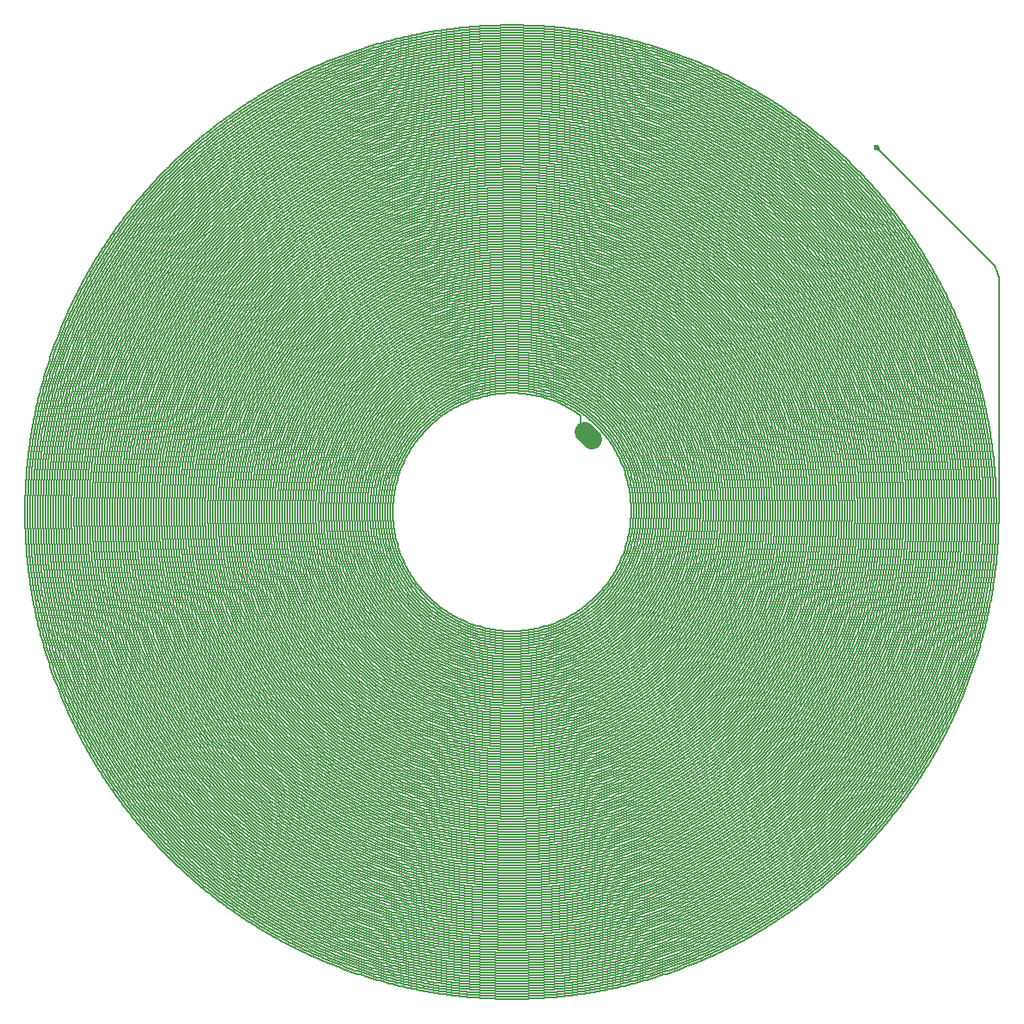
<source format=gbl>
G04 Layer_Physical_Order=2*
G04 Layer_Color=16711680*
%FSLAX25Y25*%
%MOIN*%
G70*
G01*
G75*
%ADD10C,0.00500*%
%ADD12C,0.02362*%
G04:AMPARAMS|DCode=13|XSize=78.74mil|YSize=118.11mil|CornerRadius=0mil|HoleSize=0mil|Usage=FLASHONLY|Rotation=45.000|XOffset=0mil|YOffset=0mil|HoleType=Round|Shape=Round|*
%AMOVALD13*
21,1,0.03937,0.07874,0.00000,0.00000,135.0*
1,1,0.07874,0.01392,-0.01392*
1,1,0.07874,-0.01392,0.01392*
%
%ADD13OVALD13*%

G36*
X142915Y141564D02*
X142938Y141280D01*
X142959Y141152D01*
X142988Y141034D01*
X143022Y140927D01*
X143063Y140828D01*
X143111Y140740D01*
X143166Y140661D01*
X143226Y140592D01*
X142873Y140238D01*
X142804Y140299D01*
X142725Y140354D01*
X142636Y140401D01*
X142538Y140442D01*
X142430Y140477D01*
X142312Y140505D01*
X142185Y140526D01*
X142048Y140541D01*
X141744Y140551D01*
X142913Y141720D01*
X142915Y141564D01*
D02*
G37*
D10*
X189250Y90073D02*
X189201Y91053D01*
X189058Y92024D01*
X188819Y92976D01*
X188488Y93900D01*
X188069Y94787D01*
X187564Y95628D01*
X186980Y96417D01*
X186321Y97144D01*
X26623Y34571D02*
X26671Y33599D01*
X26814Y32636D01*
X27050Y31692D01*
X27378Y30776D01*
X27794Y29896D01*
X28294Y29062D01*
X28874Y28280D01*
X29528Y27559D01*
X26623Y37589D02*
X25795Y38178D01*
X24953Y38748D01*
X24099Y39299D01*
X23232Y39831D01*
X22354Y40343D01*
X21465Y40835D01*
X20564Y41307D01*
X19654Y41759D01*
X18733Y42190D01*
X17803Y42600D01*
X16864Y42990D01*
X15917Y43358D01*
X14961Y43705D01*
X13998Y44030D01*
X13028Y44334D01*
X12051Y44616D01*
X11069Y44875D01*
X10080Y45113D01*
X9087Y45328D01*
X8089Y45521D01*
X7087Y45692D01*
X6081Y45840D01*
X5072Y45965D01*
X4061Y46067D01*
X3047Y46147D01*
X2032Y46204D01*
X1017Y46238D01*
X0Y46250D01*
X0D02*
X-995Y46239D01*
X-1990Y46207D01*
X-2984Y46154D01*
X-3976Y46079D01*
X-4966Y45983D01*
X-5955Y45865D01*
X-6940Y45726D01*
X-7922Y45566D01*
X-8901Y45385D01*
X-9875Y45183D01*
X-10845Y44960D01*
X-11810Y44717D01*
X-12769Y44452D01*
X-13723Y44167D01*
X-14670Y43862D01*
X-15610Y43536D01*
X-16544Y43190D01*
X-17469Y42824D01*
X-18386Y42438D01*
X-19295Y42033D01*
X-20195Y41608D01*
X-21086Y41164D01*
X-21967Y40701D01*
X-22837Y40218D01*
X-23697Y39718D01*
X-24546Y39199D01*
X-25384Y38661D01*
X-26210Y38106D01*
X-27024Y37534D01*
X-27825Y36943D01*
X-28613Y36336D01*
X-29389Y35712D01*
X-30150Y35072D01*
X-30898Y34415D01*
X-31631Y33742D01*
X-32350Y33053D01*
X-33054Y32350D01*
X-33742Y31631D01*
X-34415Y30898D01*
X-35072Y30150D01*
X-35712Y29389D01*
X-36336Y28613D01*
X-36944Y27825D01*
X-37534Y27024D01*
X-38106Y26210D01*
X-38662Y25384D01*
X-39199Y24546D01*
X-39718Y23697D01*
X-40218Y22837D01*
X-40701Y21966D01*
X-41164Y21086D01*
X-41608Y20195D01*
X-42033Y19295D01*
X-42438Y18386D01*
X-42824Y17469D01*
X-43190Y16543D01*
X-43536Y15610D01*
X-43862Y14670D01*
X-44167Y13723D01*
X-44452Y12769D01*
X-44717Y11810D01*
X-44960Y10845D01*
X-45183Y9875D01*
X-45385Y8901D01*
X-45566Y7922D01*
X-45726Y6940D01*
X-45865Y5954D01*
X-45983Y4966D01*
X-46079Y3976D01*
X-46154Y2983D01*
X-46207Y1990D01*
X-46239Y995D01*
X-46250Y0D01*
X-46239Y-995D01*
X-46207Y-1990D01*
X-46154Y-2984D01*
X-46079Y-3976D01*
X-45983Y-4966D01*
X-45865Y-5955D01*
X-45726Y-6940D01*
X-45566Y-7922D01*
X-45385Y-8901D01*
X-45183Y-9875D01*
X-44960Y-10845D01*
X-44717Y-11810D01*
X-44452Y-12769D01*
X-44167Y-13723D01*
X-43862Y-14670D01*
X-43536Y-15610D01*
X-43190Y-16544D01*
X-42824Y-17469D01*
X-42438Y-18386D01*
X-42033Y-19295D01*
X-41608Y-20195D01*
X-41164Y-21086D01*
X-40701Y-21967D01*
X-40218Y-22837D01*
X-39718Y-23697D01*
X-39199Y-24546D01*
X-38661Y-25384D01*
X-38106Y-26210D01*
X-37534Y-27024D01*
X-36943Y-27825D01*
X-36336Y-28613D01*
X-35712Y-29389D01*
X-35072Y-30150D01*
X-34415Y-30898D01*
X-33742Y-31631D01*
X-33053Y-32350D01*
X-32350Y-33054D01*
X-31631Y-33742D01*
X-30898Y-34415D01*
X-30150Y-35072D01*
X-29389Y-35712D01*
X-28613Y-36336D01*
X-27825Y-36944D01*
X-27024Y-37534D01*
X-26210Y-38106D01*
X-25384Y-38662D01*
X-24546Y-39199D01*
X-23697Y-39718D01*
X-22837Y-40218D01*
X-21966Y-40701D01*
X-21086Y-41164D01*
X-20195Y-41608D01*
X-19295Y-42033D01*
X-18386Y-42438D01*
X-17469Y-42824D01*
X-16543Y-43190D01*
X-15610Y-43536D01*
X-14670Y-43862D01*
X-13723Y-44167D01*
X-12769Y-44452D01*
X-11810Y-44717D01*
X-10845Y-44960D01*
X-9875Y-45183D01*
X-8901Y-45385D01*
X-7922Y-45566D01*
X-6940Y-45726D01*
X-5954Y-45865D01*
X-4966Y-45983D01*
X-3976Y-46079D01*
X-2983Y-46154D01*
X-1990Y-46207D01*
X-995Y-46239D01*
X0Y-46250D01*
X995Y-46239D01*
X1990Y-46207D01*
X2984Y-46154D01*
X3976Y-46079D01*
X4966Y-45983D01*
X5955Y-45865D01*
X6940Y-45726D01*
X7922Y-45566D01*
X8901Y-45385D01*
X9875Y-45183D01*
X10845Y-44960D01*
X11810Y-44717D01*
X12769Y-44452D01*
X13723Y-44167D01*
X14670Y-43862D01*
X15610Y-43536D01*
X16544Y-43190D01*
X17469Y-42824D01*
X18386Y-42438D01*
X19295Y-42033D01*
X20195Y-41608D01*
X21086Y-41164D01*
X21967Y-40701D01*
X22837Y-40218D01*
X23697Y-39718D01*
X24546Y-39199D01*
X25384Y-38661D01*
X26210Y-38106D01*
X27024Y-37534D01*
X27825Y-36943D01*
X28613Y-36336D01*
X29389Y-35712D01*
X30150Y-35072D01*
X30898Y-34415D01*
X31631Y-33742D01*
X32350Y-33053D01*
X33054Y-32350D01*
X33742Y-31631D01*
X34415Y-30898D01*
X35072Y-30150D01*
X35712Y-29389D01*
X36336Y-28613D01*
X36944Y-27825D01*
X37534Y-27024D01*
X38106Y-26210D01*
X38662Y-25384D01*
X39199Y-24546D01*
X39718Y-23697D01*
X40218Y-22837D01*
X40701Y-21966D01*
X41164Y-21086D01*
X41608Y-20195D01*
X42033Y-19295D01*
X42438Y-18386D01*
X42824Y-17469D01*
X43190Y-16543D01*
X43536Y-15610D01*
X43862Y-14670D01*
X44167Y-13723D01*
X44452Y-12769D01*
X44717Y-11810D01*
X44960Y-10845D01*
X45183Y-9875D01*
X45385Y-8901D01*
X45566Y-7922D01*
X45726Y-6940D01*
X45865Y-5954D01*
X45983Y-4966D01*
X46079Y-3976D01*
X46154Y-2983D01*
X46207Y-1990D01*
X46239Y-995D01*
X46250Y0D01*
Y1000D02*
X46239Y1995D01*
X46207Y2990D01*
X46154Y3983D01*
X46079Y4976D01*
X45983Y5966D01*
X45865Y6955D01*
X45726Y7940D01*
X45566Y8922D01*
X45385Y9901D01*
X45183Y10875D01*
X44960Y11845D01*
X44717Y12810D01*
X44452Y13769D01*
X44167Y14723D01*
X43862Y15670D01*
X43536Y16610D01*
X43190Y17544D01*
X42824Y18469D01*
X42438Y19386D01*
X42033Y20295D01*
X41608Y21195D01*
X41164Y22086D01*
X40701Y22966D01*
X40218Y23837D01*
X39718Y24697D01*
X39199Y25546D01*
X38662Y26384D01*
X38106Y27210D01*
X37534Y28024D01*
X36944Y28825D01*
X36336Y29614D01*
X35712Y30389D01*
X35072Y31150D01*
X34415Y31898D01*
X33742Y32631D01*
X33054Y33350D01*
X32350Y34054D01*
X31631Y34742D01*
X30898Y35415D01*
X30150Y36072D01*
X29389Y36712D01*
X28613Y37336D01*
X27825Y37944D01*
X27024Y38534D01*
X26210Y39106D01*
X25384Y39661D01*
X24546Y40199D01*
X23697Y40718D01*
X22837Y41218D01*
X21967Y41701D01*
X21086Y42164D01*
X20195Y42608D01*
X19295Y43033D01*
X18386Y43438D01*
X17469Y43824D01*
X16544Y44190D01*
X15610Y44536D01*
X14670Y44862D01*
X13723Y45167D01*
X12769Y45452D01*
X11810Y45717D01*
X10845Y45960D01*
X9875Y46183D01*
X8901Y46385D01*
X7922Y46566D01*
X6940Y46726D01*
X5955Y46865D01*
X4966Y46982D01*
X3976Y47079D01*
X2984Y47154D01*
X1990Y47207D01*
X995Y47239D01*
X0Y47250D01*
X-1003Y47239D01*
X-2005Y47207D01*
X-3007Y47154D01*
X-4007Y47080D01*
X-5006Y46984D01*
X-6002Y46867D01*
X-6995Y46729D01*
X-7985Y46570D01*
X-8972Y46390D01*
X-9955Y46189D01*
X-10933Y45968D01*
X-11906Y45725D01*
X-12874Y45462D01*
X-13836Y45179D01*
X-14792Y44875D01*
X-15741Y44551D01*
X-16683Y44207D01*
X-17617Y43843D01*
X-18544Y43459D01*
X-19462Y43055D01*
X-20372Y42633D01*
X-21272Y42191D01*
X-22163Y41730D01*
X-23044Y41250D01*
X-23914Y40751D01*
X-24773Y40235D01*
X-25622Y39700D01*
X-26459Y39147D01*
X-27284Y38577D01*
X-28096Y37989D01*
X-28896Y37384D01*
X-29683Y36762D01*
X-30457Y36124D01*
X-31217Y35469D01*
X-31963Y34799D01*
X-32694Y34112D01*
X-33411Y33411D01*
X-34112Y32694D01*
X-34799Y31963D01*
X-35469Y31217D01*
X-36124Y30457D01*
X-36762Y29683D01*
X-37384Y28896D01*
X-37989Y28096D01*
X-38577Y27284D01*
X-39147Y26459D01*
X-39700Y25622D01*
X-40235Y24773D01*
X-40751Y23914D01*
X-41250Y23043D01*
X-41730Y22163D01*
X-42191Y21272D01*
X-42633Y20372D01*
X-43055Y19462D01*
X-43459Y18544D01*
X-43843Y17617D01*
X-44207Y16683D01*
X-44551Y15741D01*
X-44875Y14792D01*
X-45179Y13836D01*
X-45462Y12874D01*
X-45725Y11906D01*
X-45968Y10933D01*
X-46189Y9955D01*
X-46390Y8972D01*
X-46570Y7985D01*
X-46729Y6995D01*
X-46867Y6002D01*
X-46984Y5005D01*
X-47080Y4007D01*
X-47154Y3007D01*
X-47207Y2005D01*
X-47239Y1003D01*
X-47250Y0D01*
X-47239Y-1003D01*
X-47207Y-2005D01*
X-47154Y-3007D01*
X-47080Y-4007D01*
X-46984Y-5006D01*
X-46867Y-6002D01*
X-46729Y-6995D01*
X-46570Y-7985D01*
X-46390Y-8972D01*
X-46189Y-9955D01*
X-45968Y-10933D01*
X-45725Y-11906D01*
X-45462Y-12874D01*
X-45179Y-13836D01*
X-44875Y-14792D01*
X-44551Y-15741D01*
X-44207Y-16683D01*
X-43843Y-17617D01*
X-43459Y-18544D01*
X-43055Y-19462D01*
X-42633Y-20372D01*
X-42191Y-21272D01*
X-41730Y-22163D01*
X-41250Y-23044D01*
X-40751Y-23914D01*
X-40235Y-24773D01*
X-39700Y-25622D01*
X-39147Y-26459D01*
X-38577Y-27284D01*
X-37989Y-28096D01*
X-37384Y-28896D01*
X-36762Y-29683D01*
X-36124Y-30457D01*
X-35469Y-31217D01*
X-34799Y-31963D01*
X-34112Y-32694D01*
X-33411Y-33411D01*
X-32694Y-34112D01*
X-31963Y-34799D01*
X-31217Y-35469D01*
X-30457Y-36124D01*
X-29683Y-36762D01*
X-28896Y-37384D01*
X-28096Y-37989D01*
X-27284Y-38577D01*
X-26459Y-39147D01*
X-25622Y-39700D01*
X-24773Y-40235D01*
X-23914Y-40751D01*
X-23043Y-41250D01*
X-22163Y-41730D01*
X-21272Y-42191D01*
X-20372Y-42633D01*
X-19462Y-43055D01*
X-18544Y-43459D01*
X-17617Y-43843D01*
X-16683Y-44207D01*
X-15741Y-44551D01*
X-14792Y-44875D01*
X-13836Y-45179D01*
X-12874Y-45462D01*
X-11906Y-45725D01*
X-10933Y-45968D01*
X-9955Y-46189D01*
X-8972Y-46390D01*
X-7985Y-46570D01*
X-6995Y-46729D01*
X-6002Y-46867D01*
X-5005Y-46984D01*
X-4007Y-47080D01*
X-3007Y-47154D01*
X-2005Y-47207D01*
X-1003Y-47239D01*
X0Y-47250D01*
X1003Y-47239D01*
X2005Y-47207D01*
X3007Y-47154D01*
X4007Y-47080D01*
X5006Y-46984D01*
X6002Y-46867D01*
X6995Y-46729D01*
X7985Y-46570D01*
X8972Y-46390D01*
X9955Y-46189D01*
X10933Y-45968D01*
X11906Y-45725D01*
X12874Y-45462D01*
X13836Y-45179D01*
X14792Y-44875D01*
X15741Y-44551D01*
X16683Y-44207D01*
X17617Y-43843D01*
X18544Y-43459D01*
X19462Y-43055D01*
X20372Y-42633D01*
X21272Y-42191D01*
X22163Y-41730D01*
X23044Y-41250D01*
X23914Y-40751D01*
X24773Y-40235D01*
X25622Y-39700D01*
X26459Y-39147D01*
X27284Y-38577D01*
X28096Y-37989D01*
X28896Y-37384D01*
X29683Y-36762D01*
X30457Y-36124D01*
X31217Y-35469D01*
X31963Y-34799D01*
X32694Y-34112D01*
X33411Y-33411D01*
X34112Y-32694D01*
X34799Y-31963D01*
X35469Y-31217D01*
X36124Y-30457D01*
X36762Y-29683D01*
X37384Y-28896D01*
X37989Y-28096D01*
X38577Y-27284D01*
X39147Y-26459D01*
X39700Y-25622D01*
X40235Y-24773D01*
X40751Y-23914D01*
X41250Y-23043D01*
X41730Y-22163D01*
X42191Y-21272D01*
X42633Y-20372D01*
X43055Y-19462D01*
X43459Y-18544D01*
X43843Y-17617D01*
X44207Y-16683D01*
X44551Y-15741D01*
X44875Y-14792D01*
X45179Y-13836D01*
X45462Y-12874D01*
X45725Y-11906D01*
X45968Y-10933D01*
X46189Y-9955D01*
X46390Y-8972D01*
X46570Y-7985D01*
X46729Y-6995D01*
X46867Y-6002D01*
X46984Y-5005D01*
X47080Y-4007D01*
X47154Y-3007D01*
X47207Y-2005D01*
X47239Y-1003D01*
X47250Y0D01*
Y1000D02*
X47239Y2003D01*
X47207Y3005D01*
X47154Y4007D01*
X47080Y5007D01*
X46984Y6005D01*
X46867Y7002D01*
X46729Y7995D01*
X46570Y8985D01*
X46390Y9972D01*
X46189Y10955D01*
X45968Y11933D01*
X45725Y12906D01*
X45462Y13874D01*
X45179Y14836D01*
X44875Y15792D01*
X44551Y16741D01*
X44207Y17683D01*
X43843Y18617D01*
X43459Y19544D01*
X43055Y20462D01*
X42633Y21372D01*
X42191Y22272D01*
X41730Y23163D01*
X41250Y24044D01*
X40751Y24914D01*
X40235Y25774D01*
X39700Y26622D01*
X39147Y27459D01*
X38577Y28284D01*
X37989Y29096D01*
X37384Y29896D01*
X36762Y30683D01*
X36124Y31457D01*
X35469Y32217D01*
X34799Y32963D01*
X34112Y33694D01*
X33411Y34411D01*
X32694Y35112D01*
X31963Y35799D01*
X31217Y36469D01*
X30457Y37124D01*
X29683Y37762D01*
X28896Y38384D01*
X28096Y38989D01*
X27284Y39577D01*
X26459Y40147D01*
X25622Y40700D01*
X24773Y41235D01*
X23914Y41751D01*
X23043Y42250D01*
X22163Y42730D01*
X21272Y43191D01*
X20372Y43633D01*
X19462Y44056D01*
X18544Y44459D01*
X17617Y44843D01*
X16683Y45207D01*
X15741Y45551D01*
X14792Y45875D01*
X13836Y46179D01*
X12874Y46462D01*
X11906Y46725D01*
X10933Y46968D01*
X9955Y47189D01*
X8972Y47390D01*
X7985Y47570D01*
X6995Y47729D01*
X6002Y47867D01*
X5005Y47984D01*
X4007Y48080D01*
X3007Y48154D01*
X2005Y48207D01*
X1003Y48239D01*
X0Y48250D01*
Y48250D02*
X-997Y48240D01*
X-1994Y48209D01*
X-2990Y48157D01*
X-3984Y48085D01*
X-4977Y47993D01*
X-5968Y47879D01*
X-6956Y47746D01*
X-7942Y47592D01*
X-8924Y47418D01*
X-9902Y47223D01*
X-10875Y47008D01*
X-11845Y46773D01*
X-12809Y46519D01*
X-13768Y46244D01*
X-14720Y45950D01*
X-15667Y45636D01*
X-16607Y45302D01*
X-17539Y44949D01*
X-18464Y44577D01*
X-19382Y44186D01*
X-20291Y43776D01*
X-21191Y43347D01*
X-22083Y42900D01*
X-22964Y42434D01*
X-23836Y41951D01*
X-24698Y41449D01*
X-25550Y40930D01*
X-26390Y40393D01*
X-27219Y39839D01*
X-28037Y39268D01*
X-28842Y38680D01*
X-29636Y38076D01*
X-30416Y37455D01*
X-31184Y36819D01*
X-31938Y36166D01*
X-32679Y35499D01*
X-33405Y34816D01*
X-34118Y34118D01*
X-34816Y33405D01*
X-35499Y32679D01*
X-36166Y31938D01*
X-36819Y31184D01*
X-37455Y30416D01*
X-38076Y29636D01*
X-38680Y28842D01*
X-39268Y28037D01*
X-39839Y27219D01*
X-40393Y26390D01*
X-40930Y25550D01*
X-41449Y24699D01*
X-41951Y23837D01*
X-42434Y22964D01*
X-42900Y22083D01*
X-43347Y21191D01*
X-43776Y20291D01*
X-44186Y19382D01*
X-44577Y18464D01*
X-44949Y17539D01*
X-45302Y16607D01*
X-45636Y15667D01*
X-45950Y14720D01*
X-46244Y13768D01*
X-46519Y12809D01*
X-46773Y11845D01*
X-47008Y10876D01*
X-47223Y9902D01*
X-47418Y8924D01*
X-47592Y7942D01*
X-47746Y6957D01*
X-47879Y5968D01*
X-47993Y4978D01*
X-48085Y3985D01*
X-48157Y2990D01*
X-48209Y1994D01*
X-48240Y997D01*
X-48250Y0D01*
Y0D02*
X-48240Y-997D01*
X-48209Y-1994D01*
X-48157Y-2990D01*
X-48085Y-3984D01*
X-47993Y-4977D01*
X-47879Y-5968D01*
X-47746Y-6956D01*
X-47592Y-7942D01*
X-47418Y-8924D01*
X-47223Y-9902D01*
X-47008Y-10875D01*
X-46773Y-11845D01*
X-46519Y-12809D01*
X-46244Y-13767D01*
X-45950Y-14720D01*
X-45636Y-15667D01*
X-45302Y-16606D01*
X-44949Y-17539D01*
X-44577Y-18464D01*
X-44186Y-19382D01*
X-43776Y-20291D01*
X-43347Y-21191D01*
X-42900Y-22082D01*
X-42435Y-22964D01*
X-41951Y-23836D01*
X-41449Y-24698D01*
X-40930Y-25550D01*
X-40393Y-26390D01*
X-39839Y-27219D01*
X-39268Y-28037D01*
X-38680Y-28842D01*
X-38076Y-29636D01*
X-37455Y-30416D01*
X-36819Y-31184D01*
X-36167Y-31938D01*
X-35499Y-32679D01*
X-34816Y-33405D01*
X-34118Y-34118D01*
X-33406Y-34815D01*
X-32679Y-35498D01*
X-31938Y-36166D01*
X-31184Y-36819D01*
X-30417Y-37455D01*
X-29636Y-38076D01*
X-28843Y-38680D01*
X-28037Y-39268D01*
X-27220Y-39839D01*
X-26390Y-40393D01*
X-25550Y-40930D01*
X-24699Y-41449D01*
X-23837Y-41951D01*
X-22965Y-42434D01*
X-22083Y-42900D01*
X-21192Y-43347D01*
X-20291Y-43776D01*
X-19382Y-44186D01*
X-18465Y-44577D01*
X-17539Y-44949D01*
X-16607Y-45302D01*
X-15667Y-45636D01*
X-14720Y-45950D01*
X-13768Y-46244D01*
X-12809Y-46519D01*
X-11845Y-46773D01*
X-10876Y-47008D01*
X-9902Y-47223D01*
X-8924Y-47418D01*
X-7942Y-47592D01*
X-6957Y-47746D01*
X-5968Y-47879D01*
X-4978Y-47993D01*
X-3985Y-48085D01*
X-2990Y-48157D01*
X-1994Y-48209D01*
X-998Y-48240D01*
X-0Y-48250D01*
X0D02*
X997Y-48240D01*
X1994Y-48209D01*
X2990Y-48157D01*
X3984Y-48085D01*
X4977Y-47993D01*
X5968Y-47879D01*
X6956Y-47746D01*
X7942Y-47592D01*
X8924Y-47418D01*
X9902Y-47223D01*
X10875Y-47008D01*
X11845Y-46773D01*
X12809Y-46519D01*
X13767Y-46244D01*
X14720Y-45950D01*
X15667Y-45636D01*
X16606Y-45302D01*
X17539Y-44949D01*
X18464Y-44577D01*
X19382Y-44186D01*
X20291Y-43776D01*
X21191Y-43347D01*
X22082Y-42900D01*
X22964Y-42435D01*
X23836Y-41951D01*
X24698Y-41449D01*
X25550Y-40930D01*
X26390Y-40393D01*
X27219Y-39839D01*
X28037Y-39268D01*
X28842Y-38680D01*
X29636Y-38076D01*
X30416Y-37455D01*
X31184Y-36819D01*
X31938Y-36167D01*
X32679Y-35499D01*
X33405Y-34816D01*
X34118Y-34118D01*
X34815Y-33406D01*
X35498Y-32679D01*
X36166Y-31938D01*
X36819Y-31184D01*
X37455Y-30417D01*
X38076Y-29636D01*
X38680Y-28843D01*
X39268Y-28037D01*
X39839Y-27220D01*
X40393Y-26390D01*
X40930Y-25550D01*
X41449Y-24699D01*
X41951Y-23837D01*
X42434Y-22965D01*
X42900Y-22083D01*
X43347Y-21192D01*
X43776Y-20291D01*
X44186Y-19382D01*
X44577Y-18465D01*
X44949Y-17539D01*
X45302Y-16607D01*
X45636Y-15667D01*
X45950Y-14720D01*
X46244Y-13768D01*
X46519Y-12809D01*
X46773Y-11845D01*
X47008Y-10876D01*
X47223Y-9902D01*
X47418Y-8924D01*
X47592Y-7942D01*
X47746Y-6957D01*
X47879Y-5968D01*
X47993Y-4978D01*
X48085Y-3985D01*
X48157Y-2990D01*
X48209Y-1994D01*
X48240Y-998D01*
X48250Y-0D01*
Y1000D02*
X48240Y1997D01*
X48209Y2994D01*
X48157Y3990D01*
X48085Y4984D01*
X47993Y5977D01*
X47879Y6968D01*
X47746Y7956D01*
X47592Y8942D01*
X47418Y9924D01*
X47223Y10902D01*
X47008Y11875D01*
X46773Y12845D01*
X46519Y13809D01*
X46244Y14767D01*
X45950Y15720D01*
X45636Y16667D01*
X45302Y17606D01*
X44949Y18539D01*
X44577Y19464D01*
X44186Y20382D01*
X43776Y21291D01*
X43347Y22191D01*
X42900Y23083D01*
X42434Y23964D01*
X41951Y24836D01*
X41449Y25698D01*
X40930Y26550D01*
X40393Y27390D01*
X39839Y28219D01*
X39268Y29037D01*
X38680Y29842D01*
X38076Y30636D01*
X37455Y31416D01*
X36819Y32184D01*
X36166Y32938D01*
X35499Y33679D01*
X34816Y34405D01*
X34118Y35118D01*
X33405Y35816D01*
X32679Y36499D01*
X31938Y37166D01*
X31184Y37819D01*
X30416Y38455D01*
X29636Y39076D01*
X28842Y39680D01*
X28037Y40268D01*
X27219Y40839D01*
X26390Y41393D01*
X25550Y41930D01*
X24698Y42449D01*
X23836Y42951D01*
X22964Y43435D01*
X22083Y43900D01*
X21191Y44347D01*
X20291Y44776D01*
X19382Y45186D01*
X18464Y45577D01*
X17539Y45949D01*
X16607Y46302D01*
X15667Y46636D01*
X14720Y46950D01*
X13767Y47244D01*
X12809Y47519D01*
X11845Y47774D01*
X10875Y48008D01*
X9902Y48223D01*
X8924Y48417D01*
X7942Y48592D01*
X6956Y48746D01*
X5968Y48879D01*
X4977Y48992D01*
X3984Y49085D01*
X2990Y49157D01*
X1994Y49209D01*
X997Y49240D01*
X0Y49250D01*
X-1005Y49240D01*
X-2009Y49209D01*
X-3012Y49158D01*
X-4014Y49086D01*
X-5015Y48994D01*
X-6013Y48881D01*
X-7009Y48749D01*
X-8002Y48595D01*
X-8991Y48422D01*
X-9977Y48229D01*
X-10959Y48015D01*
X-11936Y47782D01*
X-12909Y47528D01*
X-13875Y47255D01*
X-14836Y46962D01*
X-15791Y46650D01*
X-16739Y46318D01*
X-17681Y45967D01*
X-18615Y45597D01*
X-19541Y45207D01*
X-20459Y44799D01*
X-21369Y44373D01*
X-22269Y43927D01*
X-23161Y43464D01*
X-24043Y42983D01*
X-24914Y42483D01*
X-25776Y41966D01*
X-26627Y41432D01*
X-27466Y40880D01*
X-28294Y40311D01*
X-29111Y39726D01*
X-29915Y39123D01*
X-30707Y38505D01*
X-31486Y37871D01*
X-32252Y37221D01*
X-33004Y36555D01*
X-33743Y35874D01*
X-34468Y35178D01*
X-35178Y34468D01*
X-35874Y33743D01*
X-36555Y33004D01*
X-37221Y32252D01*
X-37871Y31486D01*
X-38505Y30707D01*
X-39123Y29915D01*
X-39726Y29111D01*
X-40311Y28294D01*
X-40880Y27466D01*
X-41432Y26626D01*
X-41966Y25776D01*
X-42483Y24914D01*
X-42983Y24043D01*
X-43464Y23161D01*
X-43928Y22269D01*
X-44373Y21369D01*
X-44799Y20459D01*
X-45207Y19541D01*
X-45597Y18615D01*
X-45967Y17681D01*
X-46318Y16739D01*
X-46650Y15791D01*
X-46962Y14836D01*
X-47255Y13875D01*
X-47528Y12908D01*
X-47782Y11936D01*
X-48015Y10959D01*
X-48229Y9977D01*
X-48422Y8991D01*
X-48595Y8002D01*
X-48749Y7009D01*
X-48882Y6013D01*
X-48994Y5015D01*
X-49086Y4014D01*
X-49158Y3012D01*
X-49209Y2009D01*
X-49240Y1004D01*
X-49250Y0D01*
X-49240Y-1005D01*
X-49209Y-2009D01*
X-49158Y-3012D01*
X-49086Y-4014D01*
X-48994Y-5015D01*
X-48881Y-6013D01*
X-48749Y-7009D01*
X-48595Y-8002D01*
X-48422Y-8992D01*
X-48229Y-9978D01*
X-48015Y-10959D01*
X-47782Y-11936D01*
X-47528Y-12909D01*
X-47255Y-13875D01*
X-46962Y-14836D01*
X-46650Y-15791D01*
X-46318Y-16740D01*
X-45967Y-17681D01*
X-45597Y-18615D01*
X-45207Y-19541D01*
X-44799Y-20459D01*
X-44373Y-21369D01*
X-43927Y-22270D01*
X-43464Y-23161D01*
X-42983Y-24043D01*
X-42483Y-24915D01*
X-41966Y-25776D01*
X-41432Y-26627D01*
X-40880Y-27466D01*
X-40311Y-28294D01*
X-39726Y-29111D01*
X-39123Y-29915D01*
X-38505Y-30707D01*
X-37871Y-31486D01*
X-37220Y-32252D01*
X-36555Y-33005D01*
X-35874Y-33743D01*
X-35178Y-34468D01*
X-34468Y-35179D01*
X-33743Y-35874D01*
X-33004Y-36555D01*
X-32252Y-37221D01*
X-31486Y-37871D01*
X-30707Y-38505D01*
X-29915Y-39124D01*
X-29110Y-39726D01*
X-28294Y-40311D01*
X-27466Y-40880D01*
X-26626Y-41432D01*
X-25776Y-41966D01*
X-24914Y-42483D01*
X-24042Y-42983D01*
X-23161Y-43464D01*
X-22269Y-43928D01*
X-21368Y-44373D01*
X-20459Y-44799D01*
X-19541Y-45207D01*
X-18614Y-45597D01*
X-17681Y-45967D01*
X-16739Y-46318D01*
X-15791Y-46650D01*
X-14836Y-46962D01*
X-13875Y-47255D01*
X-12908Y-47528D01*
X-11936Y-47782D01*
X-10959Y-48015D01*
X-9977Y-48229D01*
X-8991Y-48422D01*
X-8002Y-48595D01*
X-7009Y-48749D01*
X-6013Y-48882D01*
X-5014Y-48994D01*
X-4014Y-49086D01*
X-3012Y-49158D01*
X-2008Y-49209D01*
X-1004Y-49240D01*
X0Y-49250D01*
X1005Y-49240D01*
X2009Y-49209D01*
X3012Y-49158D01*
X4014Y-49086D01*
X5015Y-48994D01*
X6013Y-48881D01*
X7009Y-48749D01*
X8002Y-48595D01*
X8991Y-48422D01*
X9977Y-48229D01*
X10959Y-48015D01*
X11936Y-47782D01*
X12908Y-47528D01*
X13875Y-47255D01*
X14836Y-46962D01*
X15791Y-46650D01*
X16739Y-46318D01*
X17681Y-45967D01*
X18615Y-45597D01*
X19541Y-45207D01*
X20459Y-44799D01*
X21369Y-44373D01*
X22269Y-43928D01*
X23161Y-43464D01*
X24043Y-42983D01*
X24914Y-42483D01*
X25776Y-41966D01*
X26626Y-41432D01*
X27466Y-40880D01*
X28294Y-40311D01*
X29111Y-39726D01*
X29915Y-39124D01*
X30707Y-38505D01*
X31486Y-37871D01*
X32252Y-37221D01*
X33004Y-36555D01*
X33743Y-35874D01*
X34468Y-35179D01*
X35178Y-34468D01*
X35874Y-33743D01*
X36555Y-33005D01*
X37220Y-32252D01*
X37870Y-31486D01*
X38505Y-30707D01*
X39123Y-29915D01*
X39725Y-29111D01*
X40311Y-28295D01*
X40880Y-27466D01*
X41431Y-26627D01*
X41966Y-25776D01*
X42483Y-24915D01*
X42982Y-24043D01*
X43464Y-23161D01*
X43927Y-22270D01*
X44372Y-21369D01*
X44799Y-20459D01*
X45207Y-19541D01*
X45596Y-18615D01*
X45967Y-17681D01*
X46318Y-16740D01*
X46650Y-15792D01*
X46962Y-14837D01*
X47255Y-13876D01*
X47528Y-12909D01*
X47782Y-11937D01*
X48015Y-10960D01*
X48229Y-9978D01*
X48422Y-8992D01*
X48595Y-8002D01*
X48748Y-7010D01*
X48881Y-6014D01*
X48994Y-5015D01*
X49086Y-4015D01*
X49158Y-3013D01*
X49209Y-2009D01*
X49240Y-1005D01*
X49250Y-0D01*
Y1000D02*
X49240Y2005D01*
X49209Y3009D01*
X49158Y4012D01*
X49086Y5014D01*
X48994Y6015D01*
X48881Y7013D01*
X48749Y8009D01*
X48595Y9002D01*
X48422Y9991D01*
X48229Y10977D01*
X48015Y11959D01*
X47782Y12936D01*
X47528Y13908D01*
X47255Y14875D01*
X46962Y15836D01*
X46650Y16791D01*
X46318Y17740D01*
X45967Y18681D01*
X45597Y19615D01*
X45207Y20541D01*
X44799Y21459D01*
X44373Y22369D01*
X43927Y23269D01*
X43464Y24161D01*
X42983Y25043D01*
X42483Y25914D01*
X41966Y26776D01*
X41432Y27626D01*
X40880Y28466D01*
X40311Y29294D01*
X39726Y30111D01*
X39123Y30915D01*
X38505Y31707D01*
X37871Y32486D01*
X37221Y33252D01*
X36555Y34004D01*
X35874Y34743D01*
X35178Y35468D01*
X34468Y36178D01*
X33743Y36874D01*
X33004Y37555D01*
X32252Y38221D01*
X31486Y38871D01*
X30707Y39505D01*
X29915Y40124D01*
X29111Y40726D01*
X28294Y41311D01*
X27466Y41880D01*
X26627Y42432D01*
X25776Y42966D01*
X24914Y43483D01*
X24043Y43983D01*
X23161Y44464D01*
X22269Y44927D01*
X21369Y45373D01*
X20459Y45799D01*
X19541Y46207D01*
X18615Y46597D01*
X17681Y46967D01*
X16739Y47318D01*
X15791Y47650D01*
X14836Y47962D01*
X13875Y48255D01*
X12909Y48528D01*
X11936Y48782D01*
X10959Y49015D01*
X9977Y49229D01*
X8992Y49422D01*
X8002Y49595D01*
X7009Y49749D01*
X6013Y49881D01*
X5015Y49994D01*
X4014Y50086D01*
X3012Y50158D01*
X2009Y50209D01*
X1005Y50240D01*
X0Y50250D01*
X0D02*
X-999Y50240D01*
X-1998Y50210D01*
X-2996Y50160D01*
X-3992Y50091D01*
X-4987Y50002D01*
X-5981Y49893D01*
X-6972Y49764D01*
X-7959Y49615D01*
X-8944Y49447D01*
X-9926Y49260D01*
X-10903Y49053D01*
X-11876Y48826D01*
X-12845Y48581D01*
X-13808Y48316D01*
X-14766Y48031D01*
X-15718Y47728D01*
X-16664Y47406D01*
X-17603Y47066D01*
X-18535Y46706D01*
X-19460Y46329D01*
X-20378Y45933D01*
X-21287Y45518D01*
X-22188Y45086D01*
X-23080Y44636D01*
X-23963Y44168D01*
X-24836Y43683D01*
X-25700Y43181D01*
X-26553Y42661D01*
X-27396Y42125D01*
X-28228Y41572D01*
X-29049Y41002D01*
X-29859Y40417D01*
X-30656Y39815D01*
X-31442Y39198D01*
X-32215Y38565D01*
X-32975Y37917D01*
X-33723Y37254D01*
X-34457Y36576D01*
X-35177Y35884D01*
X-35884Y35177D01*
X-36576Y34457D01*
X-37254Y33723D01*
X-37917Y32975D01*
X-38565Y32215D01*
X-39198Y31442D01*
X-39815Y30656D01*
X-40417Y29858D01*
X-41003Y29049D01*
X-41572Y28228D01*
X-42125Y27396D01*
X-42661Y26553D01*
X-43181Y25699D01*
X-43683Y24836D01*
X-44168Y23963D01*
X-44636Y23080D01*
X-45086Y22188D01*
X-45518Y21287D01*
X-45933Y20378D01*
X-46329Y19460D01*
X-46707Y18535D01*
X-47066Y17603D01*
X-47406Y16664D01*
X-47728Y15718D01*
X-48031Y14766D01*
X-48316Y13808D01*
X-48581Y12845D01*
X-48826Y11876D01*
X-49053Y10903D01*
X-49260Y9926D01*
X-49447Y8944D01*
X-49615Y7959D01*
X-49764Y6972D01*
X-49893Y5981D01*
X-50002Y4987D01*
X-50091Y3992D01*
X-50160Y2996D01*
X-50210Y1998D01*
X-50240Y999D01*
X-50250Y0D01*
Y0D02*
X-50240Y-999D01*
X-50210Y-1998D01*
X-50160Y-2996D01*
X-50091Y-3992D01*
X-50002Y-4987D01*
X-49893Y-5981D01*
X-49764Y-6971D01*
X-49615Y-7959D01*
X-49448Y-8944D01*
X-49260Y-9926D01*
X-49053Y-10903D01*
X-48826Y-11876D01*
X-48581Y-12845D01*
X-48316Y-13808D01*
X-48031Y-14766D01*
X-47728Y-15718D01*
X-47406Y-16664D01*
X-47066Y-17603D01*
X-46707Y-18535D01*
X-46329Y-19460D01*
X-45933Y-20378D01*
X-45518Y-21287D01*
X-45086Y-22187D01*
X-44636Y-23080D01*
X-44168Y-23963D01*
X-43683Y-24836D01*
X-43181Y-25699D01*
X-42661Y-26553D01*
X-42125Y-27396D01*
X-41572Y-28228D01*
X-41003Y-29049D01*
X-40417Y-29858D01*
X-39815Y-30656D01*
X-39198Y-31442D01*
X-38565Y-32215D01*
X-37917Y-32975D01*
X-37254Y-33722D01*
X-36576Y-34457D01*
X-35884Y-35177D01*
X-35177Y-35883D01*
X-34457Y-36576D01*
X-33723Y-37254D01*
X-32975Y-37917D01*
X-32215Y-38565D01*
X-31442Y-39198D01*
X-30656Y-39815D01*
X-29859Y-40417D01*
X-29049Y-41002D01*
X-28228Y-41572D01*
X-27396Y-42125D01*
X-26553Y-42661D01*
X-25700Y-43181D01*
X-24836Y-43683D01*
X-23963Y-44168D01*
X-23080Y-44636D01*
X-22188Y-45086D01*
X-21287Y-45518D01*
X-20378Y-45932D01*
X-19460Y-46329D01*
X-18536Y-46706D01*
X-17603Y-47066D01*
X-16664Y-47406D01*
X-15718Y-47728D01*
X-14766Y-48031D01*
X-13808Y-48316D01*
X-12845Y-48581D01*
X-11876Y-48826D01*
X-10903Y-49053D01*
X-9926Y-49260D01*
X-8945Y-49447D01*
X-7960Y-49615D01*
X-6972Y-49764D01*
X-5981Y-49893D01*
X-4988Y-50002D01*
X-3993Y-50091D01*
X-2996Y-50160D01*
X-1998Y-50210D01*
X-999Y-50240D01*
X-0Y-50250D01*
X0D02*
X999Y-50240D01*
X1998Y-50210D01*
X2996Y-50160D01*
X3992Y-50091D01*
X4987Y-50002D01*
X5981Y-49893D01*
X6972Y-49764D01*
X7960Y-49615D01*
X8945Y-49447D01*
X9926Y-49260D01*
X10903Y-49053D01*
X11876Y-48826D01*
X12845Y-48581D01*
X13808Y-48316D01*
X14766Y-48031D01*
X15718Y-47728D01*
X16664Y-47406D01*
X17603Y-47066D01*
X18536Y-46706D01*
X19460Y-46329D01*
X20378Y-45932D01*
X21287Y-45518D01*
X22188Y-45086D01*
X23080Y-44636D01*
X23963Y-44168D01*
X24836Y-43683D01*
X25700Y-43181D01*
X26553Y-42661D01*
X27396Y-42125D01*
X28228Y-41572D01*
X29049Y-41002D01*
X29859Y-40417D01*
X30656Y-39815D01*
X31442Y-39198D01*
X32215Y-38565D01*
X32976Y-37917D01*
X33723Y-37253D01*
X34457Y-36576D01*
X35177Y-35883D01*
X35884Y-35177D01*
X36576Y-34456D01*
X37254Y-33722D01*
X37917Y-32975D01*
X38565Y-32215D01*
X39198Y-31441D01*
X39816Y-30656D01*
X40417Y-29858D01*
X41003Y-29049D01*
X41572Y-28228D01*
X42125Y-27396D01*
X42662Y-26553D01*
X43181Y-25699D01*
X43683Y-24836D01*
X44169Y-23962D01*
X44636Y-23079D01*
X45086Y-22187D01*
X45519Y-21286D01*
X45933Y-20377D01*
X46329Y-19460D01*
X46707Y-18535D01*
X47066Y-17603D01*
X47407Y-16663D01*
X47729Y-15717D01*
X48032Y-14765D01*
X48316Y-13807D01*
X48581Y-12844D01*
X48826Y-11876D01*
X49053Y-10903D01*
X49260Y-9925D01*
X49448Y-8944D01*
X49616Y-7959D01*
X49764Y-6971D01*
X49893Y-5980D01*
X50002Y-4987D01*
X50091Y-3992D01*
X50161Y-2995D01*
X50210Y-1997D01*
X50240Y-998D01*
X50250Y0D01*
Y1000D02*
X50240Y1999D01*
X50210Y2998D01*
X50160Y3996D01*
X50091Y4992D01*
X50002Y5988D01*
X49893Y6981D01*
X49764Y7971D01*
X49615Y8959D01*
X49447Y9944D01*
X49260Y10926D01*
X49053Y11903D01*
X48826Y12876D01*
X48581Y13845D01*
X48316Y14808D01*
X48031Y15766D01*
X47728Y16718D01*
X47406Y17664D01*
X47066Y18603D01*
X46707Y19535D01*
X46329Y20460D01*
X45933Y21378D01*
X45518Y22287D01*
X45086Y23188D01*
X44636Y24080D01*
X44168Y24962D01*
X43683Y25836D01*
X43181Y26700D01*
X42661Y27553D01*
X42125Y28396D01*
X41572Y29228D01*
X41003Y30049D01*
X40417Y30858D01*
X39815Y31656D01*
X39198Y32442D01*
X38565Y33215D01*
X37917Y33975D01*
X37254Y34723D01*
X36576Y35457D01*
X35884Y36177D01*
X35177Y36884D01*
X34457Y37576D01*
X33723Y38254D01*
X32975Y38917D01*
X32215Y39565D01*
X31442Y40198D01*
X30656Y40815D01*
X29859Y41417D01*
X29049Y42002D01*
X28228Y42572D01*
X27396Y43125D01*
X26553Y43661D01*
X25700Y44181D01*
X24836Y44683D01*
X23963Y45168D01*
X23080Y45636D01*
X22188Y46086D01*
X21287Y46518D01*
X20378Y46933D01*
X19460Y47329D01*
X18535Y47706D01*
X17603Y48066D01*
X16664Y48406D01*
X15718Y48728D01*
X14766Y49031D01*
X13808Y49316D01*
X12845Y49580D01*
X11876Y49826D01*
X10903Y50053D01*
X9926Y50260D01*
X8944Y50447D01*
X7959Y50616D01*
X6971Y50764D01*
X5981Y50893D01*
X4987Y51002D01*
X3992Y51091D01*
X2996Y51161D01*
X1998Y51210D01*
X999Y51240D01*
X0Y51250D01*
X-994Y51240D01*
X-1987Y51211D01*
X-2980Y51163D01*
X-3971Y51096D01*
X-4962Y51009D01*
X-5950Y50903D01*
X-6936Y50778D01*
X-7919Y50634D01*
X-8900Y50471D01*
X-9877Y50289D01*
X-10850Y50088D01*
X-11819Y49868D01*
X-12784Y49630D01*
X-13744Y49373D01*
X-14699Y49097D01*
X-15648Y48803D01*
X-16591Y48490D01*
X-17529Y48159D01*
X-18459Y47810D01*
X-19383Y47443D01*
X-20299Y47058D01*
X-21208Y46656D01*
X-22109Y46236D01*
X-23001Y45799D01*
X-23885Y45344D01*
X-24759Y44872D01*
X-25625Y44384D01*
X-26481Y43878D01*
X-27327Y43357D01*
X-28162Y42819D01*
X-28987Y42265D01*
X-29801Y41694D01*
X-30604Y41109D01*
X-31396Y40508D01*
X-32175Y39891D01*
X-32943Y39260D01*
X-33698Y38613D01*
X-34440Y37953D01*
X-35170Y37278D01*
X-35886Y36589D01*
X-36589Y35886D01*
X-37278Y35170D01*
X-37953Y34440D01*
X-38614Y33698D01*
X-39260Y32943D01*
X-39891Y32175D01*
X-40508Y31396D01*
X-41109Y30604D01*
X-41695Y29801D01*
X-42265Y28987D01*
X-42819Y28162D01*
X-43357Y27327D01*
X-43879Y26481D01*
X-44384Y25625D01*
X-44872Y24759D01*
X-45344Y23885D01*
X-45799Y23001D01*
X-46236Y22108D01*
X-46656Y21208D01*
X-47059Y20299D01*
X-47443Y19383D01*
X-47810Y18459D01*
X-48159Y17528D01*
X-48490Y16591D01*
X-48803Y15648D01*
X-49097Y14698D01*
X-49373Y13744D01*
X-49630Y12784D01*
X-49869Y11819D01*
X-50088Y10850D01*
X-50289Y9876D01*
X-50471Y8899D01*
X-50634Y7919D01*
X-50778Y6936D01*
X-50903Y5949D01*
X-51009Y4961D01*
X-51096Y3971D01*
X-51163Y2980D01*
X-51211Y1987D01*
X-51240Y994D01*
X-51250Y0D01*
X-51240Y-994D01*
X-51211Y-1987D01*
X-51163Y-2980D01*
X-51096Y-3971D01*
X-51009Y-4962D01*
X-50903Y-5950D01*
X-50778Y-6936D01*
X-50634Y-7919D01*
X-50471Y-8900D01*
X-50289Y-9877D01*
X-50088Y-10850D01*
X-49868Y-11819D01*
X-49630Y-12784D01*
X-49373Y-13744D01*
X-49097Y-14699D01*
X-48803Y-15648D01*
X-48490Y-16591D01*
X-48159Y-17529D01*
X-47810Y-18459D01*
X-47443Y-19383D01*
X-47058Y-20299D01*
X-46656Y-21208D01*
X-46236Y-22109D01*
X-45799Y-23001D01*
X-45344Y-23885D01*
X-44872Y-24759D01*
X-44384Y-25625D01*
X-43878Y-26481D01*
X-43357Y-27327D01*
X-42819Y-28162D01*
X-42265Y-28987D01*
X-41694Y-29801D01*
X-41109Y-30604D01*
X-40508Y-31396D01*
X-39891Y-32175D01*
X-39260Y-32943D01*
X-38613Y-33698D01*
X-37953Y-34440D01*
X-37278Y-35170D01*
X-36589Y-35886D01*
X-35886Y-36589D01*
X-35170Y-37278D01*
X-34440Y-37953D01*
X-33698Y-38614D01*
X-32943Y-39260D01*
X-32175Y-39891D01*
X-31396Y-40508D01*
X-30604Y-41109D01*
X-29801Y-41695D01*
X-28987Y-42265D01*
X-28162Y-42819D01*
X-27327Y-43357D01*
X-26481Y-43879D01*
X-25625Y-44384D01*
X-24759Y-44872D01*
X-23885Y-45344D01*
X-23001Y-45799D01*
X-22108Y-46236D01*
X-21208Y-46656D01*
X-20299Y-47059D01*
X-19383Y-47443D01*
X-18459Y-47810D01*
X-17528Y-48159D01*
X-16591Y-48490D01*
X-15648Y-48803D01*
X-14698Y-49097D01*
X-13744Y-49373D01*
X-12784Y-49630D01*
X-11819Y-49869D01*
X-10850Y-50088D01*
X-9876Y-50289D01*
X-8899Y-50471D01*
X-7919Y-50634D01*
X-6936Y-50778D01*
X-5949Y-50903D01*
X-4961Y-51009D01*
X-3971Y-51096D01*
X-2980Y-51163D01*
X-1987Y-51211D01*
X-994Y-51240D01*
X0Y-51250D01*
X994Y-51240D01*
X1987Y-51211D01*
X2980Y-51163D01*
X3971Y-51096D01*
X4962Y-51009D01*
X5950Y-50903D01*
X6936Y-50778D01*
X7919Y-50634D01*
X8900Y-50471D01*
X9877Y-50289D01*
X10850Y-50088D01*
X11819Y-49868D01*
X12784Y-49630D01*
X13744Y-49373D01*
X14699Y-49097D01*
X15648Y-48803D01*
X16591Y-48490D01*
X17529Y-48159D01*
X18459Y-47810D01*
X19383Y-47443D01*
X20299Y-47058D01*
X21208Y-46656D01*
X22109Y-46236D01*
X23001Y-45799D01*
X23885Y-45344D01*
X24759Y-44872D01*
X25625Y-44384D01*
X26481Y-43878D01*
X27327Y-43357D01*
X28162Y-42819D01*
X28987Y-42265D01*
X29801Y-41694D01*
X30604Y-41109D01*
X31396Y-40508D01*
X32175Y-39891D01*
X32943Y-39260D01*
X33698Y-38613D01*
X34440Y-37953D01*
X35170Y-37278D01*
X35886Y-36589D01*
X36589Y-35886D01*
X37278Y-35170D01*
X37953Y-34440D01*
X38614Y-33698D01*
X39260Y-32943D01*
X39891Y-32175D01*
X40508Y-31396D01*
X41109Y-30604D01*
X41695Y-29801D01*
X42265Y-28987D01*
X42819Y-28162D01*
X43357Y-27327D01*
X43879Y-26481D01*
X44384Y-25625D01*
X44872Y-24759D01*
X45344Y-23885D01*
X45799Y-23001D01*
X46236Y-22108D01*
X46656Y-21208D01*
X47059Y-20299D01*
X47443Y-19383D01*
X47810Y-18459D01*
X48159Y-17528D01*
X48490Y-16591D01*
X48803Y-15648D01*
X49097Y-14698D01*
X49373Y-13744D01*
X49630Y-12784D01*
X49869Y-11819D01*
X50088Y-10850D01*
X50289Y-9876D01*
X50471Y-8899D01*
X50634Y-7919D01*
X50778Y-6936D01*
X50903Y-5949D01*
X51009Y-4961D01*
X51096Y-3971D01*
X51163Y-2980D01*
X51211Y-1987D01*
X51240Y-994D01*
X51250Y0D01*
Y1000D02*
X51240Y1994D01*
X51211Y2987D01*
X51163Y3980D01*
X51096Y4972D01*
X51009Y5962D01*
X50903Y6950D01*
X50778Y7936D01*
X50634Y8919D01*
X50471Y9900D01*
X50289Y10876D01*
X50088Y11850D01*
X49869Y12819D01*
X49630Y13784D01*
X49373Y14744D01*
X49097Y15699D01*
X48803Y16648D01*
X48490Y17591D01*
X48159Y18529D01*
X47810Y19459D01*
X47443Y20383D01*
X47058Y21299D01*
X46656Y22208D01*
X46236Y23109D01*
X45799Y24001D01*
X45344Y24885D01*
X44872Y25760D01*
X44384Y26625D01*
X43878Y27481D01*
X43357Y28327D01*
X42819Y29162D01*
X42265Y29987D01*
X41695Y30801D01*
X41109Y31604D01*
X40508Y32396D01*
X39891Y33175D01*
X39260Y33943D01*
X38614Y34698D01*
X37953Y35440D01*
X37278Y36170D01*
X36589Y36886D01*
X35886Y37589D01*
X35170Y38278D01*
X34440Y38953D01*
X33698Y39614D01*
X32943Y40260D01*
X32175Y40891D01*
X31396Y41508D01*
X30604Y42109D01*
X29801Y42695D01*
X28987Y43264D01*
X28162Y43819D01*
X27327Y44357D01*
X26481Y44879D01*
X25625Y45384D01*
X24759Y45872D01*
X23885Y46344D01*
X23001Y46799D01*
X22108Y47236D01*
X21208Y47656D01*
X20299Y48059D01*
X19383Y48443D01*
X18459Y48810D01*
X17528Y49159D01*
X16591Y49490D01*
X15648Y49803D01*
X14699Y50097D01*
X13744Y50373D01*
X12784Y50630D01*
X11819Y50868D01*
X10850Y51088D01*
X9877Y51289D01*
X8899Y51471D01*
X7919Y51634D01*
X6936Y51778D01*
X5950Y51903D01*
X4961Y52009D01*
X3971Y52096D01*
X2980Y52163D01*
X1987Y52211D01*
X994Y52240D01*
X0Y52250D01*
X-1001Y52240D01*
X-2001Y52212D01*
X-3001Y52164D01*
X-4000Y52097D01*
X-4997Y52010D01*
X-5992Y51905D01*
X-6985Y51781D01*
X-7976Y51638D01*
X-8964Y51475D01*
X-9948Y51294D01*
X-10929Y51094D01*
X-11905Y50876D01*
X-12878Y50638D01*
X-13845Y50382D01*
X-14808Y50108D01*
X-15765Y49815D01*
X-16716Y49504D01*
X-17661Y49174D01*
X-18600Y48827D01*
X-19532Y48462D01*
X-20457Y48079D01*
X-21374Y47678D01*
X-22283Y47260D01*
X-23184Y46824D01*
X-24077Y46372D01*
X-24961Y45902D01*
X-25836Y45416D01*
X-26701Y44912D01*
X-27556Y44393D01*
X-28401Y43857D01*
X-29236Y43305D01*
X-30060Y42737D01*
X-30874Y42153D01*
X-31675Y41554D01*
X-32465Y40940D01*
X-33244Y40310D01*
X-34010Y39666D01*
X-34763Y39007D01*
X-35504Y38334D01*
X-36232Y37647D01*
X-36946Y36946D01*
X-37647Y36232D01*
X-38334Y35504D01*
X-39007Y34763D01*
X-39666Y34010D01*
X-40310Y33244D01*
X-40940Y32465D01*
X-41554Y31675D01*
X-42153Y30873D01*
X-42737Y30060D01*
X-43305Y29236D01*
X-43857Y28401D01*
X-44393Y27556D01*
X-44912Y26700D01*
X-45416Y25835D01*
X-45902Y24961D01*
X-46372Y24077D01*
X-46825Y23184D01*
X-47260Y22283D01*
X-47678Y21374D01*
X-48079Y20456D01*
X-48462Y19532D01*
X-48827Y18600D01*
X-49174Y17661D01*
X-49504Y16716D01*
X-49815Y15765D01*
X-50108Y14808D01*
X-50382Y13845D01*
X-50638Y12877D01*
X-50876Y11905D01*
X-51094Y10928D01*
X-51294Y9948D01*
X-51475Y8963D01*
X-51638Y7976D01*
X-51781Y6985D01*
X-51905Y5992D01*
X-52010Y4997D01*
X-52097Y3999D01*
X-52164Y3001D01*
X-52212Y2001D01*
X-52240Y1001D01*
X-52250Y0D01*
X-52240Y-1001D01*
X-52212Y-2001D01*
X-52164Y-3001D01*
X-52097Y-4000D01*
X-52010Y-4997D01*
X-51905Y-5992D01*
X-51781Y-6985D01*
X-51638Y-7976D01*
X-51475Y-8964D01*
X-51294Y-9948D01*
X-51094Y-10929D01*
X-50876Y-11905D01*
X-50638Y-12878D01*
X-50382Y-13845D01*
X-50108Y-14808D01*
X-49815Y-15765D01*
X-49504Y-16716D01*
X-49174Y-17661D01*
X-48827Y-18600D01*
X-48462Y-19532D01*
X-48079Y-20457D01*
X-47678Y-21374D01*
X-47260Y-22283D01*
X-46824Y-23184D01*
X-46372Y-24077D01*
X-45902Y-24961D01*
X-45416Y-25836D01*
X-44912Y-26701D01*
X-44393Y-27556D01*
X-43857Y-28401D01*
X-43305Y-29236D01*
X-42737Y-30060D01*
X-42153Y-30874D01*
X-41554Y-31675D01*
X-40940Y-32465D01*
X-40310Y-33244D01*
X-39666Y-34010D01*
X-39007Y-34763D01*
X-38334Y-35504D01*
X-37647Y-36232D01*
X-36946Y-36946D01*
X-36232Y-37647D01*
X-35504Y-38334D01*
X-34763Y-39007D01*
X-34010Y-39666D01*
X-33244Y-40310D01*
X-32465Y-40940D01*
X-31675Y-41554D01*
X-30873Y-42153D01*
X-30060Y-42737D01*
X-29236Y-43305D01*
X-28401Y-43857D01*
X-27556Y-44393D01*
X-26700Y-44912D01*
X-25835Y-45416D01*
X-24961Y-45902D01*
X-24077Y-46372D01*
X-23184Y-46825D01*
X-22283Y-47260D01*
X-21374Y-47678D01*
X-20456Y-48079D01*
X-19532Y-48462D01*
X-18600Y-48827D01*
X-17661Y-49174D01*
X-16716Y-49504D01*
X-15765Y-49815D01*
X-14808Y-50108D01*
X-13845Y-50382D01*
X-12877Y-50638D01*
X-11905Y-50876D01*
X-10928Y-51094D01*
X-9948Y-51294D01*
X-8963Y-51475D01*
X-7976Y-51638D01*
X-6985Y-51781D01*
X-5992Y-51905D01*
X-4997Y-52010D01*
X-3999Y-52097D01*
X-3001Y-52164D01*
X-2001Y-52212D01*
X-1001Y-52240D01*
X0Y-52250D01*
X1001Y-52240D01*
X2001Y-52212D01*
X3001Y-52164D01*
X4000Y-52097D01*
X4997Y-52010D01*
X5992Y-51905D01*
X6985Y-51781D01*
X7976Y-51638D01*
X8964Y-51475D01*
X9948Y-51294D01*
X10929Y-51094D01*
X11905Y-50876D01*
X12878Y-50638D01*
X13845Y-50382D01*
X14808Y-50108D01*
X15765Y-49815D01*
X16716Y-49504D01*
X17661Y-49174D01*
X18600Y-48827D01*
X19532Y-48462D01*
X20457Y-48079D01*
X21374Y-47678D01*
X22283Y-47260D01*
X23184Y-46824D01*
X24077Y-46372D01*
X24961Y-45902D01*
X25836Y-45416D01*
X26701Y-44912D01*
X27556Y-44393D01*
X28401Y-43857D01*
X29236Y-43305D01*
X30060Y-42737D01*
X30874Y-42153D01*
X31675Y-41554D01*
X32465Y-40940D01*
X33244Y-40310D01*
X34010Y-39666D01*
X34763Y-39007D01*
X35504Y-38334D01*
X36232Y-37647D01*
X36946Y-36946D01*
X37647Y-36232D01*
X38334Y-35504D01*
X39007Y-34763D01*
X39666Y-34010D01*
X40310Y-33244D01*
X40940Y-32465D01*
X41554Y-31675D01*
X42153Y-30873D01*
X42737Y-30060D01*
X43305Y-29236D01*
X43857Y-28401D01*
X44393Y-27556D01*
X44912Y-26700D01*
X45416Y-25835D01*
X45902Y-24961D01*
X46372Y-24077D01*
X46825Y-23184D01*
X47260Y-22283D01*
X47678Y-21374D01*
X48079Y-20456D01*
X48462Y-19532D01*
X48827Y-18600D01*
X49174Y-17661D01*
X49504Y-16716D01*
X49815Y-15765D01*
X50108Y-14808D01*
X50382Y-13845D01*
X50638Y-12877D01*
X50876Y-11905D01*
X51094Y-10928D01*
X51294Y-9948D01*
X51475Y-8963D01*
X51638Y-7976D01*
X51781Y-6985D01*
X51905Y-5992D01*
X52010Y-4997D01*
X52097Y-3999D01*
X52164Y-3001D01*
X52212Y-2001D01*
X52240Y-1001D01*
X52250Y0D01*
Y1000D02*
X52240Y2001D01*
X52212Y3001D01*
X52164Y4001D01*
X52097Y5000D01*
X52010Y5997D01*
X51905Y6992D01*
X51781Y7985D01*
X51638Y8976D01*
X51475Y9964D01*
X51294Y10948D01*
X51094Y11929D01*
X50876Y12905D01*
X50638Y13878D01*
X50382Y14845D01*
X50108Y15808D01*
X49815Y16765D01*
X49504Y17716D01*
X49174Y18661D01*
X48827Y19600D01*
X48462Y20532D01*
X48079Y21457D01*
X47678Y22374D01*
X47260Y23283D01*
X46825Y24184D01*
X46372Y25077D01*
X45902Y25961D01*
X45416Y26836D01*
X44912Y27701D01*
X44393Y28556D01*
X43857Y29401D01*
X43305Y30236D01*
X42737Y31060D01*
X42153Y31873D01*
X41554Y32675D01*
X40940Y33465D01*
X40310Y34244D01*
X39666Y35010D01*
X39007Y35763D01*
X38334Y36504D01*
X37647Y37232D01*
X36946Y37946D01*
X36232Y38647D01*
X35504Y39334D01*
X34763Y40007D01*
X34010Y40666D01*
X33244Y41310D01*
X32465Y41940D01*
X31675Y42554D01*
X30873Y43153D01*
X30060Y43737D01*
X29236Y44305D01*
X28401Y44857D01*
X27556Y45393D01*
X26701Y45912D01*
X25835Y46416D01*
X24961Y46902D01*
X24077Y47372D01*
X23184Y47825D01*
X22283Y48260D01*
X21374Y48678D01*
X20457Y49079D01*
X19532Y49462D01*
X18600Y49827D01*
X17661Y50174D01*
X16716Y50504D01*
X15765Y50815D01*
X14808Y51108D01*
X13845Y51382D01*
X12878Y51638D01*
X11905Y51876D01*
X10929Y52094D01*
X9948Y52294D01*
X8963Y52475D01*
X7976Y52638D01*
X6985Y52781D01*
X5992Y52905D01*
X4997Y53010D01*
X4000Y53097D01*
X3001Y53164D01*
X2001Y53212D01*
X1001Y53240D01*
X0Y53250D01*
Y53250D02*
X-996Y53241D01*
X-1991Y53213D01*
X-2986Y53166D01*
X-3979Y53101D01*
X-4972Y53017D01*
X-5962Y52915D01*
X-6950Y52794D01*
X-7937Y52655D01*
X-8920Y52498D01*
X-9900Y52322D01*
X-10876Y52127D01*
X-11849Y51915D01*
X-12818Y51684D01*
X-13782Y51436D01*
X-14741Y51169D01*
X-15696Y50884D01*
X-16644Y50582D01*
X-17587Y50262D01*
X-18524Y49924D01*
X-19454Y49569D01*
X-20378Y49196D01*
X-21294Y48807D01*
X-22203Y48400D01*
X-23104Y47976D01*
X-23997Y47536D01*
X-24882Y47079D01*
X-25758Y46606D01*
X-26625Y46116D01*
X-27483Y45610D01*
X-28331Y45088D01*
X-29169Y44550D01*
X-29997Y43997D01*
X-30814Y43429D01*
X-31621Y42845D01*
X-32416Y42246D01*
X-33201Y41633D01*
X-33973Y41004D01*
X-34734Y40362D01*
X-35483Y39705D01*
X-36219Y39035D01*
X-36943Y38351D01*
X-37653Y37653D01*
X-38351Y36943D01*
X-39035Y36219D01*
X-39705Y35483D01*
X-40362Y34734D01*
X-41004Y33974D01*
X-41632Y33201D01*
X-42246Y32417D01*
X-42845Y31621D01*
X-43429Y30814D01*
X-43997Y29997D01*
X-44550Y29169D01*
X-45088Y28331D01*
X-45610Y27483D01*
X-46116Y26625D01*
X-46606Y25758D01*
X-47079Y24882D01*
X-47536Y23997D01*
X-47976Y23104D01*
X-48400Y22203D01*
X-48807Y21294D01*
X-49196Y20378D01*
X-49569Y19455D01*
X-49924Y18524D01*
X-50262Y17587D01*
X-50582Y16645D01*
X-50884Y15696D01*
X-51169Y14742D01*
X-51435Y13782D01*
X-51684Y12818D01*
X-51915Y11849D01*
X-52127Y10876D01*
X-52321Y9900D01*
X-52498Y8920D01*
X-52655Y7937D01*
X-52794Y6951D01*
X-52915Y5962D01*
X-53017Y4972D01*
X-53101Y3980D01*
X-53166Y2986D01*
X-53213Y1991D01*
X-53241Y996D01*
X-53250Y0D01*
Y0D02*
X-53241Y-996D01*
X-53213Y-1991D01*
X-53166Y-2986D01*
X-53101Y-3979D01*
X-53017Y-4972D01*
X-52915Y-5962D01*
X-52794Y-6950D01*
X-52655Y-7937D01*
X-52498Y-8920D01*
X-52322Y-9900D01*
X-52127Y-10876D01*
X-51915Y-11849D01*
X-51684Y-12818D01*
X-51436Y-13782D01*
X-51169Y-14741D01*
X-50884Y-15696D01*
X-50582Y-16644D01*
X-50262Y-17587D01*
X-49924Y-18524D01*
X-49569Y-19454D01*
X-49196Y-20378D01*
X-48807Y-21294D01*
X-48400Y-22203D01*
X-47976Y-23104D01*
X-47536Y-23997D01*
X-47079Y-24882D01*
X-46606Y-25758D01*
X-46116Y-26625D01*
X-45610Y-27483D01*
X-45088Y-28331D01*
X-44550Y-29169D01*
X-43997Y-29997D01*
X-43429Y-30814D01*
X-42845Y-31621D01*
X-42246Y-32416D01*
X-41633Y-33201D01*
X-41004Y-33973D01*
X-40362Y-34734D01*
X-39705Y-35483D01*
X-39035Y-36219D01*
X-38351Y-36943D01*
X-37653Y-37653D01*
X-36943Y-38351D01*
X-36219Y-39035D01*
X-35483Y-39705D01*
X-34734Y-40362D01*
X-33974Y-41004D01*
X-33201Y-41632D01*
X-32417Y-42246D01*
X-31621Y-42845D01*
X-30814Y-43429D01*
X-29997Y-43997D01*
X-29169Y-44550D01*
X-28331Y-45088D01*
X-27483Y-45610D01*
X-26625Y-46116D01*
X-25758Y-46606D01*
X-24882Y-47079D01*
X-23997Y-47536D01*
X-23104Y-47976D01*
X-22203Y-48400D01*
X-21294Y-48807D01*
X-20378Y-49196D01*
X-19455Y-49569D01*
X-18524Y-49924D01*
X-17587Y-50262D01*
X-16645Y-50582D01*
X-15696Y-50884D01*
X-14742Y-51169D01*
X-13782Y-51435D01*
X-12818Y-51684D01*
X-11849Y-51915D01*
X-10876Y-52127D01*
X-9900Y-52321D01*
X-8920Y-52498D01*
X-7937Y-52655D01*
X-6951Y-52794D01*
X-5962Y-52915D01*
X-4972Y-53017D01*
X-3979Y-53101D01*
X-2986Y-53166D01*
X-1991Y-53213D01*
X-996Y-53241D01*
X0Y-53250D01*
X996Y-53241D01*
X1991Y-53213D01*
X2986Y-53166D01*
X3979Y-53101D01*
X4972Y-53017D01*
X5962Y-52915D01*
X6951Y-52794D01*
X7937Y-52655D01*
X8920Y-52498D01*
X9900Y-52321D01*
X10876Y-52127D01*
X11849Y-51915D01*
X12818Y-51684D01*
X13782Y-51435D01*
X14742Y-51169D01*
X15696Y-50884D01*
X16645Y-50582D01*
X17587Y-50262D01*
X18524Y-49924D01*
X19455Y-49569D01*
X20378Y-49196D01*
X21294Y-48807D01*
X22203Y-48400D01*
X23104Y-47976D01*
X23998Y-47536D01*
X24882Y-47079D01*
X25758Y-46605D01*
X26625Y-46116D01*
X27483Y-45610D01*
X28331Y-45088D01*
X29169Y-44550D01*
X29997Y-43997D01*
X30814Y-43428D01*
X31621Y-42845D01*
X32417Y-42246D01*
X33201Y-41632D01*
X33974Y-41004D01*
X34735Y-40362D01*
X35483Y-39705D01*
X36219Y-39035D01*
X36943Y-38350D01*
X37654Y-37653D01*
X38351Y-36942D01*
X39035Y-36219D01*
X39706Y-35482D01*
X40362Y-34734D01*
X41005Y-33973D01*
X41633Y-33200D01*
X42246Y-32416D01*
X42845Y-31620D01*
X43429Y-30814D01*
X43997Y-29996D01*
X44551Y-29168D01*
X45088Y-28330D01*
X45610Y-27482D01*
X46116Y-26624D01*
X46606Y-25757D01*
X47079Y-24881D01*
X47536Y-23997D01*
X47977Y-23104D01*
X48400Y-22202D01*
X48807Y-21294D01*
X49197Y-20377D01*
X49569Y-19454D01*
X49924Y-18523D01*
X50262Y-17587D01*
X50582Y-16644D01*
X50884Y-15695D01*
X51169Y-14741D01*
X51436Y-13781D01*
X51684Y-12817D01*
X51915Y-11848D01*
X52127Y-10875D01*
X52322Y-9899D01*
X52498Y-8919D01*
X52655Y-7936D01*
X52794Y-6950D01*
X52915Y-5961D01*
X53017Y-4971D01*
X53101Y-3978D01*
X53166Y-2985D01*
X53213Y-1990D01*
X53241Y-995D01*
X53250Y0D01*
Y1000D02*
X53241Y1996D01*
X53213Y2991D01*
X53166Y3986D01*
X53101Y4979D01*
X53017Y5972D01*
X52915Y6962D01*
X52794Y7950D01*
X52655Y8936D01*
X52498Y9920D01*
X52322Y10900D01*
X52127Y11876D01*
X51915Y12849D01*
X51684Y13818D01*
X51435Y14782D01*
X51169Y15742D01*
X50884Y16696D01*
X50582Y17644D01*
X50262Y18587D01*
X49924Y19524D01*
X49569Y20454D01*
X49196Y21378D01*
X48807Y22294D01*
X48400Y23203D01*
X47976Y24104D01*
X47536Y24997D01*
X47079Y25882D01*
X46606Y26758D01*
X46116Y27625D01*
X45610Y28483D01*
X45088Y29331D01*
X44550Y30169D01*
X43997Y30997D01*
X43429Y31814D01*
X42845Y32621D01*
X42246Y33417D01*
X41632Y34201D01*
X41004Y34973D01*
X40362Y35734D01*
X39705Y36483D01*
X39035Y37219D01*
X38351Y37943D01*
X37653Y38653D01*
X36943Y39351D01*
X36219Y40035D01*
X35483Y40705D01*
X34734Y41362D01*
X33973Y42004D01*
X33201Y42632D01*
X32416Y43246D01*
X31621Y43845D01*
X30814Y44429D01*
X29997Y44997D01*
X29169Y45550D01*
X28331Y46088D01*
X27483Y46610D01*
X26625Y47116D01*
X25758Y47606D01*
X24882Y48079D01*
X23997Y48536D01*
X23104Y48976D01*
X22203Y49400D01*
X21294Y49807D01*
X20378Y50196D01*
X19454Y50569D01*
X18524Y50924D01*
X17587Y51262D01*
X16644Y51582D01*
X15696Y51884D01*
X14741Y52169D01*
X13782Y52435D01*
X12818Y52684D01*
X11849Y52915D01*
X10876Y53127D01*
X9900Y53322D01*
X8920Y53497D01*
X7937Y53655D01*
X6950Y53794D01*
X5962Y53915D01*
X4972Y54017D01*
X3979Y54101D01*
X2986Y54166D01*
X1991Y54213D01*
X996Y54241D01*
X0Y54250D01*
X0D02*
X-1003Y54241D01*
X-2005Y54213D01*
X-3006Y54167D01*
X-4007Y54102D01*
X-5006Y54018D01*
X-6003Y53917D01*
X-6998Y53797D01*
X-7991Y53658D01*
X-8981Y53501D01*
X-9968Y53326D01*
X-10952Y53133D01*
X-11932Y52921D01*
X-12908Y52692D01*
X-13879Y52444D01*
X-14846Y52179D01*
X-15808Y51896D01*
X-16764Y51595D01*
X-17715Y51276D01*
X-18659Y50940D01*
X-19597Y50586D01*
X-20529Y50216D01*
X-21453Y49828D01*
X-22370Y49423D01*
X-23280Y49001D01*
X-24181Y48562D01*
X-25074Y48107D01*
X-25959Y47636D01*
X-26835Y47148D01*
X-27702Y46644D01*
X-28559Y46124D01*
X-29406Y45589D01*
X-30244Y45037D01*
X-31071Y44471D01*
X-31887Y43889D01*
X-32693Y43292D01*
X-33487Y42681D01*
X-34270Y42055D01*
X-35041Y41414D01*
X-35801Y40760D01*
X-36548Y40091D01*
X-37282Y39409D01*
X-38004Y38713D01*
X-38713Y38004D01*
X-39409Y37282D01*
X-40091Y36548D01*
X-40760Y35801D01*
X-41414Y35042D01*
X-42055Y34270D01*
X-42681Y33487D01*
X-43292Y32693D01*
X-43889Y31887D01*
X-44471Y31071D01*
X-45037Y30244D01*
X-45588Y29406D01*
X-46124Y28559D01*
X-46644Y27702D01*
X-47148Y26835D01*
X-47636Y25959D01*
X-48107Y25074D01*
X-48562Y24181D01*
X-49001Y23280D01*
X-49423Y22370D01*
X-49828Y21453D01*
X-50216Y20529D01*
X-50586Y19597D01*
X-50940Y18659D01*
X-51276Y17715D01*
X-51595Y16764D01*
X-51896Y15808D01*
X-52179Y14846D01*
X-52444Y13880D01*
X-52692Y12908D01*
X-52921Y11932D01*
X-53133Y10952D01*
X-53326Y9968D01*
X-53501Y8981D01*
X-53658Y7991D01*
X-53797Y6998D01*
X-53917Y6003D01*
X-54018Y5006D01*
X-54102Y4007D01*
X-54167Y3006D01*
X-54213Y2005D01*
X-54241Y1003D01*
X-54250Y0D01*
Y0D02*
X-54241Y-1003D01*
X-54213Y-2005D01*
X-54167Y-3006D01*
X-54102Y-4007D01*
X-54018Y-5006D01*
X-53917Y-6003D01*
X-53797Y-6998D01*
X-53658Y-7991D01*
X-53501Y-8981D01*
X-53326Y-9968D01*
X-53133Y-10952D01*
X-52921Y-11932D01*
X-52692Y-12908D01*
X-52444Y-13879D01*
X-52179Y-14846D01*
X-51896Y-15808D01*
X-51595Y-16764D01*
X-51276Y-17715D01*
X-50940Y-18659D01*
X-50586Y-19597D01*
X-50216Y-20529D01*
X-49828Y-21453D01*
X-49423Y-22370D01*
X-49001Y-23280D01*
X-48562Y-24181D01*
X-48107Y-25074D01*
X-47636Y-25959D01*
X-47148Y-26835D01*
X-46644Y-27702D01*
X-46124Y-28559D01*
X-45589Y-29406D01*
X-45037Y-30244D01*
X-44471Y-31071D01*
X-43889Y-31887D01*
X-43292Y-32693D01*
X-42681Y-33487D01*
X-42055Y-34270D01*
X-41414Y-35041D01*
X-40760Y-35801D01*
X-40091Y-36548D01*
X-39409Y-37282D01*
X-38713Y-38004D01*
X-38004Y-38713D01*
X-37282Y-39409D01*
X-36548Y-40091D01*
X-35801Y-40760D01*
X-35042Y-41414D01*
X-34270Y-42055D01*
X-33487Y-42681D01*
X-32693Y-43292D01*
X-31887Y-43889D01*
X-31071Y-44471D01*
X-30244Y-45037D01*
X-29406Y-45588D01*
X-28559Y-46124D01*
X-27702Y-46644D01*
X-26835Y-47148D01*
X-25959Y-47636D01*
X-25074Y-48107D01*
X-24181Y-48562D01*
X-23280Y-49001D01*
X-22370Y-49423D01*
X-21453Y-49828D01*
X-20529Y-50216D01*
X-19597Y-50586D01*
X-18659Y-50940D01*
X-17715Y-51276D01*
X-16764Y-51595D01*
X-15808Y-51896D01*
X-14846Y-52179D01*
X-13880Y-52444D01*
X-12908Y-52692D01*
X-11932Y-52921D01*
X-10952Y-53133D01*
X-9968Y-53326D01*
X-8981Y-53501D01*
X-7991Y-53658D01*
X-6998Y-53797D01*
X-6003Y-53917D01*
X-5006Y-54018D01*
X-4006Y-54102D01*
X-3006Y-54167D01*
X-2004Y-54213D01*
X-1002Y-54241D01*
X0Y-54250D01*
X1003Y-54241D01*
X2005Y-54213D01*
X3006Y-54167D01*
X4007Y-54102D01*
X5006Y-54018D01*
X6003Y-53917D01*
X6998Y-53797D01*
X7991Y-53658D01*
X8981Y-53501D01*
X9968Y-53326D01*
X10952Y-53133D01*
X11932Y-52921D01*
X12908Y-52692D01*
X13880Y-52444D01*
X14846Y-52179D01*
X15808Y-51896D01*
X16764Y-51595D01*
X17715Y-51276D01*
X18659Y-50940D01*
X19598Y-50586D01*
X20529Y-50216D01*
X21453Y-49828D01*
X22371Y-49423D01*
X23280Y-49001D01*
X24182Y-48562D01*
X25075Y-48107D01*
X25960Y-47636D01*
X26835Y-47148D01*
X27702Y-46644D01*
X28559Y-46124D01*
X29407Y-45588D01*
X30244Y-45037D01*
X31071Y-44471D01*
X31888Y-43889D01*
X32693Y-43292D01*
X33488Y-42680D01*
X34271Y-42054D01*
X35042Y-41414D01*
X35801Y-40759D01*
X36548Y-40091D01*
X37283Y-39409D01*
X38005Y-38713D01*
X38714Y-38004D01*
X39409Y-37282D01*
X40092Y-36547D01*
X40760Y-35800D01*
X41415Y-35041D01*
X42055Y-34270D01*
X42681Y-33487D01*
X43293Y-32692D01*
X43889Y-31887D01*
X44471Y-31070D01*
X45038Y-30243D01*
X45589Y-29406D01*
X46125Y-28558D01*
X46644Y-27701D01*
X47148Y-26834D01*
X47636Y-25958D01*
X48108Y-25074D01*
X48563Y-24181D01*
X49001Y-23279D01*
X49423Y-22369D01*
X49828Y-21452D01*
X50216Y-20528D01*
X50587Y-19597D01*
X50940Y-18658D01*
X51276Y-17714D01*
X51595Y-16763D01*
X51896Y-15807D01*
X52179Y-14845D01*
X52445Y-13879D01*
X52692Y-12907D01*
X52922Y-11931D01*
X53133Y-10951D01*
X53326Y-9967D01*
X53501Y-8980D01*
X53658Y-7990D01*
X53797Y-6997D01*
X53917Y-6002D01*
X54019Y-5004D01*
X54102Y-4005D01*
X54167Y-3005D01*
X54213Y-2004D01*
X54241Y-1001D01*
X54250Y0D01*
Y1000D02*
X54241Y2002D01*
X54213Y3005D01*
X54167Y4006D01*
X54102Y5006D01*
X54018Y6006D01*
X53917Y7003D01*
X53797Y7998D01*
X53658Y8991D01*
X53501Y9981D01*
X53326Y10968D01*
X53133Y11952D01*
X52921Y12932D01*
X52692Y13908D01*
X52444Y14879D01*
X52179Y15846D01*
X51896Y16808D01*
X51595Y17764D01*
X51276Y18715D01*
X50940Y19659D01*
X50586Y20597D01*
X50216Y21529D01*
X49828Y22453D01*
X49423Y23370D01*
X49001Y24280D01*
X48562Y25181D01*
X48107Y26074D01*
X47636Y26959D01*
X47148Y27835D01*
X46644Y28702D01*
X46124Y29559D01*
X45589Y30406D01*
X45037Y31244D01*
X44471Y32071D01*
X43889Y32887D01*
X43292Y33693D01*
X42681Y34487D01*
X42055Y35270D01*
X41414Y36042D01*
X40760Y36801D01*
X40091Y37548D01*
X39409Y38282D01*
X38713Y39004D01*
X38004Y39713D01*
X37282Y40409D01*
X36548Y41091D01*
X35801Y41760D01*
X35042Y42414D01*
X34270Y43055D01*
X33487Y43681D01*
X32693Y44292D01*
X31887Y44889D01*
X31071Y45471D01*
X30244Y46037D01*
X29406Y46589D01*
X28559Y47124D01*
X27702Y47644D01*
X26835Y48148D01*
X25959Y48636D01*
X25074Y49107D01*
X24181Y49562D01*
X23280Y50001D01*
X22370Y50423D01*
X21453Y50828D01*
X20529Y51216D01*
X19597Y51587D01*
X18659Y51940D01*
X17715Y52276D01*
X16764Y52595D01*
X15808Y52896D01*
X14846Y53179D01*
X13880Y53444D01*
X12908Y53692D01*
X11932Y53921D01*
X10952Y54133D01*
X9968Y54326D01*
X8981Y54501D01*
X7991Y54658D01*
X6998Y54797D01*
X6003Y54917D01*
X5006Y55019D01*
X4007Y55102D01*
X3006Y55167D01*
X2005Y55213D01*
X1003Y55241D01*
X0Y55250D01*
X0D02*
X-998Y55241D01*
X-1995Y55214D01*
X-2991Y55169D01*
X-3987Y55106D01*
X-4981Y55025D01*
X-5974Y54926D01*
X-6964Y54809D01*
X-7953Y54675D01*
X-8939Y54522D01*
X-9921Y54352D01*
X-10901Y54164D01*
X-11877Y53958D01*
X-12849Y53735D01*
X-13817Y53494D01*
X-14781Y53236D01*
X-15740Y52960D01*
X-16693Y52668D01*
X-17641Y52358D01*
X-18584Y52031D01*
X-19520Y51687D01*
X-20450Y51326D01*
X-21373Y50948D01*
X-22290Y50554D01*
X-23199Y50143D01*
X-24100Y49716D01*
X-24994Y49273D01*
X-25880Y48814D01*
X-26757Y48339D01*
X-27625Y47848D01*
X-28484Y47341D01*
X-29334Y46819D01*
X-30175Y46282D01*
X-31006Y45730D01*
X-31826Y45162D01*
X-32636Y44581D01*
X-33436Y43984D01*
X-34225Y43373D01*
X-35002Y42748D01*
X-35768Y42109D01*
X-36522Y41457D01*
X-37265Y40791D01*
X-37995Y40111D01*
X-38713Y39419D01*
X-39419Y38713D01*
X-40111Y37995D01*
X-40791Y37265D01*
X-41457Y36522D01*
X-42109Y35768D01*
X-42748Y35002D01*
X-43373Y34224D01*
X-43984Y33436D01*
X-44581Y32636D01*
X-45163Y31826D01*
X-45730Y31005D01*
X-46282Y30175D01*
X-46819Y29334D01*
X-47341Y28484D01*
X-47848Y27625D01*
X-48339Y26757D01*
X-48814Y25879D01*
X-49273Y24994D01*
X-49716Y24100D01*
X-50143Y23199D01*
X-50554Y22290D01*
X-50948Y21373D01*
X-51326Y20450D01*
X-51687Y19520D01*
X-52031Y18584D01*
X-52358Y17641D01*
X-52668Y16693D01*
X-52960Y15740D01*
X-53236Y14781D01*
X-53494Y13817D01*
X-53735Y12849D01*
X-53958Y11877D01*
X-54164Y10901D01*
X-54352Y9921D01*
X-54522Y8938D01*
X-54675Y7953D01*
X-54809Y6964D01*
X-54926Y5973D01*
X-55025Y4981D01*
X-55106Y3986D01*
X-55169Y2991D01*
X-55214Y1994D01*
X-55241Y997D01*
X-55250Y0D01*
X-55241Y-998D01*
X-55214Y-1995D01*
X-55169Y-2991D01*
X-55106Y-3987D01*
X-55025Y-4981D01*
X-54926Y-5974D01*
X-54809Y-6964D01*
X-54675Y-7953D01*
X-54522Y-8939D01*
X-54352Y-9921D01*
X-54164Y-10901D01*
X-53958Y-11877D01*
X-53735Y-12849D01*
X-53494Y-13817D01*
X-53236Y-14781D01*
X-52960Y-15740D01*
X-52668Y-16693D01*
X-52358Y-17641D01*
X-52031Y-18584D01*
X-51687Y-19520D01*
X-51326Y-20450D01*
X-50948Y-21373D01*
X-50554Y-22290D01*
X-50143Y-23199D01*
X-49716Y-24100D01*
X-49273Y-24994D01*
X-48814Y-25880D01*
X-48339Y-26757D01*
X-47848Y-27625D01*
X-47341Y-28484D01*
X-46819Y-29334D01*
X-46282Y-30175D01*
X-45730Y-31006D01*
X-45162Y-31826D01*
X-44581Y-32636D01*
X-43984Y-33436D01*
X-43373Y-34225D01*
X-42748Y-35002D01*
X-42109Y-35768D01*
X-41457Y-36522D01*
X-40791Y-37265D01*
X-40111Y-37995D01*
X-39419Y-38713D01*
X-38713Y-39419D01*
X-37995Y-40111D01*
X-37265Y-40791D01*
X-36522Y-41457D01*
X-35768Y-42109D01*
X-35002Y-42748D01*
X-34224Y-43373D01*
X-33436Y-43984D01*
X-32636Y-44581D01*
X-31826Y-45163D01*
X-31005Y-45730D01*
X-30175Y-46282D01*
X-29334Y-46819D01*
X-28484Y-47341D01*
X-27625Y-47848D01*
X-26757Y-48339D01*
X-25879Y-48814D01*
X-24994Y-49273D01*
X-24100Y-49716D01*
X-23199Y-50143D01*
X-22290Y-50554D01*
X-21373Y-50948D01*
X-20450Y-51326D01*
X-19520Y-51687D01*
X-18584Y-52031D01*
X-17641Y-52358D01*
X-16693Y-52668D01*
X-15740Y-52960D01*
X-14781Y-53236D01*
X-13817Y-53494D01*
X-12849Y-53735D01*
X-11877Y-53958D01*
X-10901Y-54164D01*
X-9921Y-54352D01*
X-8938Y-54522D01*
X-7953Y-54675D01*
X-6964Y-54809D01*
X-5973Y-54926D01*
X-4981Y-55025D01*
X-3986Y-55106D01*
X-2991Y-55169D01*
X-1994Y-55214D01*
X-997Y-55241D01*
X0Y-55250D01*
X998Y-55241D01*
X1995Y-55214D01*
X2991Y-55169D01*
X3987Y-55106D01*
X4981Y-55025D01*
X5974Y-54926D01*
X6964Y-54809D01*
X7953Y-54675D01*
X8939Y-54522D01*
X9921Y-54352D01*
X10901Y-54164D01*
X11877Y-53958D01*
X12849Y-53735D01*
X13817Y-53494D01*
X14781Y-53236D01*
X15740Y-52960D01*
X16693Y-52668D01*
X17641Y-52358D01*
X18584Y-52031D01*
X19520Y-51687D01*
X20450Y-51326D01*
X21373Y-50948D01*
X22290Y-50554D01*
X23199Y-50143D01*
X24100Y-49716D01*
X24994Y-49273D01*
X25880Y-48814D01*
X26757Y-48339D01*
X27625Y-47848D01*
X28484Y-47341D01*
X29334Y-46819D01*
X30175Y-46282D01*
X31006Y-45730D01*
X31826Y-45162D01*
X32636Y-44581D01*
X33436Y-43984D01*
X34225Y-43373D01*
X35002Y-42748D01*
X35768Y-42109D01*
X36522Y-41457D01*
X37265Y-40791D01*
X37995Y-40111D01*
X38713Y-39419D01*
X39419Y-38713D01*
X40111Y-37995D01*
X40791Y-37265D01*
X41457Y-36522D01*
X42109Y-35768D01*
X42748Y-35002D01*
X43373Y-34224D01*
X43984Y-33436D01*
X44581Y-32636D01*
X45163Y-31826D01*
X45730Y-31005D01*
X46282Y-30175D01*
X46819Y-29334D01*
X47341Y-28484D01*
X47848Y-27625D01*
X48339Y-26757D01*
X48814Y-25879D01*
X49273Y-24994D01*
X49716Y-24100D01*
X50143Y-23199D01*
X50554Y-22290D01*
X50948Y-21373D01*
X51326Y-20450D01*
X51687Y-19520D01*
X52031Y-18584D01*
X52358Y-17641D01*
X52668Y-16693D01*
X52960Y-15740D01*
X53236Y-14781D01*
X53494Y-13817D01*
X53735Y-12849D01*
X53958Y-11877D01*
X54164Y-10901D01*
X54352Y-9921D01*
X54522Y-8938D01*
X54675Y-7953D01*
X54809Y-6964D01*
X54926Y-5973D01*
X55025Y-4981D01*
X55106Y-3986D01*
X55169Y-2991D01*
X55214Y-1994D01*
X55241Y-997D01*
X55250Y0D01*
Y1000D02*
X55241Y1997D01*
X55214Y2995D01*
X55169Y3991D01*
X55106Y4987D01*
X55025Y5981D01*
X54926Y6974D01*
X54809Y7964D01*
X54675Y8953D01*
X54522Y9938D01*
X54352Y10921D01*
X54164Y11901D01*
X53958Y12877D01*
X53735Y13849D01*
X53494Y14817D01*
X53236Y15781D01*
X52960Y16740D01*
X52668Y17693D01*
X52358Y18641D01*
X52031Y19584D01*
X51687Y20520D01*
X51326Y21450D01*
X50948Y22373D01*
X50554Y23290D01*
X50143Y24199D01*
X49716Y25100D01*
X49273Y25994D01*
X48814Y26880D01*
X48339Y27757D01*
X47848Y28625D01*
X47341Y29484D01*
X46819Y30334D01*
X46282Y31175D01*
X45730Y32006D01*
X45162Y32826D01*
X44581Y33636D01*
X43984Y34436D01*
X43373Y35225D01*
X42748Y36002D01*
X42109Y36768D01*
X41457Y37522D01*
X40791Y38265D01*
X40111Y38995D01*
X39419Y39713D01*
X38713Y40419D01*
X37995Y41111D01*
X37265Y41791D01*
X36522Y42457D01*
X35768Y43109D01*
X35002Y43748D01*
X34225Y44373D01*
X33436Y44984D01*
X32636Y45581D01*
X31826Y46163D01*
X31005Y46730D01*
X30175Y47282D01*
X29334Y47819D01*
X28484Y48341D01*
X27625Y48848D01*
X26757Y49339D01*
X25880Y49814D01*
X24994Y50273D01*
X24100Y50716D01*
X23199Y51143D01*
X22290Y51554D01*
X21373Y51948D01*
X20450Y52326D01*
X19520Y52687D01*
X18584Y53031D01*
X17641Y53358D01*
X16693Y53668D01*
X15740Y53961D01*
X14781Y54236D01*
X13817Y54494D01*
X12849Y54735D01*
X11877Y54958D01*
X10901Y55164D01*
X9921Y55352D01*
X8939Y55522D01*
X7953Y55674D01*
X6964Y55809D01*
X5974Y55926D01*
X4981Y56025D01*
X3987Y56106D01*
X2991Y56169D01*
X1995Y56214D01*
X998Y56241D01*
X0Y56250D01*
X-1004Y56241D01*
X-2008Y56214D01*
X-3011Y56169D01*
X-4013Y56107D01*
X-5014Y56026D01*
X-6013Y55928D01*
X-7010Y55811D01*
X-8005Y55677D01*
X-8998Y55526D01*
X-9987Y55356D01*
X-10974Y55169D01*
X-11957Y54964D01*
X-12936Y54742D01*
X-13911Y54503D01*
X-14882Y54246D01*
X-15847Y53971D01*
X-16808Y53680D01*
X-17764Y53371D01*
X-18713Y53046D01*
X-19657Y52703D01*
X-20595Y52344D01*
X-21526Y51968D01*
X-22450Y51576D01*
X-23367Y51167D01*
X-24277Y50741D01*
X-25178Y50300D01*
X-26072Y49843D01*
X-26958Y49369D01*
X-27835Y48880D01*
X-28703Y48376D01*
X-29561Y47856D01*
X-30411Y47320D01*
X-31251Y46770D01*
X-32081Y46205D01*
X-32900Y45625D01*
X-33709Y45030D01*
X-34508Y44421D01*
X-35295Y43799D01*
X-36071Y43161D01*
X-36836Y42511D01*
X-37589Y41847D01*
X-38330Y41169D01*
X-39058Y40478D01*
X-39775Y39775D01*
X-40478Y39058D01*
X-41169Y38330D01*
X-41847Y37589D01*
X-42511Y36836D01*
X-43161Y36071D01*
X-43799Y35295D01*
X-44421Y34508D01*
X-45030Y33709D01*
X-45625Y32900D01*
X-46205Y32081D01*
X-46770Y31251D01*
X-47320Y30411D01*
X-47856Y29562D01*
X-48376Y28703D01*
X-48880Y27835D01*
X-49369Y26958D01*
X-49843Y26072D01*
X-50300Y25179D01*
X-50741Y24277D01*
X-51167Y23367D01*
X-51576Y22450D01*
X-51968Y21526D01*
X-52344Y20595D01*
X-52703Y19658D01*
X-53046Y18714D01*
X-53371Y17764D01*
X-53680Y16808D01*
X-53971Y15848D01*
X-54246Y14882D01*
X-54503Y13911D01*
X-54742Y12936D01*
X-54964Y11957D01*
X-55169Y10974D01*
X-55356Y9988D01*
X-55525Y8998D01*
X-55677Y8005D01*
X-55811Y7010D01*
X-55928Y6013D01*
X-56026Y5014D01*
X-56107Y4013D01*
X-56169Y3011D01*
X-56214Y2008D01*
X-56241Y1004D01*
X-56250Y0D01*
Y0D02*
X-56241Y-1004D01*
X-56214Y-2008D01*
X-56169Y-3011D01*
X-56107Y-4013D01*
X-56026Y-5014D01*
X-55928Y-6013D01*
X-55811Y-7010D01*
X-55677Y-8005D01*
X-55526Y-8998D01*
X-55356Y-9987D01*
X-55169Y-10974D01*
X-54964Y-11957D01*
X-54742Y-12936D01*
X-54503Y-13911D01*
X-54246Y-14882D01*
X-53971Y-15847D01*
X-53680Y-16808D01*
X-53371Y-17764D01*
X-53046Y-18713D01*
X-52703Y-19657D01*
X-52344Y-20595D01*
X-51968Y-21526D01*
X-51576Y-22450D01*
X-51167Y-23367D01*
X-50741Y-24276D01*
X-50300Y-25178D01*
X-49843Y-26072D01*
X-49369Y-26957D01*
X-48880Y-27834D01*
X-48376Y-28703D01*
X-47856Y-29561D01*
X-47321Y-30411D01*
X-46770Y-31251D01*
X-46205Y-32080D01*
X-45625Y-32900D01*
X-45031Y-33709D01*
X-44422Y-34508D01*
X-43799Y-35295D01*
X-43162Y-36071D01*
X-42511Y-36836D01*
X-41847Y-37589D01*
X-41169Y-38329D01*
X-40479Y-39058D01*
X-39775Y-39775D01*
X-39059Y-40478D01*
X-38330Y-41169D01*
X-37589Y-41846D01*
X-36836Y-42511D01*
X-36072Y-43161D01*
X-35295Y-43798D01*
X-34508Y-44421D01*
X-33710Y-45030D01*
X-32901Y-45625D01*
X-32081Y-46205D01*
X-31251Y-46770D01*
X-30411Y-47320D01*
X-29562Y-47855D01*
X-28703Y-48375D01*
X-27835Y-48880D01*
X-26958Y-49369D01*
X-26073Y-49843D01*
X-25179Y-50300D01*
X-24277Y-50741D01*
X-23367Y-51166D01*
X-22451Y-51575D01*
X-21526Y-51968D01*
X-20595Y-52344D01*
X-19658Y-52703D01*
X-18714Y-53046D01*
X-17764Y-53371D01*
X-16809Y-53680D01*
X-15848Y-53971D01*
X-14882Y-54246D01*
X-13911Y-54502D01*
X-12936Y-54742D01*
X-11957Y-54964D01*
X-10974Y-55169D01*
X-9988Y-55356D01*
X-8998Y-55525D01*
X-8006Y-55677D01*
X-7011Y-55811D01*
X-6013Y-55927D01*
X-5014Y-56026D01*
X-4013Y-56107D01*
X-3011Y-56169D01*
X-2008Y-56214D01*
X-1004Y-56241D01*
X-0Y-56250D01*
X0D02*
X1004Y-56241D01*
X2008Y-56214D01*
X3011Y-56169D01*
X4013Y-56107D01*
X5014Y-56026D01*
X6013Y-55928D01*
X7010Y-55811D01*
X8005Y-55677D01*
X8998Y-55526D01*
X9987Y-55356D01*
X10974Y-55169D01*
X11957Y-54964D01*
X12936Y-54742D01*
X13911Y-54503D01*
X14882Y-54246D01*
X15848Y-53971D01*
X16808Y-53680D01*
X17764Y-53371D01*
X18714Y-53046D01*
X19658Y-52703D01*
X20595Y-52344D01*
X21526Y-51968D01*
X22450Y-51575D01*
X23367Y-51167D01*
X24277Y-50741D01*
X25179Y-50300D01*
X26072Y-49843D01*
X26958Y-49369D01*
X27835Y-48880D01*
X28703Y-48376D01*
X29562Y-47855D01*
X30411Y-47320D01*
X31251Y-46770D01*
X32081Y-46205D01*
X32900Y-45625D01*
X33709Y-45030D01*
X34508Y-44421D01*
X35295Y-43798D01*
X36071Y-43161D01*
X36836Y-42511D01*
X37589Y-41846D01*
X38330Y-41169D01*
X39059Y-40478D01*
X39775Y-39774D01*
X40479Y-39058D01*
X41169Y-38329D01*
X41847Y-37589D01*
X42511Y-36836D01*
X43162Y-36071D01*
X43799Y-35295D01*
X44422Y-34507D01*
X45031Y-33709D01*
X45625Y-32900D01*
X46205Y-32080D01*
X46770Y-31250D01*
X47321Y-30411D01*
X47856Y-29561D01*
X48376Y-28702D01*
X48880Y-27834D01*
X49370Y-26957D01*
X49843Y-26072D01*
X50300Y-25178D01*
X50742Y-24276D01*
X51167Y-23367D01*
X51576Y-22450D01*
X51968Y-21525D01*
X52344Y-20594D01*
X52703Y-19657D01*
X53046Y-18713D01*
X53372Y-17763D01*
X53680Y-16808D01*
X53971Y-15847D01*
X54246Y-14881D01*
X54503Y-13910D01*
X54742Y-12935D01*
X54965Y-11956D01*
X55169Y-10973D01*
X55356Y-9987D01*
X55526Y-8997D01*
X55677Y-8005D01*
X55811Y-7010D01*
X55928Y-6012D01*
X56026Y-5013D01*
X56107Y-4012D01*
X56169Y-3010D01*
X56214Y-2007D01*
X56241Y-1003D01*
X56250Y0D01*
Y1000D02*
X56241Y2004D01*
X56214Y3008D01*
X56169Y4011D01*
X56107Y5013D01*
X56026Y6014D01*
X55928Y7013D01*
X55811Y8010D01*
X55677Y9005D01*
X55526Y9998D01*
X55356Y10987D01*
X55169Y11974D01*
X54964Y12957D01*
X54742Y13936D01*
X54503Y14911D01*
X54246Y15882D01*
X53971Y16847D01*
X53680Y17808D01*
X53371Y18764D01*
X53046Y19714D01*
X52703Y20657D01*
X52344Y21595D01*
X51968Y22526D01*
X51576Y23450D01*
X51167Y24367D01*
X50741Y25277D01*
X50300Y26178D01*
X49843Y27072D01*
X49369Y27958D01*
X48880Y28835D01*
X48376Y29703D01*
X47856Y30562D01*
X47320Y31411D01*
X46770Y32251D01*
X46205Y33081D01*
X45625Y33900D01*
X45030Y34709D01*
X44421Y35508D01*
X43799Y36295D01*
X43161Y37071D01*
X42511Y37836D01*
X41847Y38589D01*
X41169Y39330D01*
X40478Y40058D01*
X39775Y40775D01*
X39058Y41478D01*
X38330Y42169D01*
X37589Y42847D01*
X36836Y43511D01*
X36071Y44161D01*
X35295Y44798D01*
X34508Y45421D01*
X33709Y46030D01*
X32900Y46625D01*
X32081Y47205D01*
X31251Y47770D01*
X30411Y48320D01*
X29561Y48856D01*
X28703Y49376D01*
X27835Y49880D01*
X26958Y50369D01*
X26072Y50843D01*
X25178Y51300D01*
X24277Y51741D01*
X23367Y52167D01*
X22450Y52576D01*
X21526Y52968D01*
X20595Y53344D01*
X19657Y53703D01*
X18713Y54046D01*
X17764Y54371D01*
X16808Y54680D01*
X15847Y54971D01*
X14882Y55246D01*
X13911Y55503D01*
X12936Y55742D01*
X11957Y55964D01*
X10974Y56169D01*
X9987Y56356D01*
X8998Y56526D01*
X8005Y56677D01*
X7010Y56811D01*
X6013Y56928D01*
X5014Y57026D01*
X4013Y57107D01*
X3011Y57169D01*
X2008Y57214D01*
X1004Y57241D01*
X0Y57250D01*
X-999Y57241D01*
X-1998Y57215D01*
X-2996Y57171D01*
X-3994Y57110D01*
X-4990Y57032D01*
X-5984Y56936D01*
X-6977Y56823D01*
X-7968Y56693D01*
X-8956Y56545D01*
X-9941Y56380D01*
X-10924Y56198D01*
X-11903Y55999D01*
X-12878Y55783D01*
X-13850Y55549D01*
X-14817Y55299D01*
X-15780Y55032D01*
X-16738Y54748D01*
X-17691Y54448D01*
X-18639Y54131D01*
X-19581Y53797D01*
X-20516Y53447D01*
X-21446Y53081D01*
X-22369Y52699D01*
X-23286Y52300D01*
X-24195Y51886D01*
X-25097Y51456D01*
X-25991Y51010D01*
X-26877Y50549D01*
X-27755Y50072D01*
X-28625Y49580D01*
X-29486Y49073D01*
X-30338Y48551D01*
X-31181Y48014D01*
X-32014Y47462D01*
X-32837Y46896D01*
X-33651Y46316D01*
X-34454Y45722D01*
X-35247Y45114D01*
X-36029Y44491D01*
X-36799Y43856D01*
X-37559Y43207D01*
X-38308Y42545D01*
X-39044Y41870D01*
X-39769Y41182D01*
X-40482Y40482D01*
X-41182Y39769D01*
X-41870Y39044D01*
X-42545Y38308D01*
X-43207Y37559D01*
X-43856Y36799D01*
X-44491Y36029D01*
X-45114Y35247D01*
X-45722Y34454D01*
X-46316Y33651D01*
X-46896Y32837D01*
X-47462Y32014D01*
X-48014Y31181D01*
X-48551Y30338D01*
X-49073Y29486D01*
X-49580Y28625D01*
X-50072Y27755D01*
X-50549Y26877D01*
X-51010Y25991D01*
X-51456Y25097D01*
X-51886Y24195D01*
X-52300Y23286D01*
X-52699Y22369D01*
X-53081Y21446D01*
X-53447Y20516D01*
X-53797Y19581D01*
X-54131Y18639D01*
X-54448Y17691D01*
X-54748Y16738D01*
X-55032Y15780D01*
X-55299Y14817D01*
X-55549Y13850D01*
X-55783Y12878D01*
X-55999Y11903D01*
X-56198Y10924D01*
X-56380Y9941D01*
X-56545Y8956D01*
X-56693Y7968D01*
X-56823Y6977D01*
X-56936Y5984D01*
X-57032Y4990D01*
X-57110Y3994D01*
X-57171Y2996D01*
X-57215Y1998D01*
X-57241Y999D01*
X-57250Y0D01*
X-57241Y-999D01*
X-57215Y-1998D01*
X-57171Y-2996D01*
X-57110Y-3994D01*
X-57032Y-4990D01*
X-56936Y-5984D01*
X-56823Y-6977D01*
X-56693Y-7968D01*
X-56545Y-8956D01*
X-56380Y-9941D01*
X-56198Y-10924D01*
X-55999Y-11903D01*
X-55783Y-12878D01*
X-55549Y-13850D01*
X-55299Y-14817D01*
X-55032Y-15780D01*
X-54748Y-16738D01*
X-54448Y-17691D01*
X-54131Y-18639D01*
X-53797Y-19581D01*
X-53447Y-20516D01*
X-53081Y-21446D01*
X-52699Y-22369D01*
X-52300Y-23286D01*
X-51886Y-24195D01*
X-51456Y-25097D01*
X-51010Y-25991D01*
X-50549Y-26877D01*
X-50072Y-27755D01*
X-49580Y-28625D01*
X-49073Y-29486D01*
X-48551Y-30338D01*
X-48014Y-31181D01*
X-47462Y-32014D01*
X-46896Y-32837D01*
X-46316Y-33651D01*
X-45722Y-34454D01*
X-45114Y-35247D01*
X-44491Y-36029D01*
X-43856Y-36799D01*
X-43207Y-37559D01*
X-42545Y-38308D01*
X-41870Y-39044D01*
X-41182Y-39769D01*
X-40482Y-40482D01*
X-39769Y-41182D01*
X-39044Y-41870D01*
X-38308Y-42545D01*
X-37559Y-43207D01*
X-36799Y-43856D01*
X-36029Y-44491D01*
X-35247Y-45114D01*
X-34454Y-45722D01*
X-33651Y-46316D01*
X-32837Y-46896D01*
X-32014Y-47462D01*
X-31181Y-48014D01*
X-30338Y-48551D01*
X-29486Y-49073D01*
X-28625Y-49580D01*
X-27755Y-50072D01*
X-26877Y-50549D01*
X-25991Y-51010D01*
X-25097Y-51456D01*
X-24195Y-51886D01*
X-23286Y-52300D01*
X-22369Y-52699D01*
X-21446Y-53081D01*
X-20516Y-53447D01*
X-19581Y-53797D01*
X-18639Y-54131D01*
X-17691Y-54448D01*
X-16738Y-54748D01*
X-15780Y-55032D01*
X-14817Y-55299D01*
X-13850Y-55549D01*
X-12878Y-55783D01*
X-11903Y-55999D01*
X-10924Y-56198D01*
X-9941Y-56380D01*
X-8956Y-56545D01*
X-7968Y-56693D01*
X-6977Y-56823D01*
X-5984Y-56936D01*
X-4990Y-57032D01*
X-3994Y-57110D01*
X-2996Y-57171D01*
X-1998Y-57215D01*
X-999Y-57241D01*
X0Y-57250D01*
X999Y-57241D01*
X1998Y-57215D01*
X2996Y-57171D01*
X3994Y-57110D01*
X4990Y-57032D01*
X5984Y-56936D01*
X6977Y-56823D01*
X7968Y-56693D01*
X8956Y-56545D01*
X9941Y-56380D01*
X10924Y-56198D01*
X11903Y-55999D01*
X12878Y-55783D01*
X13850Y-55549D01*
X14817Y-55299D01*
X15780Y-55032D01*
X16738Y-54748D01*
X17691Y-54448D01*
X18639Y-54131D01*
X19581Y-53797D01*
X20516Y-53447D01*
X21446Y-53081D01*
X22369Y-52699D01*
X23286Y-52300D01*
X24195Y-51886D01*
X25097Y-51456D01*
X25991Y-51010D01*
X26877Y-50549D01*
X27755Y-50072D01*
X28625Y-49580D01*
X29486Y-49073D01*
X30338Y-48551D01*
X31181Y-48014D01*
X32014Y-47462D01*
X32837Y-46896D01*
X33651Y-46316D01*
X34454Y-45722D01*
X35247Y-45114D01*
X36029Y-44491D01*
X36799Y-43856D01*
X37559Y-43207D01*
X38308Y-42545D01*
X39044Y-41870D01*
X39769Y-41182D01*
X40482Y-40482D01*
X41182Y-39769D01*
X41870Y-39044D01*
X42545Y-38308D01*
X43207Y-37559D01*
X43856Y-36799D01*
X44491Y-36029D01*
X45114Y-35247D01*
X45722Y-34454D01*
X46316Y-33651D01*
X46896Y-32837D01*
X47462Y-32014D01*
X48014Y-31181D01*
X48551Y-30338D01*
X49073Y-29486D01*
X49580Y-28625D01*
X50072Y-27755D01*
X50549Y-26877D01*
X51010Y-25991D01*
X51456Y-25097D01*
X51886Y-24195D01*
X52300Y-23286D01*
X52699Y-22369D01*
X53081Y-21446D01*
X53447Y-20516D01*
X53797Y-19581D01*
X54131Y-18639D01*
X54448Y-17691D01*
X54748Y-16738D01*
X55032Y-15780D01*
X55299Y-14817D01*
X55549Y-13850D01*
X55783Y-12878D01*
X55999Y-11903D01*
X56198Y-10924D01*
X56380Y-9941D01*
X56545Y-8956D01*
X56693Y-7968D01*
X56823Y-6977D01*
X56936Y-5984D01*
X57032Y-4990D01*
X57110Y-3994D01*
X57171Y-2996D01*
X57215Y-1998D01*
X57241Y-999D01*
X57250Y0D01*
Y1000D02*
X57241Y1999D01*
X57215Y2998D01*
X57171Y3996D01*
X57110Y4993D01*
X57032Y5990D01*
X56936Y6984D01*
X56823Y7977D01*
X56693Y8968D01*
X56545Y9956D01*
X56380Y10941D01*
X56198Y11924D01*
X55999Y12903D01*
X55783Y13878D01*
X55549Y14850D01*
X55299Y15817D01*
X55032Y16780D01*
X54748Y17738D01*
X54448Y18691D01*
X54131Y19639D01*
X53797Y20581D01*
X53447Y21517D01*
X53081Y22446D01*
X52699Y23369D01*
X52300Y24286D01*
X51886Y25195D01*
X51456Y26097D01*
X51010Y26991D01*
X50549Y27877D01*
X50072Y28755D01*
X49580Y29625D01*
X49073Y30486D01*
X48551Y31338D01*
X48014Y32181D01*
X47462Y33014D01*
X46896Y33837D01*
X46316Y34651D01*
X45722Y35454D01*
X45114Y36247D01*
X44491Y37029D01*
X43856Y37800D01*
X43207Y38559D01*
X42545Y39308D01*
X41870Y40044D01*
X41182Y40769D01*
X40482Y41482D01*
X39769Y42182D01*
X39044Y42870D01*
X38308Y43545D01*
X37559Y44207D01*
X36799Y44856D01*
X36029Y45491D01*
X35247Y46113D01*
X34454Y46722D01*
X33651Y47316D01*
X32837Y47896D01*
X32014Y48462D01*
X31181Y49014D01*
X30338Y49551D01*
X29486Y50073D01*
X28625Y50580D01*
X27755Y51072D01*
X26877Y51549D01*
X25991Y52010D01*
X25097Y52456D01*
X24195Y52886D01*
X23286Y53300D01*
X22369Y53699D01*
X21446Y54081D01*
X20516Y54447D01*
X19581Y54797D01*
X18639Y55131D01*
X17691Y55448D01*
X16738Y55748D01*
X15780Y56032D01*
X14817Y56299D01*
X13850Y56549D01*
X12878Y56783D01*
X11903Y56999D01*
X10924Y57198D01*
X9941Y57380D01*
X8956Y57545D01*
X7968Y57693D01*
X6977Y57823D01*
X5984Y57936D01*
X4990Y58032D01*
X3994Y58110D01*
X2996Y58171D01*
X1998Y58215D01*
X999Y58241D01*
X0Y58250D01*
Y58250D02*
X-1005Y58241D01*
X-2011Y58215D01*
X-3015Y58172D01*
X-4019Y58111D01*
X-5021Y58033D01*
X-6022Y57938D01*
X-7021Y57825D01*
X-8018Y57695D01*
X-9013Y57548D01*
X-10005Y57384D01*
X-10994Y57203D01*
X-11980Y57005D01*
X-12962Y56789D01*
X-13940Y56557D01*
X-14914Y56308D01*
X-15884Y56042D01*
X-16849Y55760D01*
X-17809Y55461D01*
X-18764Y55145D01*
X-19713Y54813D01*
X-20656Y54465D01*
X-21593Y54100D01*
X-22523Y53719D01*
X-23447Y53322D01*
X-24364Y52910D01*
X-25274Y52481D01*
X-26176Y52037D01*
X-27070Y51578D01*
X-27956Y51103D01*
X-28834Y50613D01*
X-29704Y50107D01*
X-30564Y49587D01*
X-31415Y49052D01*
X-32257Y48503D01*
X-33090Y47939D01*
X-33912Y47360D01*
X-34725Y46768D01*
X-35527Y46162D01*
X-36318Y45542D01*
X-37099Y44908D01*
X-37869Y44261D01*
X-38627Y43601D01*
X-39374Y42927D01*
X-40109Y42241D01*
X-40832Y41543D01*
X-41543Y40832D01*
X-42241Y40109D01*
X-42928Y39373D01*
X-43601Y38627D01*
X-44261Y37868D01*
X-44908Y37099D01*
X-45542Y36318D01*
X-46162Y35527D01*
X-46768Y34725D01*
X-47361Y33912D01*
X-47939Y33090D01*
X-48503Y32257D01*
X-49052Y31415D01*
X-49587Y30564D01*
X-50108Y29703D01*
X-50613Y28834D01*
X-51103Y27956D01*
X-51578Y27070D01*
X-52037Y26176D01*
X-52481Y25273D01*
X-52910Y24364D01*
X-53322Y23447D01*
X-53719Y22523D01*
X-54100Y21592D01*
X-54465Y20655D01*
X-54813Y19712D01*
X-55145Y18763D01*
X-55461Y17809D01*
X-55760Y16849D01*
X-56042Y15884D01*
X-56308Y14914D01*
X-56557Y13940D01*
X-56789Y12962D01*
X-57005Y11979D01*
X-57203Y10994D01*
X-57384Y10005D01*
X-57548Y9013D01*
X-57695Y8018D01*
X-57825Y7021D01*
X-57938Y6022D01*
X-58033Y5021D01*
X-58111Y4019D01*
X-58172Y3015D01*
X-58215Y2010D01*
X-58241Y1005D01*
X-58250Y0D01*
X-58241Y-1005D01*
X-58215Y-2011D01*
X-58172Y-3015D01*
X-58111Y-4019D01*
X-58033Y-5021D01*
X-57938Y-6022D01*
X-57825Y-7021D01*
X-57695Y-8018D01*
X-57548Y-9013D01*
X-57384Y-10005D01*
X-57203Y-10994D01*
X-57005Y-11980D01*
X-56789Y-12962D01*
X-56557Y-13940D01*
X-56308Y-14914D01*
X-56042Y-15884D01*
X-55760Y-16849D01*
X-55461Y-17809D01*
X-55145Y-18764D01*
X-54813Y-19713D01*
X-54465Y-20656D01*
X-54100Y-21593D01*
X-53719Y-22523D01*
X-53322Y-23447D01*
X-52910Y-24364D01*
X-52481Y-25274D01*
X-52037Y-26176D01*
X-51578Y-27070D01*
X-51103Y-27956D01*
X-50613Y-28834D01*
X-50107Y-29704D01*
X-49587Y-30564D01*
X-49052Y-31415D01*
X-48503Y-32257D01*
X-47939Y-33090D01*
X-47360Y-33912D01*
X-46768Y-34725D01*
X-46162Y-35527D01*
X-45542Y-36318D01*
X-44908Y-37099D01*
X-44261Y-37869D01*
X-43601Y-38627D01*
X-42927Y-39374D01*
X-42241Y-40109D01*
X-41543Y-40832D01*
X-40832Y-41543D01*
X-40109Y-42241D01*
X-39373Y-42928D01*
X-38627Y-43601D01*
X-37868Y-44261D01*
X-37099Y-44908D01*
X-36318Y-45542D01*
X-35527Y-46162D01*
X-34725Y-46768D01*
X-33912Y-47361D01*
X-33090Y-47939D01*
X-32257Y-48503D01*
X-31415Y-49052D01*
X-30564Y-49587D01*
X-29703Y-50108D01*
X-28834Y-50613D01*
X-27956Y-51103D01*
X-27070Y-51578D01*
X-26176Y-52037D01*
X-25273Y-52481D01*
X-24364Y-52910D01*
X-23447Y-53322D01*
X-22523Y-53719D01*
X-21592Y-54100D01*
X-20655Y-54465D01*
X-19712Y-54813D01*
X-18763Y-55145D01*
X-17809Y-55461D01*
X-16849Y-55760D01*
X-15884Y-56042D01*
X-14914Y-56308D01*
X-13940Y-56557D01*
X-12962Y-56789D01*
X-11979Y-57005D01*
X-10994Y-57203D01*
X-10005Y-57384D01*
X-9013Y-57548D01*
X-8018Y-57695D01*
X-7021Y-57825D01*
X-6022Y-57938D01*
X-5021Y-58033D01*
X-4019Y-58111D01*
X-3015Y-58172D01*
X-2010Y-58215D01*
X-1005Y-58241D01*
X0Y-58250D01*
X1005Y-58241D01*
X2011Y-58215D01*
X3015Y-58172D01*
X4019Y-58111D01*
X5021Y-58033D01*
X6022Y-57938D01*
X7021Y-57825D01*
X8018Y-57695D01*
X9013Y-57548D01*
X10005Y-57384D01*
X10994Y-57203D01*
X11980Y-57005D01*
X12962Y-56789D01*
X13940Y-56557D01*
X14914Y-56308D01*
X15884Y-56042D01*
X16849Y-55760D01*
X17809Y-55461D01*
X18764Y-55145D01*
X19713Y-54813D01*
X20656Y-54465D01*
X21593Y-54100D01*
X22523Y-53719D01*
X23447Y-53322D01*
X24364Y-52910D01*
X25274Y-52481D01*
X26176Y-52037D01*
X27070Y-51578D01*
X27956Y-51103D01*
X28834Y-50613D01*
X29704Y-50107D01*
X30564Y-49587D01*
X31415Y-49052D01*
X32257Y-48503D01*
X33090Y-47939D01*
X33912Y-47360D01*
X34725Y-46768D01*
X35527Y-46162D01*
X36318Y-45542D01*
X37099Y-44908D01*
X37869Y-44261D01*
X38627Y-43601D01*
X39374Y-42927D01*
X40109Y-42241D01*
X40832Y-41543D01*
X41543Y-40832D01*
X42241Y-40109D01*
X42928Y-39373D01*
X43601Y-38627D01*
X44261Y-37868D01*
X44908Y-37099D01*
X45542Y-36318D01*
X46162Y-35527D01*
X46768Y-34725D01*
X47361Y-33912D01*
X47939Y-33090D01*
X48503Y-32257D01*
X49052Y-31415D01*
X49587Y-30564D01*
X50108Y-29703D01*
X50613Y-28834D01*
X51103Y-27956D01*
X51578Y-27070D01*
X52037Y-26176D01*
X52481Y-25273D01*
X52910Y-24364D01*
X53322Y-23447D01*
X53719Y-22523D01*
X54100Y-21592D01*
X54465Y-20655D01*
X54813Y-19712D01*
X55145Y-18763D01*
X55461Y-17809D01*
X55760Y-16849D01*
X56042Y-15884D01*
X56308Y-14914D01*
X56557Y-13940D01*
X56789Y-12962D01*
X57005Y-11979D01*
X57203Y-10994D01*
X57384Y-10005D01*
X57548Y-9013D01*
X57695Y-8018D01*
X57825Y-7021D01*
X57938Y-6022D01*
X58033Y-5021D01*
X58111Y-4019D01*
X58172Y-3015D01*
X58215Y-2010D01*
X58241Y-1005D01*
X58250Y0D01*
Y1000D02*
X58241Y2005D01*
X58215Y3011D01*
X58172Y4015D01*
X58111Y5019D01*
X58033Y6021D01*
X57938Y7022D01*
X57825Y8021D01*
X57695Y9018D01*
X57548Y10013D01*
X57384Y11005D01*
X57203Y11994D01*
X57005Y12980D01*
X56789Y13962D01*
X56557Y14940D01*
X56308Y15914D01*
X56042Y16884D01*
X55760Y17849D01*
X55461Y18809D01*
X55145Y19763D01*
X54813Y20712D01*
X54465Y21656D01*
X54100Y22593D01*
X53719Y23523D01*
X53322Y24447D01*
X52910Y25364D01*
X52481Y26274D01*
X52037Y27176D01*
X51578Y28070D01*
X51103Y28956D01*
X50613Y29834D01*
X50107Y30703D01*
X49587Y31564D01*
X49052Y32415D01*
X48503Y33257D01*
X47939Y34090D01*
X47360Y34912D01*
X46768Y35725D01*
X46162Y36527D01*
X45542Y37318D01*
X44908Y38099D01*
X44261Y38868D01*
X43601Y39627D01*
X42927Y40374D01*
X42241Y41109D01*
X41543Y41832D01*
X40832Y42543D01*
X40109Y43241D01*
X39374Y43927D01*
X38627Y44601D01*
X37868Y45261D01*
X37099Y45908D01*
X36318Y46542D01*
X35527Y47162D01*
X34725Y47768D01*
X33912Y48360D01*
X33090Y48939D01*
X32257Y49503D01*
X31415Y50052D01*
X30564Y50587D01*
X29704Y51107D01*
X28834Y51613D01*
X27956Y52103D01*
X27070Y52578D01*
X26176Y53037D01*
X25274Y53481D01*
X24364Y53910D01*
X23447Y54322D01*
X22523Y54719D01*
X21593Y55100D01*
X20656Y55465D01*
X19713Y55813D01*
X18764Y56145D01*
X17809Y56461D01*
X16849Y56760D01*
X15884Y57042D01*
X14914Y57308D01*
X13940Y57557D01*
X12962Y57789D01*
X11980Y58005D01*
X10994Y58203D01*
X10005Y58384D01*
X9013Y58548D01*
X8018Y58695D01*
X7021Y58825D01*
X6022Y58938D01*
X5021Y59033D01*
X4019Y59111D01*
X3015Y59172D01*
X2011Y59215D01*
X1005Y59241D01*
X0Y59250D01*
X-1001Y59241D01*
X-2001Y59216D01*
X-3001Y59174D01*
X-4000Y59115D01*
X-4998Y59039D01*
X-5994Y58946D01*
X-6989Y58836D01*
X-7982Y58710D01*
X-8972Y58567D01*
X-9960Y58407D01*
X-10945Y58230D01*
X-11927Y58037D01*
X-12905Y57827D01*
X-13880Y57601D01*
X-14851Y57358D01*
X-15818Y57099D01*
X-16780Y56824D01*
X-17737Y56533D01*
X-18689Y56225D01*
X-19636Y55901D01*
X-20578Y55562D01*
X-21513Y55206D01*
X-22443Y54835D01*
X-23366Y54448D01*
X-24282Y54046D01*
X-25191Y53628D01*
X-26093Y53195D01*
X-26988Y52746D01*
X-27875Y52283D01*
X-28754Y51805D01*
X-29625Y51312D01*
X-30487Y50804D01*
X-31341Y50282D01*
X-32186Y49746D01*
X-33021Y49195D01*
X-33848Y48630D01*
X-34664Y48052D01*
X-35471Y47459D01*
X-36267Y46853D01*
X-37053Y46234D01*
X-37829Y45602D01*
X-38594Y44956D01*
X-39348Y44298D01*
X-40090Y43627D01*
X-40821Y42944D01*
X-41541Y42248D01*
X-42248Y41541D01*
X-42944Y40821D01*
X-43627Y40090D01*
X-44298Y39347D01*
X-44956Y38594D01*
X-45602Y37829D01*
X-46234Y37053D01*
X-46853Y36267D01*
X-47459Y35471D01*
X-48052Y34664D01*
X-48630Y33847D01*
X-49195Y33021D01*
X-49746Y32186D01*
X-50282Y31341D01*
X-50804Y30487D01*
X-51312Y29625D01*
X-51805Y28754D01*
X-52283Y27875D01*
X-52747Y26988D01*
X-53195Y26093D01*
X-53628Y25191D01*
X-54046Y24282D01*
X-54448Y23366D01*
X-54835Y22443D01*
X-55206Y21513D01*
X-55562Y20578D01*
X-55901Y19636D01*
X-56225Y18689D01*
X-56533Y17737D01*
X-56824Y16780D01*
X-57099Y15818D01*
X-57358Y14851D01*
X-57601Y13880D01*
X-57827Y12905D01*
X-58037Y11927D01*
X-58230Y10945D01*
X-58407Y9960D01*
X-58567Y8972D01*
X-58710Y7982D01*
X-58836Y6989D01*
X-58946Y5994D01*
X-59039Y4998D01*
X-59115Y4000D01*
X-59174Y3001D01*
X-59216Y2001D01*
X-59241Y1001D01*
X-59250Y0D01*
X-59241Y-1001D01*
X-59216Y-2001D01*
X-59174Y-3001D01*
X-59115Y-4000D01*
X-59039Y-4998D01*
X-58946Y-5994D01*
X-58836Y-6989D01*
X-58710Y-7982D01*
X-58567Y-8972D01*
X-58407Y-9960D01*
X-58230Y-10945D01*
X-58037Y-11927D01*
X-57827Y-12905D01*
X-57601Y-13880D01*
X-57358Y-14851D01*
X-57099Y-15818D01*
X-56824Y-16780D01*
X-56533Y-17737D01*
X-56225Y-18689D01*
X-55901Y-19636D01*
X-55562Y-20578D01*
X-55206Y-21513D01*
X-54835Y-22443D01*
X-54448Y-23366D01*
X-54046Y-24282D01*
X-53628Y-25191D01*
X-53195Y-26093D01*
X-52746Y-26988D01*
X-52283Y-27875D01*
X-51805Y-28754D01*
X-51312Y-29625D01*
X-50804Y-30487D01*
X-50282Y-31341D01*
X-49746Y-32186D01*
X-49195Y-33021D01*
X-48630Y-33848D01*
X-48052Y-34664D01*
X-47459Y-35471D01*
X-46853Y-36267D01*
X-46234Y-37053D01*
X-45602Y-37829D01*
X-44956Y-38594D01*
X-44298Y-39348D01*
X-43627Y-40090D01*
X-42944Y-40821D01*
X-42248Y-41541D01*
X-41541Y-42248D01*
X-40821Y-42944D01*
X-40090Y-43627D01*
X-39347Y-44298D01*
X-38594Y-44956D01*
X-37829Y-45602D01*
X-37053Y-46234D01*
X-36267Y-46853D01*
X-35471Y-47459D01*
X-34664Y-48052D01*
X-33847Y-48630D01*
X-33021Y-49195D01*
X-32186Y-49746D01*
X-31341Y-50282D01*
X-30487Y-50804D01*
X-29625Y-51312D01*
X-28754Y-51805D01*
X-27875Y-52283D01*
X-26988Y-52747D01*
X-26093Y-53195D01*
X-25191Y-53628D01*
X-24282Y-54046D01*
X-23366Y-54448D01*
X-22443Y-54835D01*
X-21513Y-55206D01*
X-20578Y-55562D01*
X-19636Y-55901D01*
X-18689Y-56225D01*
X-17737Y-56533D01*
X-16780Y-56824D01*
X-15818Y-57099D01*
X-14851Y-57358D01*
X-13880Y-57601D01*
X-12905Y-57827D01*
X-11927Y-58037D01*
X-10945Y-58230D01*
X-9960Y-58407D01*
X-8972Y-58567D01*
X-7982Y-58710D01*
X-6989Y-58836D01*
X-5994Y-58946D01*
X-4998Y-59039D01*
X-4000Y-59115D01*
X-3001Y-59174D01*
X-2001Y-59216D01*
X-1001Y-59241D01*
X0Y-59250D01*
X1001Y-59241D01*
X2001Y-59216D01*
X3001Y-59174D01*
X4000Y-59115D01*
X4998Y-59039D01*
X5994Y-58946D01*
X6989Y-58836D01*
X7982Y-58710D01*
X8972Y-58567D01*
X9960Y-58407D01*
X10945Y-58230D01*
X11927Y-58037D01*
X12905Y-57827D01*
X13880Y-57601D01*
X14851Y-57358D01*
X15818Y-57099D01*
X16780Y-56824D01*
X17737Y-56533D01*
X18689Y-56225D01*
X19636Y-55901D01*
X20578Y-55562D01*
X21513Y-55206D01*
X22443Y-54835D01*
X23366Y-54448D01*
X24282Y-54046D01*
X25191Y-53628D01*
X26093Y-53195D01*
X26988Y-52746D01*
X27875Y-52283D01*
X28754Y-51805D01*
X29625Y-51312D01*
X30487Y-50804D01*
X31341Y-50282D01*
X32186Y-49746D01*
X33021Y-49195D01*
X33848Y-48630D01*
X34664Y-48052D01*
X35471Y-47459D01*
X36267Y-46853D01*
X37053Y-46234D01*
X37829Y-45602D01*
X38594Y-44956D01*
X39348Y-44298D01*
X40090Y-43627D01*
X40821Y-42944D01*
X41541Y-42248D01*
X42248Y-41541D01*
X42944Y-40821D01*
X43627Y-40090D01*
X44298Y-39347D01*
X44956Y-38594D01*
X45602Y-37829D01*
X46234Y-37053D01*
X46853Y-36267D01*
X47459Y-35471D01*
X48052Y-34664D01*
X48630Y-33847D01*
X49195Y-33021D01*
X49746Y-32186D01*
X50282Y-31341D01*
X50804Y-30487D01*
X51312Y-29625D01*
X51805Y-28754D01*
X52283Y-27875D01*
X52747Y-26988D01*
X53195Y-26093D01*
X53628Y-25191D01*
X54046Y-24282D01*
X54448Y-23366D01*
X54835Y-22443D01*
X55206Y-21513D01*
X55562Y-20578D01*
X55901Y-19636D01*
X56225Y-18689D01*
X56533Y-17737D01*
X56824Y-16780D01*
X57099Y-15818D01*
X57358Y-14851D01*
X57601Y-13880D01*
X57827Y-12905D01*
X58037Y-11927D01*
X58230Y-10945D01*
X58407Y-9960D01*
X58567Y-8972D01*
X58710Y-7982D01*
X58836Y-6989D01*
X58946Y-5994D01*
X59039Y-4998D01*
X59115Y-4000D01*
X59174Y-3001D01*
X59216Y-2001D01*
X59241Y-1001D01*
X59250Y0D01*
Y1000D02*
X59241Y2001D01*
X59216Y3001D01*
X59174Y4001D01*
X59115Y5000D01*
X59039Y5998D01*
X58946Y6994D01*
X58836Y7989D01*
X58710Y8982D01*
X58567Y9972D01*
X58407Y10960D01*
X58230Y11945D01*
X58037Y12927D01*
X57827Y13905D01*
X57601Y14880D01*
X57358Y15851D01*
X57099Y16818D01*
X56824Y17780D01*
X56533Y18737D01*
X56225Y19690D01*
X55901Y20636D01*
X55562Y21578D01*
X55206Y22513D01*
X54835Y23443D01*
X54448Y24365D01*
X54046Y25282D01*
X53628Y26191D01*
X53195Y27093D01*
X52746Y27988D01*
X52283Y28875D01*
X51805Y29754D01*
X51312Y30625D01*
X50804Y31487D01*
X50282Y32341D01*
X49746Y33186D01*
X49195Y34021D01*
X48630Y34848D01*
X48052Y35664D01*
X47459Y36471D01*
X46853Y37267D01*
X46234Y38053D01*
X45602Y38829D01*
X44956Y39594D01*
X44298Y40347D01*
X43627Y41090D01*
X42944Y41821D01*
X42248Y42541D01*
X41541Y43248D01*
X40821Y43944D01*
X40090Y44627D01*
X39347Y45298D01*
X38594Y45956D01*
X37829Y46602D01*
X37053Y47234D01*
X36267Y47853D01*
X35471Y48459D01*
X34664Y49051D01*
X33848Y49630D01*
X33021Y50195D01*
X32186Y50746D01*
X31341Y51282D01*
X30487Y51804D01*
X29625Y52312D01*
X28754Y52805D01*
X27875Y53283D01*
X26988Y53746D01*
X26093Y54195D01*
X25191Y54628D01*
X24282Y55046D01*
X23366Y55448D01*
X22443Y55835D01*
X21513Y56206D01*
X20578Y56562D01*
X19636Y56901D01*
X18689Y57225D01*
X17737Y57533D01*
X16780Y57824D01*
X15818Y58100D01*
X14851Y58359D01*
X13880Y58601D01*
X12905Y58827D01*
X11927Y59037D01*
X10945Y59230D01*
X9960Y59407D01*
X8972Y59567D01*
X7982Y59710D01*
X6989Y59836D01*
X5994Y59946D01*
X4998Y60039D01*
X4000Y60115D01*
X3001Y60174D01*
X2001Y60216D01*
X1001Y60241D01*
X0Y60250D01*
X-996Y60242D01*
X-1992Y60217D01*
X-2987Y60176D01*
X-3982Y60118D01*
X-4975Y60044D01*
X-5968Y59954D01*
X-6958Y59847D01*
X-7947Y59724D01*
X-8933Y59584D01*
X-9917Y59428D01*
X-10898Y59256D01*
X-11876Y59068D01*
X-12851Y58863D01*
X-13823Y58643D01*
X-14790Y58406D01*
X-15754Y58154D01*
X-16713Y57885D01*
X-17668Y57601D01*
X-18618Y57301D01*
X-19563Y56985D01*
X-20503Y56654D01*
X-21437Y56307D01*
X-22365Y55945D01*
X-23286Y55568D01*
X-24202Y55175D01*
X-25111Y54768D01*
X-26013Y54345D01*
X-26908Y53907D01*
X-27796Y53455D01*
X-28676Y52988D01*
X-29548Y52507D01*
X-30412Y52011D01*
X-31268Y51501D01*
X-32115Y50977D01*
X-32953Y50439D01*
X-33783Y49887D01*
X-34603Y49322D01*
X-35414Y48743D01*
X-36215Y48151D01*
X-37006Y47546D01*
X-37787Y46927D01*
X-38558Y46296D01*
X-39318Y45652D01*
X-40067Y44996D01*
X-40806Y44327D01*
X-41533Y43647D01*
X-42249Y42954D01*
X-42954Y42250D01*
X-43646Y41533D01*
X-44327Y40806D01*
X-44996Y40068D01*
X-45652Y39318D01*
X-46296Y38558D01*
X-46927Y37787D01*
X-47546Y37006D01*
X-48151Y36215D01*
X-48743Y35414D01*
X-49322Y34603D01*
X-49887Y33783D01*
X-50439Y32954D01*
X-50977Y32115D01*
X-51501Y31268D01*
X-52011Y30412D01*
X-52507Y29548D01*
X-52988Y28676D01*
X-53455Y27796D01*
X-53907Y26908D01*
X-54345Y26013D01*
X-54768Y25111D01*
X-55175Y24202D01*
X-55568Y23287D01*
X-55945Y22365D01*
X-56307Y21437D01*
X-56654Y20503D01*
X-56985Y19563D01*
X-57301Y18618D01*
X-57601Y17668D01*
X-57885Y16714D01*
X-58154Y15754D01*
X-58406Y14791D01*
X-58643Y13823D01*
X-58863Y12851D01*
X-59068Y11876D01*
X-59256Y10898D01*
X-59428Y9917D01*
X-59584Y8933D01*
X-59724Y7946D01*
X-59847Y6958D01*
X-59954Y5967D01*
X-60044Y4975D01*
X-60118Y3982D01*
X-60176Y2987D01*
X-60217Y1992D01*
X-60242Y996D01*
X-60250Y0D01*
X-60242Y-996D01*
X-60217Y-1992D01*
X-60176Y-2987D01*
X-60118Y-3982D01*
X-60044Y-4975D01*
X-59954Y-5968D01*
X-59847Y-6958D01*
X-59724Y-7947D01*
X-59584Y-8933D01*
X-59428Y-9917D01*
X-59256Y-10898D01*
X-59068Y-11876D01*
X-58863Y-12851D01*
X-58643Y-13823D01*
X-58406Y-14791D01*
X-58154Y-15754D01*
X-57885Y-16714D01*
X-57601Y-17668D01*
X-57301Y-18618D01*
X-56985Y-19563D01*
X-56654Y-20503D01*
X-56307Y-21437D01*
X-55945Y-22365D01*
X-55568Y-23287D01*
X-55175Y-24202D01*
X-54768Y-25111D01*
X-54345Y-26013D01*
X-53907Y-26908D01*
X-53455Y-27796D01*
X-52988Y-28676D01*
X-52507Y-29548D01*
X-52011Y-30412D01*
X-51501Y-31268D01*
X-50977Y-32115D01*
X-50439Y-32954D01*
X-49887Y-33783D01*
X-49322Y-34603D01*
X-48743Y-35414D01*
X-48151Y-36215D01*
X-47545Y-37006D01*
X-46927Y-37787D01*
X-46296Y-38558D01*
X-45652Y-39318D01*
X-44996Y-40068D01*
X-44327Y-40806D01*
X-43646Y-41534D01*
X-42954Y-42250D01*
X-42249Y-42954D01*
X-41533Y-43647D01*
X-40806Y-44327D01*
X-40067Y-44996D01*
X-39318Y-45652D01*
X-38558Y-46296D01*
X-37787Y-46927D01*
X-37006Y-47546D01*
X-36215Y-48151D01*
X-35414Y-48743D01*
X-34603Y-49322D01*
X-33783Y-49888D01*
X-32953Y-50439D01*
X-32115Y-50977D01*
X-31268Y-51501D01*
X-30412Y-52011D01*
X-29548Y-52507D01*
X-28675Y-52988D01*
X-27795Y-53455D01*
X-26908Y-53908D01*
X-26013Y-54345D01*
X-25111Y-54768D01*
X-24202Y-55175D01*
X-23286Y-55568D01*
X-22364Y-55945D01*
X-21436Y-56308D01*
X-20502Y-56654D01*
X-19563Y-56985D01*
X-18618Y-57301D01*
X-17668Y-57601D01*
X-16713Y-57885D01*
X-15754Y-58154D01*
X-14790Y-58406D01*
X-13823Y-58643D01*
X-12851Y-58863D01*
X-11876Y-59068D01*
X-10898Y-59256D01*
X-9917Y-59428D01*
X-8933Y-59584D01*
X-7946Y-59724D01*
X-6958Y-59847D01*
X-5967Y-59954D01*
X-4975Y-60044D01*
X-3982Y-60118D01*
X-2987Y-60176D01*
X-1992Y-60217D01*
X-996Y-60242D01*
X0Y-60250D01*
X996Y-60242D01*
X1992Y-60217D01*
X2987Y-60176D01*
X3982Y-60118D01*
X4975Y-60044D01*
X5967Y-59954D01*
X6958Y-59847D01*
X7946Y-59724D01*
X8933Y-59584D01*
X9917Y-59428D01*
X10898Y-59256D01*
X11876Y-59068D01*
X12851Y-58863D01*
X13823Y-58643D01*
X14790Y-58406D01*
X15754Y-58154D01*
X16713Y-57885D01*
X17668Y-57601D01*
X18618Y-57301D01*
X19563Y-56985D01*
X20502Y-56654D01*
X21436Y-56308D01*
X22364Y-55945D01*
X23286Y-55568D01*
X24202Y-55175D01*
X25111Y-54768D01*
X26013Y-54345D01*
X26908Y-53908D01*
X27795Y-53455D01*
X28675Y-52988D01*
X29548Y-52507D01*
X30412Y-52011D01*
X31267Y-51501D01*
X32115Y-50977D01*
X32953Y-50439D01*
X33783Y-49888D01*
X34603Y-49322D01*
X35414Y-48743D01*
X36215Y-48151D01*
X37006Y-47546D01*
X37787Y-46928D01*
X38558Y-46296D01*
X39318Y-45653D01*
X40067Y-44996D01*
X40806Y-44328D01*
X41533Y-43647D01*
X42249Y-42954D01*
X42954Y-42250D01*
X43646Y-41534D01*
X44327Y-40807D01*
X44995Y-40068D01*
X45652Y-39319D01*
X46296Y-38559D01*
X46927Y-37788D01*
X47545Y-37007D01*
X48151Y-36216D01*
X48743Y-35414D01*
X49322Y-34604D01*
X49887Y-33784D01*
X50439Y-32954D01*
X50977Y-32116D01*
X51501Y-31269D01*
X52011Y-30413D01*
X52506Y-29549D01*
X52988Y-28676D01*
X53455Y-27796D01*
X53907Y-26909D01*
X54344Y-26014D01*
X54767Y-25112D01*
X55175Y-24203D01*
X55568Y-23287D01*
X55945Y-22365D01*
X56307Y-21437D01*
X56654Y-20504D01*
X56985Y-19564D01*
X57301Y-18619D01*
X57601Y-17669D01*
X57885Y-16714D01*
X58153Y-15755D01*
X58406Y-14791D01*
X58643Y-13824D01*
X58863Y-12852D01*
X59068Y-11877D01*
X59256Y-10899D01*
X59428Y-9918D01*
X59584Y-8934D01*
X59723Y-7948D01*
X59847Y-6959D01*
X59953Y-5968D01*
X60044Y-4976D01*
X60118Y-3983D01*
X60176Y-2988D01*
X60217Y-1993D01*
X60242Y-997D01*
X60250Y-1D01*
Y0D01*
Y1000D02*
X60242Y1996D01*
X60217Y2992D01*
X60176Y3987D01*
X60118Y4982D01*
X60044Y5975D01*
X59954Y6967D01*
X59847Y7958D01*
X59724Y8946D01*
X59584Y9933D01*
X59428Y10917D01*
X59256Y11898D01*
X59068Y12876D01*
X58863Y13851D01*
X58643Y14823D01*
X58406Y15790D01*
X58154Y16754D01*
X57885Y17714D01*
X57601Y18668D01*
X57301Y19618D01*
X56985Y20563D01*
X56654Y21503D01*
X56307Y22436D01*
X55945Y23365D01*
X55568Y24286D01*
X55175Y25202D01*
X54768Y26111D01*
X54345Y27013D01*
X53907Y27908D01*
X53455Y28796D01*
X52988Y29676D01*
X52507Y30548D01*
X52011Y31412D01*
X51501Y32268D01*
X50977Y33115D01*
X50439Y33954D01*
X49887Y34783D01*
X49322Y35603D01*
X48743Y36414D01*
X48151Y37215D01*
X47546Y38006D01*
X46927Y38787D01*
X46296Y39558D01*
X45652Y40318D01*
X44996Y41068D01*
X44327Y41806D01*
X43646Y42533D01*
X42954Y43249D01*
X42249Y43954D01*
X41533Y44646D01*
X40806Y45327D01*
X40068Y45996D01*
X39318Y46652D01*
X38558Y47296D01*
X37787Y47927D01*
X37006Y48546D01*
X36215Y49151D01*
X35414Y49743D01*
X34603Y50322D01*
X33783Y50887D01*
X32954Y51439D01*
X32115Y51977D01*
X31268Y52501D01*
X30412Y53011D01*
X29548Y53507D01*
X28676Y53988D01*
X27796Y54455D01*
X26908Y54907D01*
X26013Y55345D01*
X25111Y55768D01*
X24202Y56175D01*
X23287Y56568D01*
X22365Y56945D01*
X21437Y57307D01*
X20503Y57654D01*
X19563Y57985D01*
X18618Y58301D01*
X17668Y58601D01*
X16714Y58885D01*
X15754Y59154D01*
X14791Y59406D01*
X13823Y59643D01*
X12851Y59863D01*
X11876Y60068D01*
X10898Y60256D01*
X9917Y60428D01*
X8933Y60584D01*
X7947Y60724D01*
X6958Y60847D01*
X5968Y60954D01*
X4975Y61044D01*
X3982Y61118D01*
X2987Y61176D01*
X1992Y61217D01*
X996Y61242D01*
X0Y61250D01*
X0D02*
X-1002Y61242D01*
X-2004Y61217D01*
X-3005Y61176D01*
X-4006Y61119D01*
X-5005Y61045D01*
X-6004Y60955D01*
X-7000Y60849D01*
X-7995Y60726D01*
X-8987Y60587D01*
X-9977Y60432D01*
X-10965Y60260D01*
X-11949Y60073D01*
X-12931Y59869D01*
X-13908Y59650D01*
X-14883Y59414D01*
X-15853Y59163D01*
X-16818Y58895D01*
X-17780Y58613D01*
X-18736Y58314D01*
X-19688Y57999D01*
X-20635Y57670D01*
X-21575Y57324D01*
X-22510Y56963D01*
X-23439Y56587D01*
X-24362Y56196D01*
X-25278Y55790D01*
X-26188Y55369D01*
X-27090Y54933D01*
X-27985Y54483D01*
X-28873Y54018D01*
X-29753Y53538D01*
X-30625Y53044D01*
X-31489Y52536D01*
X-32344Y52013D01*
X-33191Y51477D01*
X-34029Y50927D01*
X-34857Y50364D01*
X-35677Y49787D01*
X-36487Y49196D01*
X-37287Y48593D01*
X-38077Y47976D01*
X-38857Y47347D01*
X-39626Y46705D01*
X-40385Y46050D01*
X-41133Y45383D01*
X-41870Y44704D01*
X-42596Y44013D01*
X-43310Y43310D01*
X-44013Y42596D01*
X-44704Y41870D01*
X-45383Y41133D01*
X-46050Y40385D01*
X-46705Y39626D01*
X-47347Y38857D01*
X-47976Y38077D01*
X-48593Y37287D01*
X-49196Y36487D01*
X-49787Y35677D01*
X-50364Y34857D01*
X-50927Y34029D01*
X-51477Y33191D01*
X-52013Y32344D01*
X-52536Y31489D01*
X-53044Y30625D01*
X-53538Y29753D01*
X-54018Y28873D01*
X-54483Y27985D01*
X-54933Y27090D01*
X-55369Y26188D01*
X-55790Y25278D01*
X-56196Y24362D01*
X-56587Y23439D01*
X-56963Y22510D01*
X-57324Y21575D01*
X-57670Y20635D01*
X-57999Y19688D01*
X-58314Y18736D01*
X-58613Y17780D01*
X-58895Y16818D01*
X-59163Y15853D01*
X-59414Y14883D01*
X-59650Y13908D01*
X-59869Y12931D01*
X-60073Y11949D01*
X-60260Y10965D01*
X-60432Y9977D01*
X-60587Y8987D01*
X-60726Y7995D01*
X-60849Y7000D01*
X-60955Y6004D01*
X-61045Y5005D01*
X-61119Y4006D01*
X-61176Y3005D01*
X-61217Y2004D01*
X-61242Y1002D01*
X-61250Y0D01*
X-61242Y-1002D01*
X-61217Y-2004D01*
X-61176Y-3005D01*
X-61119Y-4006D01*
X-61045Y-5005D01*
X-60955Y-6004D01*
X-60849Y-7000D01*
X-60726Y-7995D01*
X-60587Y-8987D01*
X-60432Y-9977D01*
X-60260Y-10965D01*
X-60073Y-11949D01*
X-59869Y-12931D01*
X-59650Y-13908D01*
X-59414Y-14883D01*
X-59163Y-15853D01*
X-58895Y-16818D01*
X-58613Y-17780D01*
X-58314Y-18736D01*
X-57999Y-19688D01*
X-57670Y-20635D01*
X-57324Y-21575D01*
X-56963Y-22510D01*
X-56587Y-23439D01*
X-56196Y-24362D01*
X-55790Y-25278D01*
X-55369Y-26188D01*
X-54933Y-27090D01*
X-54483Y-27985D01*
X-54018Y-28873D01*
X-53538Y-29753D01*
X-53044Y-30625D01*
X-52536Y-31489D01*
X-52013Y-32344D01*
X-51477Y-33191D01*
X-50927Y-34029D01*
X-50364Y-34857D01*
X-49787Y-35677D01*
X-49196Y-36487D01*
X-48593Y-37287D01*
X-47976Y-38077D01*
X-47347Y-38857D01*
X-46705Y-39626D01*
X-46050Y-40385D01*
X-45383Y-41133D01*
X-44704Y-41870D01*
X-44013Y-42596D01*
X-43310Y-43310D01*
X-42596Y-44013D01*
X-41870Y-44704D01*
X-41133Y-45383D01*
X-40385Y-46050D01*
X-39626Y-46705D01*
X-38857Y-47347D01*
X-38077Y-47976D01*
X-37287Y-48593D01*
X-36487Y-49196D01*
X-35677Y-49787D01*
X-34857Y-50364D01*
X-34029Y-50927D01*
X-33191Y-51477D01*
X-32344Y-52013D01*
X-31489Y-52536D01*
X-30625Y-53044D01*
X-29753Y-53538D01*
X-28873Y-54018D01*
X-27985Y-54483D01*
X-27090Y-54933D01*
X-26188Y-55369D01*
X-25278Y-55790D01*
X-24362Y-56196D01*
X-23439Y-56587D01*
X-22510Y-56963D01*
X-21575Y-57324D01*
X-20635Y-57670D01*
X-19688Y-57999D01*
X-18736Y-58314D01*
X-17780Y-58613D01*
X-16818Y-58895D01*
X-15853Y-59163D01*
X-14883Y-59414D01*
X-13908Y-59650D01*
X-12931Y-59869D01*
X-11949Y-60073D01*
X-10965Y-60260D01*
X-9977Y-60432D01*
X-8987Y-60587D01*
X-7995Y-60726D01*
X-7000Y-60849D01*
X-6004Y-60955D01*
X-5005Y-61045D01*
X-4006Y-61119D01*
X-3005Y-61176D01*
X-2004Y-61217D01*
X-1002Y-61242D01*
X0Y-61250D01*
X1002Y-61242D01*
X2004Y-61217D01*
X3005Y-61176D01*
X4006Y-61119D01*
X5005Y-61045D01*
X6004Y-60955D01*
X7000Y-60849D01*
X7995Y-60726D01*
X8987Y-60587D01*
X9977Y-60432D01*
X10965Y-60260D01*
X11949Y-60073D01*
X12931Y-59869D01*
X13908Y-59650D01*
X14883Y-59414D01*
X15853Y-59163D01*
X16818Y-58895D01*
X17780Y-58613D01*
X18736Y-58314D01*
X19688Y-57999D01*
X20635Y-57670D01*
X21575Y-57324D01*
X22510Y-56963D01*
X23439Y-56587D01*
X24362Y-56196D01*
X25278Y-55790D01*
X26188Y-55369D01*
X27090Y-54933D01*
X27985Y-54483D01*
X28873Y-54018D01*
X29753Y-53538D01*
X30625Y-53044D01*
X31489Y-52536D01*
X32344Y-52013D01*
X33191Y-51477D01*
X34029Y-50927D01*
X34857Y-50364D01*
X35677Y-49787D01*
X36487Y-49196D01*
X37287Y-48593D01*
X38077Y-47976D01*
X38857Y-47347D01*
X39626Y-46705D01*
X40385Y-46050D01*
X41133Y-45383D01*
X41870Y-44704D01*
X42596Y-44013D01*
X43310Y-43310D01*
X44013Y-42596D01*
X44704Y-41870D01*
X45383Y-41133D01*
X46050Y-40385D01*
X46705Y-39626D01*
X47347Y-38857D01*
X47976Y-38077D01*
X48593Y-37287D01*
X49196Y-36487D01*
X49787Y-35677D01*
X50364Y-34857D01*
X50927Y-34029D01*
X51477Y-33191D01*
X52013Y-32344D01*
X52536Y-31489D01*
X53044Y-30625D01*
X53538Y-29753D01*
X54018Y-28873D01*
X54483Y-27985D01*
X54933Y-27090D01*
X55369Y-26188D01*
X55790Y-25278D01*
X56196Y-24362D01*
X56587Y-23439D01*
X56963Y-22510D01*
X57324Y-21575D01*
X57670Y-20635D01*
X57999Y-19688D01*
X58314Y-18736D01*
X58613Y-17780D01*
X58895Y-16818D01*
X59163Y-15853D01*
X59414Y-14883D01*
X59650Y-13908D01*
X59869Y-12931D01*
X60073Y-11949D01*
X60260Y-10965D01*
X60432Y-9977D01*
X60587Y-8987D01*
X60726Y-7995D01*
X60849Y-7000D01*
X60955Y-6004D01*
X61045Y-5005D01*
X61119Y-4006D01*
X61176Y-3005D01*
X61217Y-2004D01*
X61242Y-1002D01*
X61250Y0D01*
Y1000D02*
X61242Y2002D01*
X61217Y3004D01*
X61176Y4005D01*
X61119Y5006D01*
X61045Y6005D01*
X60955Y7004D01*
X60849Y8000D01*
X60726Y8995D01*
X60587Y9987D01*
X60432Y10977D01*
X60260Y11965D01*
X60073Y12949D01*
X59869Y13931D01*
X59650Y14908D01*
X59414Y15882D01*
X59163Y16853D01*
X58895Y17819D01*
X58613Y18780D01*
X58314Y19737D01*
X57999Y20688D01*
X57670Y21634D01*
X57324Y22575D01*
X56963Y23510D01*
X56587Y24439D01*
X56196Y25362D01*
X55790Y26278D01*
X55369Y27188D01*
X54933Y28090D01*
X54483Y28985D01*
X54018Y29873D01*
X53538Y30753D01*
X53044Y31625D01*
X52536Y32489D01*
X52013Y33344D01*
X51477Y34191D01*
X50927Y35029D01*
X50364Y35857D01*
X49787Y36677D01*
X49196Y37486D01*
X48593Y38287D01*
X47976Y39077D01*
X47347Y39856D01*
X46705Y40626D01*
X46050Y41385D01*
X45383Y42133D01*
X44704Y42870D01*
X44013Y43596D01*
X43310Y44310D01*
X42596Y45013D01*
X41870Y45704D01*
X41133Y46383D01*
X40385Y47050D01*
X39626Y47705D01*
X38857Y48347D01*
X38077Y48976D01*
X37287Y49593D01*
X36487Y50196D01*
X35677Y50787D01*
X34857Y51364D01*
X34029Y51927D01*
X33191Y52477D01*
X32344Y53013D01*
X31489Y53536D01*
X30625Y54044D01*
X29753Y54538D01*
X28873Y55018D01*
X27985Y55483D01*
X27090Y55933D01*
X26188Y56369D01*
X25278Y56790D01*
X24362Y57196D01*
X23439Y57587D01*
X22510Y57963D01*
X21575Y58324D01*
X20635Y58670D01*
X19688Y58999D01*
X18736Y59314D01*
X17780Y59613D01*
X16818Y59895D01*
X15853Y60163D01*
X14883Y60414D01*
X13908Y60650D01*
X12931Y60869D01*
X11949Y61073D01*
X10965Y61260D01*
X9977Y61432D01*
X8987Y61587D01*
X7995Y61726D01*
X7000Y61849D01*
X6004Y61955D01*
X5005Y62045D01*
X4006Y62119D01*
X3005Y62176D01*
X2004Y62217D01*
X1002Y62242D01*
X0Y62250D01*
X-998Y62242D01*
X-1995Y62218D01*
X-2992Y62178D01*
X-3988Y62122D01*
X-4984Y62050D01*
X-5977Y61962D01*
X-6970Y61858D01*
X-7960Y61739D01*
X-8949Y61603D01*
X-9935Y61452D01*
X-10919Y61285D01*
X-11900Y61102D01*
X-12877Y60903D01*
X-13852Y60689D01*
X-14823Y60459D01*
X-15790Y60214D01*
X-16753Y59953D01*
X-17712Y59677D01*
X-18666Y59385D01*
X-19615Y59079D01*
X-20560Y58757D01*
X-21499Y58420D01*
X-22433Y58068D01*
X-23360Y57701D01*
X-24282Y57319D01*
X-25198Y56922D01*
X-26107Y56511D01*
X-27009Y56085D01*
X-27905Y55645D01*
X-28793Y55191D01*
X-29674Y54722D01*
X-30547Y54239D01*
X-31413Y53743D01*
X-32270Y53233D01*
X-33119Y52709D01*
X-33959Y52171D01*
X-34791Y51620D01*
X-35614Y51056D01*
X-36428Y50478D01*
X-37232Y49888D01*
X-38027Y49285D01*
X-38812Y48669D01*
X-39587Y48041D01*
X-40352Y47400D01*
X-41107Y46747D01*
X-41851Y46082D01*
X-42584Y45406D01*
X-43306Y44717D01*
X-44017Y44017D01*
X-44717Y43306D01*
X-45406Y42584D01*
X-46082Y41851D01*
X-46747Y41107D01*
X-47400Y40352D01*
X-48041Y39587D01*
X-48669Y38812D01*
X-49285Y38027D01*
X-49888Y37232D01*
X-50478Y36428D01*
X-51056Y35614D01*
X-51620Y34791D01*
X-52171Y33960D01*
X-52708Y33119D01*
X-53233Y32270D01*
X-53743Y31413D01*
X-54239Y30547D01*
X-54722Y29674D01*
X-55191Y28793D01*
X-55645Y27905D01*
X-56085Y27009D01*
X-56511Y26107D01*
X-56922Y25198D01*
X-57319Y24282D01*
X-57700Y23360D01*
X-58067Y22433D01*
X-58420Y21499D01*
X-58757Y20560D01*
X-59079Y19616D01*
X-59385Y18666D01*
X-59677Y17712D01*
X-59953Y16753D01*
X-60214Y15790D01*
X-60459Y14823D01*
X-60689Y13852D01*
X-60903Y12878D01*
X-61102Y11900D01*
X-61285Y10919D01*
X-61452Y9935D01*
X-61603Y8949D01*
X-61739Y7960D01*
X-61858Y6970D01*
X-61962Y5978D01*
X-62050Y4984D01*
X-62122Y3989D01*
X-62178Y2992D01*
X-62218Y1995D01*
X-62242Y998D01*
X-62250Y0D01*
Y0D02*
X-62242Y-998D01*
X-62218Y-1995D01*
X-62178Y-2992D01*
X-62122Y-3988D01*
X-62050Y-4984D01*
X-61962Y-5977D01*
X-61858Y-6970D01*
X-61739Y-7960D01*
X-61603Y-8949D01*
X-61452Y-9935D01*
X-61285Y-10919D01*
X-61102Y-11900D01*
X-60903Y-12877D01*
X-60689Y-13852D01*
X-60459Y-14823D01*
X-60214Y-15790D01*
X-59953Y-16753D01*
X-59677Y-17712D01*
X-59385Y-18666D01*
X-59079Y-19615D01*
X-58757Y-20560D01*
X-58420Y-21499D01*
X-58068Y-22433D01*
X-57701Y-23360D01*
X-57319Y-24282D01*
X-56922Y-25198D01*
X-56511Y-26107D01*
X-56085Y-27009D01*
X-55645Y-27905D01*
X-55191Y-28793D01*
X-54722Y-29674D01*
X-54239Y-30547D01*
X-53743Y-31413D01*
X-53233Y-32270D01*
X-52709Y-33119D01*
X-52171Y-33959D01*
X-51620Y-34791D01*
X-51056Y-35614D01*
X-50478Y-36428D01*
X-49888Y-37232D01*
X-49285Y-38027D01*
X-48669Y-38812D01*
X-48041Y-39587D01*
X-47400Y-40352D01*
X-46747Y-41107D01*
X-46082Y-41851D01*
X-45406Y-42584D01*
X-44717Y-43306D01*
X-44017Y-44017D01*
X-43306Y-44717D01*
X-42584Y-45406D01*
X-41851Y-46082D01*
X-41107Y-46747D01*
X-40352Y-47400D01*
X-39587Y-48041D01*
X-38812Y-48669D01*
X-38027Y-49285D01*
X-37232Y-49888D01*
X-36428Y-50478D01*
X-35614Y-51056D01*
X-34791Y-51620D01*
X-33960Y-52171D01*
X-33119Y-52708D01*
X-32270Y-53233D01*
X-31413Y-53743D01*
X-30547Y-54239D01*
X-29674Y-54722D01*
X-28793Y-55191D01*
X-27905Y-55645D01*
X-27009Y-56085D01*
X-26107Y-56511D01*
X-25198Y-56922D01*
X-24282Y-57319D01*
X-23360Y-57700D01*
X-22433Y-58067D01*
X-21499Y-58420D01*
X-20560Y-58757D01*
X-19616Y-59079D01*
X-18666Y-59385D01*
X-17712Y-59677D01*
X-16753Y-59953D01*
X-15790Y-60214D01*
X-14823Y-60459D01*
X-13852Y-60689D01*
X-12878Y-60903D01*
X-11900Y-61102D01*
X-10919Y-61285D01*
X-9935Y-61452D01*
X-8949Y-61603D01*
X-7960Y-61739D01*
X-6970Y-61858D01*
X-5978Y-61962D01*
X-4984Y-62050D01*
X-3989Y-62122D01*
X-2992Y-62178D01*
X-1995Y-62218D01*
X-998Y-62242D01*
X-0Y-62250D01*
X0D02*
X998Y-62242D01*
X1995Y-62218D01*
X2992Y-62178D01*
X3988Y-62122D01*
X4984Y-62050D01*
X5977Y-61962D01*
X6970Y-61858D01*
X7960Y-61739D01*
X8949Y-61603D01*
X9935Y-61452D01*
X10919Y-61285D01*
X11900Y-61102D01*
X12877Y-60903D01*
X13852Y-60689D01*
X14823Y-60459D01*
X15790Y-60214D01*
X16753Y-59953D01*
X17712Y-59677D01*
X18666Y-59385D01*
X19615Y-59079D01*
X20560Y-58757D01*
X21499Y-58420D01*
X22433Y-58068D01*
X23360Y-57701D01*
X24282Y-57319D01*
X25198Y-56922D01*
X26107Y-56511D01*
X27009Y-56085D01*
X27905Y-55645D01*
X28793Y-55191D01*
X29674Y-54722D01*
X30547Y-54239D01*
X31413Y-53743D01*
X32270Y-53233D01*
X33119Y-52709D01*
X33959Y-52171D01*
X34791Y-51620D01*
X35614Y-51056D01*
X36428Y-50478D01*
X37232Y-49888D01*
X38027Y-49285D01*
X38812Y-48669D01*
X39587Y-48041D01*
X40352Y-47400D01*
X41107Y-46747D01*
X41851Y-46082D01*
X42584Y-45406D01*
X43306Y-44717D01*
X44017Y-44017D01*
X44717Y-43306D01*
X45406Y-42584D01*
X46082Y-41851D01*
X46747Y-41107D01*
X47400Y-40352D01*
X48041Y-39587D01*
X48669Y-38812D01*
X49285Y-38027D01*
X49888Y-37232D01*
X50478Y-36428D01*
X51056Y-35614D01*
X51620Y-34791D01*
X52171Y-33960D01*
X52708Y-33119D01*
X53233Y-32270D01*
X53743Y-31413D01*
X54239Y-30547D01*
X54722Y-29674D01*
X55191Y-28793D01*
X55645Y-27905D01*
X56085Y-27009D01*
X56511Y-26107D01*
X56922Y-25198D01*
X57319Y-24282D01*
X57700Y-23360D01*
X58067Y-22433D01*
X58420Y-21499D01*
X58757Y-20560D01*
X59079Y-19616D01*
X59385Y-18666D01*
X59677Y-17712D01*
X59953Y-16753D01*
X60214Y-15790D01*
X60459Y-14823D01*
X60689Y-13852D01*
X60903Y-12878D01*
X61102Y-11900D01*
X61285Y-10919D01*
X61452Y-9935D01*
X61603Y-8949D01*
X61739Y-7960D01*
X61858Y-6970D01*
X61962Y-5978D01*
X62050Y-4984D01*
X62122Y-3989D01*
X62178Y-2992D01*
X62218Y-1995D01*
X62242Y-998D01*
X62250Y-0D01*
Y1000D02*
X62242Y1998D01*
X62218Y2995D01*
X62178Y3992D01*
X62122Y4988D01*
X62050Y5984D01*
X61962Y6977D01*
X61858Y7970D01*
X61739Y8960D01*
X61603Y9949D01*
X61452Y10935D01*
X61285Y11919D01*
X61102Y12900D01*
X60903Y13877D01*
X60689Y14852D01*
X60459Y15823D01*
X60214Y16790D01*
X59953Y17753D01*
X59677Y18712D01*
X59385Y19666D01*
X59079Y20616D01*
X58757Y21560D01*
X58420Y22499D01*
X58068Y23433D01*
X57701Y24360D01*
X57319Y25282D01*
X56922Y26198D01*
X56511Y27107D01*
X56085Y28009D01*
X55645Y28905D01*
X55191Y29793D01*
X54722Y30674D01*
X54239Y31547D01*
X53743Y32412D01*
X53233Y33270D01*
X52709Y34119D01*
X52171Y34960D01*
X51620Y35791D01*
X51056Y36614D01*
X50478Y37428D01*
X49888Y38232D01*
X49285Y39027D01*
X48669Y39812D01*
X48041Y40587D01*
X47400Y41352D01*
X46747Y42107D01*
X46082Y42851D01*
X45406Y43584D01*
X44717Y44306D01*
X44017Y45017D01*
X43306Y45717D01*
X42584Y46406D01*
X41851Y47082D01*
X41107Y47747D01*
X40352Y48400D01*
X39587Y49041D01*
X38812Y49669D01*
X38027Y50285D01*
X37232Y50888D01*
X36428Y51478D01*
X35614Y52056D01*
X34791Y52620D01*
X33959Y53171D01*
X33119Y53708D01*
X32270Y54233D01*
X31413Y54743D01*
X30547Y55239D01*
X29674Y55722D01*
X28793Y56191D01*
X27905Y56645D01*
X27009Y57085D01*
X26107Y57511D01*
X25198Y57922D01*
X24282Y58319D01*
X23360Y58700D01*
X22433Y59067D01*
X21499Y59420D01*
X20560Y59757D01*
X19615Y60079D01*
X18666Y60385D01*
X17712Y60677D01*
X16753Y60953D01*
X15790Y61214D01*
X14823Y61459D01*
X13852Y61689D01*
X12878Y61903D01*
X11900Y62102D01*
X10919Y62285D01*
X9935Y62452D01*
X8949Y62603D01*
X7960Y62739D01*
X6970Y62858D01*
X5977Y62962D01*
X4984Y63050D01*
X3988Y63122D01*
X2992Y63178D01*
X1995Y63218D01*
X998Y63242D01*
X0Y63250D01*
X0Y63250D02*
X-1003Y63242D01*
X-2007Y63218D01*
X-3009Y63178D01*
X-4011Y63122D01*
X-5012Y63051D01*
X-6012Y62963D01*
X-7011Y62860D01*
X-8007Y62741D01*
X-9001Y62606D01*
X-9994Y62455D01*
X-10983Y62289D01*
X-11970Y62107D01*
X-12954Y61909D01*
X-13935Y61696D01*
X-14912Y61467D01*
X-15885Y61223D01*
X-16854Y60963D01*
X-17819Y60688D01*
X-18780Y60397D01*
X-19736Y60092D01*
X-20687Y59771D01*
X-21633Y59435D01*
X-22573Y59085D01*
X-23507Y58719D01*
X-24436Y58339D01*
X-25359Y57944D01*
X-26275Y57534D01*
X-27184Y57110D01*
X-28087Y56672D01*
X-28983Y56219D01*
X-29871Y55752D01*
X-30752Y55271D01*
X-31625Y54776D01*
X-32490Y54267D01*
X-33347Y53745D01*
X-34195Y53209D01*
X-35035Y52660D01*
X-35866Y52097D01*
X-36688Y51522D01*
X-37501Y50933D01*
X-38305Y50332D01*
X-39098Y49718D01*
X-39882Y49091D01*
X-40656Y48452D01*
X-41420Y47801D01*
X-42173Y47138D01*
X-42915Y46463D01*
X-43647Y45776D01*
X-44368Y45078D01*
X-45078Y44368D01*
X-45776Y43648D01*
X-46463Y42916D01*
X-47138Y42173D01*
X-47801Y41420D01*
X-48452Y40656D01*
X-49091Y39882D01*
X-49718Y39099D01*
X-50332Y38305D01*
X-50933Y37501D01*
X-51522Y36689D01*
X-52097Y35867D01*
X-52660Y35035D01*
X-53209Y34196D01*
X-53745Y33347D01*
X-54267Y32490D01*
X-54776Y31625D01*
X-55271Y30752D01*
X-55752Y29871D01*
X-56219Y28983D01*
X-56671Y28087D01*
X-57110Y27185D01*
X-57534Y26275D01*
X-57944Y25359D01*
X-58339Y24437D01*
X-58719Y23508D01*
X-59085Y22573D01*
X-59435Y21633D01*
X-59771Y20687D01*
X-60092Y19736D01*
X-60397Y18780D01*
X-60688Y17820D01*
X-60963Y16855D01*
X-61223Y15885D01*
X-61467Y14912D01*
X-61696Y13935D01*
X-61909Y12954D01*
X-62107Y11970D01*
X-62289Y10983D01*
X-62455Y9994D01*
X-62606Y9002D01*
X-62741Y8007D01*
X-62860Y7011D01*
X-62963Y6013D01*
X-63051Y5013D01*
X-63122Y4012D01*
X-63178Y3010D01*
X-63218Y2007D01*
X-63242Y1004D01*
X-63250Y0D01*
Y0D02*
X-63242Y-1003D01*
X-63218Y-2007D01*
X-63178Y-3009D01*
X-63122Y-4011D01*
X-63051Y-5012D01*
X-62963Y-6012D01*
X-62860Y-7011D01*
X-62741Y-8007D01*
X-62606Y-9001D01*
X-62455Y-9994D01*
X-62289Y-10983D01*
X-62107Y-11970D01*
X-61909Y-12954D01*
X-61696Y-13935D01*
X-61467Y-14912D01*
X-61223Y-15885D01*
X-60963Y-16854D01*
X-60688Y-17819D01*
X-60397Y-18780D01*
X-60092Y-19736D01*
X-59771Y-20687D01*
X-59435Y-21633D01*
X-59085Y-22573D01*
X-58719Y-23507D01*
X-58339Y-24436D01*
X-57944Y-25359D01*
X-57534Y-26275D01*
X-57110Y-27184D01*
X-56672Y-28087D01*
X-56219Y-28983D01*
X-55752Y-29871D01*
X-55271Y-30752D01*
X-54776Y-31625D01*
X-54267Y-32490D01*
X-53745Y-33347D01*
X-53209Y-34195D01*
X-52660Y-35035D01*
X-52097Y-35866D01*
X-51522Y-36688D01*
X-50933Y-37501D01*
X-50332Y-38305D01*
X-49718Y-39098D01*
X-49091Y-39882D01*
X-48452Y-40656D01*
X-47801Y-41420D01*
X-47138Y-42173D01*
X-46463Y-42915D01*
X-45776Y-43647D01*
X-45078Y-44368D01*
X-44368Y-45078D01*
X-43648Y-45776D01*
X-42916Y-46463D01*
X-42173Y-47138D01*
X-41420Y-47801D01*
X-40656Y-48452D01*
X-39882Y-49091D01*
X-39099Y-49718D01*
X-38305Y-50332D01*
X-37501Y-50933D01*
X-36689Y-51522D01*
X-35867Y-52097D01*
X-35035Y-52660D01*
X-34196Y-53209D01*
X-33347Y-53745D01*
X-32490Y-54267D01*
X-31625Y-54776D01*
X-30752Y-55271D01*
X-29871Y-55752D01*
X-28983Y-56219D01*
X-28087Y-56671D01*
X-27185Y-57110D01*
X-26275Y-57534D01*
X-25359Y-57944D01*
X-24437Y-58339D01*
X-23508Y-58719D01*
X-22573Y-59085D01*
X-21633Y-59435D01*
X-20687Y-59771D01*
X-19736Y-60092D01*
X-18780Y-60397D01*
X-17820Y-60688D01*
X-16855Y-60963D01*
X-15885Y-61223D01*
X-14912Y-61467D01*
X-13935Y-61696D01*
X-12954Y-61909D01*
X-11970Y-62107D01*
X-10983Y-62289D01*
X-9994Y-62455D01*
X-9002Y-62606D01*
X-8007Y-62741D01*
X-7011Y-62860D01*
X-6013Y-62963D01*
X-5013Y-63051D01*
X-4012Y-63122D01*
X-3010Y-63178D01*
X-2007Y-63218D01*
X-1004Y-63242D01*
X-0Y-63250D01*
X0D02*
X1003Y-63242D01*
X2007Y-63218D01*
X3009Y-63178D01*
X4011Y-63122D01*
X5012Y-63051D01*
X6012Y-62963D01*
X7011Y-62860D01*
X8007Y-62741D01*
X9001Y-62606D01*
X9994Y-62455D01*
X10983Y-62289D01*
X11970Y-62107D01*
X12954Y-61909D01*
X13935Y-61696D01*
X14912Y-61467D01*
X15885Y-61223D01*
X16854Y-60963D01*
X17819Y-60688D01*
X18780Y-60397D01*
X19736Y-60092D01*
X20687Y-59771D01*
X21633Y-59435D01*
X22573Y-59085D01*
X23507Y-58719D01*
X24436Y-58339D01*
X25359Y-57944D01*
X26275Y-57534D01*
X27184Y-57110D01*
X28087Y-56672D01*
X28983Y-56219D01*
X29871Y-55752D01*
X30752Y-55271D01*
X31625Y-54776D01*
X32490Y-54267D01*
X33347Y-53745D01*
X34195Y-53209D01*
X35035Y-52660D01*
X35866Y-52097D01*
X36688Y-51522D01*
X37501Y-50933D01*
X38305Y-50332D01*
X39098Y-49718D01*
X39882Y-49091D01*
X40656Y-48452D01*
X41420Y-47801D01*
X42173Y-47138D01*
X42915Y-46463D01*
X43647Y-45776D01*
X44368Y-45078D01*
X45078Y-44368D01*
X45776Y-43648D01*
X46463Y-42916D01*
X47138Y-42173D01*
X47801Y-41420D01*
X48452Y-40656D01*
X49091Y-39882D01*
X49718Y-39099D01*
X50332Y-38305D01*
X50933Y-37501D01*
X51522Y-36689D01*
X52097Y-35867D01*
X52660Y-35035D01*
X53209Y-34196D01*
X53745Y-33347D01*
X54267Y-32490D01*
X54776Y-31625D01*
X55271Y-30752D01*
X55752Y-29871D01*
X56219Y-28983D01*
X56671Y-28087D01*
X57110Y-27185D01*
X57534Y-26275D01*
X57944Y-25359D01*
X58339Y-24437D01*
X58719Y-23508D01*
X59085Y-22573D01*
X59435Y-21633D01*
X59771Y-20687D01*
X60092Y-19736D01*
X60397Y-18780D01*
X60688Y-17820D01*
X60963Y-16855D01*
X61223Y-15885D01*
X61467Y-14912D01*
X61696Y-13935D01*
X61909Y-12954D01*
X62107Y-11970D01*
X62289Y-10983D01*
X62455Y-9994D01*
X62606Y-9002D01*
X62741Y-8007D01*
X62860Y-7011D01*
X62963Y-6013D01*
X63051Y-5013D01*
X63122Y-4012D01*
X63178Y-3010D01*
X63218Y-2007D01*
X63242Y-1004D01*
X63250Y-0D01*
Y1000D02*
X63242Y2004D01*
X63218Y3007D01*
X63178Y4010D01*
X63122Y5012D01*
X63051Y6013D01*
X62963Y7012D01*
X62860Y8010D01*
X62741Y9007D01*
X62606Y10001D01*
X62455Y10994D01*
X62289Y11983D01*
X62107Y12970D01*
X61909Y13954D01*
X61696Y14935D01*
X61467Y15912D01*
X61223Y16885D01*
X60963Y17854D01*
X60688Y18820D01*
X60397Y19780D01*
X60092Y20736D01*
X59771Y21687D01*
X59435Y22633D01*
X59085Y23573D01*
X58719Y24508D01*
X58339Y25436D01*
X57944Y26359D01*
X57534Y27275D01*
X57110Y28185D01*
X56672Y29087D01*
X56219Y29983D01*
X55752Y30871D01*
X55271Y31752D01*
X54776Y32625D01*
X54267Y33490D01*
X53745Y34347D01*
X53209Y35195D01*
X52660Y36035D01*
X52097Y36866D01*
X51522Y37688D01*
X50933Y38501D01*
X50332Y39305D01*
X49718Y40099D01*
X49091Y40882D01*
X48452Y41656D01*
X47801Y42420D01*
X47138Y43173D01*
X46463Y43916D01*
X45776Y44647D01*
X45078Y45368D01*
X44368Y46078D01*
X43647Y46776D01*
X42916Y47463D01*
X42173Y48138D01*
X41420Y48801D01*
X40656Y49452D01*
X39882Y50091D01*
X39099Y50718D01*
X38305Y51332D01*
X37501Y51933D01*
X36689Y52522D01*
X35866Y53097D01*
X35035Y53660D01*
X34195Y54209D01*
X33347Y54745D01*
X32490Y55267D01*
X31625Y55776D01*
X30752Y56271D01*
X29871Y56752D01*
X28983Y57219D01*
X28087Y57671D01*
X27185Y58110D01*
X26275Y58534D01*
X25359Y58944D01*
X24436Y59339D01*
X23508Y59719D01*
X22573Y60085D01*
X21633Y60435D01*
X20687Y60771D01*
X19736Y61092D01*
X18780Y61397D01*
X17820Y61688D01*
X16854Y61963D01*
X15885Y62223D01*
X14912Y62467D01*
X13935Y62696D01*
X12954Y62909D01*
X11970Y63107D01*
X10983Y63289D01*
X9994Y63455D01*
X9001Y63606D01*
X8007Y63741D01*
X7011Y63860D01*
X6012Y63964D01*
X5013Y64051D01*
X4012Y64122D01*
X3010Y64178D01*
X2007Y64218D01*
X1004Y64242D01*
X0Y64250D01*
X0D02*
X-999Y64242D01*
X-1998Y64219D01*
X-2997Y64180D01*
X-3994Y64126D01*
X-4991Y64056D01*
X-5987Y63970D01*
X-6981Y63870D01*
X-7973Y63753D01*
X-8964Y63621D01*
X-9952Y63474D01*
X-10938Y63312D01*
X-11921Y63134D01*
X-12902Y62941D01*
X-13879Y62733D01*
X-14853Y62510D01*
X-15823Y62271D01*
X-16790Y62017D01*
X-17752Y61749D01*
X-18711Y61465D01*
X-19664Y61167D01*
X-20613Y60853D01*
X-21557Y60526D01*
X-22496Y60183D01*
X-23429Y59826D01*
X-24356Y59454D01*
X-25278Y59068D01*
X-26194Y58668D01*
X-27103Y58254D01*
X-28005Y57825D01*
X-28901Y57383D01*
X-29790Y56926D01*
X-30672Y56456D01*
X-31546Y55972D01*
X-32413Y55475D01*
X-33272Y54964D01*
X-34123Y54440D01*
X-34965Y53903D01*
X-35799Y53352D01*
X-36625Y52789D01*
X-37441Y52213D01*
X-38249Y51625D01*
X-39047Y51024D01*
X-39836Y50410D01*
X-40615Y49784D01*
X-41384Y49147D01*
X-42143Y48497D01*
X-42893Y47836D01*
X-43631Y47163D01*
X-44359Y46479D01*
X-45077Y45783D01*
X-45783Y45077D01*
X-46479Y44359D01*
X-47163Y43631D01*
X-47836Y42893D01*
X-48497Y42143D01*
X-49147Y41384D01*
X-49784Y40615D01*
X-50410Y39836D01*
X-51024Y39047D01*
X-51625Y38249D01*
X-52213Y37441D01*
X-52789Y36625D01*
X-53352Y35799D01*
X-53903Y34965D01*
X-54440Y34123D01*
X-54964Y33272D01*
X-55475Y32413D01*
X-55972Y31546D01*
X-56456Y30672D01*
X-56926Y29790D01*
X-57383Y28901D01*
X-57825Y28006D01*
X-58254Y27103D01*
X-58668Y26194D01*
X-59068Y25278D01*
X-59454Y24356D01*
X-59826Y23429D01*
X-60183Y22496D01*
X-60526Y21557D01*
X-60853Y20613D01*
X-61167Y19664D01*
X-61465Y18711D01*
X-61749Y17753D01*
X-62017Y16790D01*
X-62271Y15824D01*
X-62509Y14853D01*
X-62733Y13879D01*
X-62941Y12902D01*
X-63134Y11922D01*
X-63312Y10938D01*
X-63474Y9952D01*
X-63621Y8964D01*
X-63753Y7974D01*
X-63870Y6981D01*
X-63970Y5987D01*
X-64056Y4992D01*
X-64126Y3995D01*
X-64180Y2997D01*
X-64219Y1998D01*
X-64242Y1000D01*
X-64250Y0D01*
Y0D02*
X-64242Y-999D01*
X-64219Y-1998D01*
X-64180Y-2997D01*
X-64126Y-3994D01*
X-64056Y-4991D01*
X-63970Y-5987D01*
X-63870Y-6981D01*
X-63753Y-7973D01*
X-63621Y-8964D01*
X-63474Y-9952D01*
X-63312Y-10938D01*
X-63134Y-11921D01*
X-62941Y-12902D01*
X-62733Y-13879D01*
X-62510Y-14853D01*
X-62271Y-15823D01*
X-62017Y-16790D01*
X-61749Y-17752D01*
X-61465Y-18710D01*
X-61167Y-19664D01*
X-60854Y-20613D01*
X-60526Y-21557D01*
X-60183Y-22495D01*
X-59826Y-23429D01*
X-59454Y-24356D01*
X-59068Y-25278D01*
X-58668Y-26193D01*
X-58254Y-27103D01*
X-57825Y-28005D01*
X-57383Y-28901D01*
X-56926Y-29790D01*
X-56456Y-30672D01*
X-55972Y-31546D01*
X-55475Y-32413D01*
X-54964Y-33272D01*
X-54440Y-34122D01*
X-53903Y-34965D01*
X-53352Y-35799D01*
X-52789Y-36624D01*
X-52213Y-37441D01*
X-51625Y-38248D01*
X-51024Y-39046D01*
X-50410Y-39835D01*
X-49785Y-40614D01*
X-49147Y-41384D01*
X-48498Y-42143D01*
X-47836Y-42892D01*
X-47163Y-43631D01*
X-46479Y-44359D01*
X-45784Y-45077D01*
X-45077Y-45783D01*
X-44360Y-46479D01*
X-43632Y-47163D01*
X-42893Y-47836D01*
X-42144Y-48497D01*
X-41384Y-49147D01*
X-40615Y-49784D01*
X-39836Y-50410D01*
X-39047Y-51023D01*
X-38249Y-51624D01*
X-37441Y-52213D01*
X-36625Y-52789D01*
X-35800Y-53352D01*
X-34965Y-53902D01*
X-34123Y-54440D01*
X-33272Y-54964D01*
X-32413Y-55475D01*
X-31547Y-55972D01*
X-30672Y-56456D01*
X-29791Y-56926D01*
X-28902Y-57382D01*
X-28006Y-57825D01*
X-27103Y-58253D01*
X-26194Y-58668D01*
X-25279Y-59068D01*
X-24357Y-59454D01*
X-23429Y-59826D01*
X-22496Y-60183D01*
X-21557Y-60525D01*
X-20614Y-60853D01*
X-19665Y-61167D01*
X-18711Y-61465D01*
X-17753Y-61748D01*
X-16791Y-62017D01*
X-15824Y-62271D01*
X-14854Y-62509D01*
X-13880Y-62733D01*
X-12902Y-62941D01*
X-11922Y-63134D01*
X-10939Y-63312D01*
X-9953Y-63474D01*
X-8964Y-63621D01*
X-7974Y-63753D01*
X-6982Y-63869D01*
X-5987Y-63970D01*
X-4992Y-64056D01*
X-3995Y-64126D01*
X-2997Y-64180D01*
X-1999Y-64219D01*
X-1000Y-64242D01*
X-1Y-64250D01*
X0D02*
X999Y-64242D01*
X1998Y-64219D01*
X2997Y-64180D01*
X3994Y-64126D01*
X4991Y-64056D01*
X5987Y-63970D01*
X6981Y-63870D01*
X7973Y-63753D01*
X8964Y-63621D01*
X9952Y-63474D01*
X10938Y-63312D01*
X11921Y-63134D01*
X12902Y-62941D01*
X13879Y-62733D01*
X14853Y-62510D01*
X15823Y-62271D01*
X16790Y-62017D01*
X17752Y-61749D01*
X18710Y-61465D01*
X19664Y-61167D01*
X20613Y-60854D01*
X21557Y-60526D01*
X22495Y-60183D01*
X23429Y-59826D01*
X24356Y-59454D01*
X25278Y-59068D01*
X26193Y-58668D01*
X27103Y-58254D01*
X28005Y-57825D01*
X28901Y-57383D01*
X29790Y-56926D01*
X30672Y-56456D01*
X31546Y-55972D01*
X32413Y-55475D01*
X33272Y-54964D01*
X34122Y-54440D01*
X34965Y-53903D01*
X35799Y-53352D01*
X36624Y-52789D01*
X37441Y-52213D01*
X38248Y-51625D01*
X39046Y-51024D01*
X39835Y-50410D01*
X40614Y-49785D01*
X41384Y-49147D01*
X42143Y-48498D01*
X42892Y-47836D01*
X43631Y-47163D01*
X44359Y-46479D01*
X45077Y-45784D01*
X45783Y-45077D01*
X46479Y-44360D01*
X47163Y-43632D01*
X47836Y-42893D01*
X48497Y-42144D01*
X49147Y-41384D01*
X49784Y-40615D01*
X50410Y-39836D01*
X51023Y-39047D01*
X51624Y-38249D01*
X52213Y-37441D01*
X52789Y-36625D01*
X53352Y-35800D01*
X53902Y-34965D01*
X54440Y-34123D01*
X54964Y-33272D01*
X55475Y-32413D01*
X55972Y-31547D01*
X56456Y-30672D01*
X56926Y-29791D01*
X57382Y-28902D01*
X57825Y-28006D01*
X58253Y-27103D01*
X58668Y-26194D01*
X59068Y-25279D01*
X59454Y-24357D01*
X59826Y-23429D01*
X60183Y-22496D01*
X60525Y-21557D01*
X60853Y-20614D01*
X61167Y-19665D01*
X61465Y-18711D01*
X61748Y-17753D01*
X62017Y-16791D01*
X62271Y-15824D01*
X62509Y-14854D01*
X62733Y-13880D01*
X62941Y-12902D01*
X63134Y-11922D01*
X63312Y-10939D01*
X63474Y-9953D01*
X63621Y-8964D01*
X63753Y-7974D01*
X63869Y-6982D01*
X63970Y-5987D01*
X64056Y-4992D01*
X64126Y-3995D01*
X64180Y-2997D01*
X64219Y-1999D01*
X64242Y-1000D01*
X64250Y-1D01*
Y1000D02*
X64242Y1999D01*
X64219Y2998D01*
X64180Y3997D01*
X64126Y4994D01*
X64056Y5991D01*
X63970Y6987D01*
X63870Y7981D01*
X63753Y8973D01*
X63621Y9964D01*
X63474Y10952D01*
X63312Y11938D01*
X63134Y12921D01*
X62941Y13902D01*
X62733Y14879D01*
X62510Y15853D01*
X62271Y16823D01*
X62017Y17790D01*
X61749Y18752D01*
X61465Y19711D01*
X61167Y20664D01*
X60853Y21613D01*
X60526Y22557D01*
X60183Y23496D01*
X59826Y24429D01*
X59454Y25356D01*
X59068Y26278D01*
X58668Y27194D01*
X58254Y28103D01*
X57825Y29006D01*
X57383Y29901D01*
X56926Y30790D01*
X56456Y31672D01*
X55972Y32546D01*
X55475Y33413D01*
X54964Y34272D01*
X54440Y35122D01*
X53903Y35965D01*
X53352Y36799D01*
X52789Y37624D01*
X52213Y38441D01*
X51625Y39248D01*
X51024Y40047D01*
X50410Y40835D01*
X49784Y41615D01*
X49147Y42384D01*
X48497Y43143D01*
X47836Y43892D01*
X47163Y44631D01*
X46479Y45359D01*
X45783Y46077D01*
X45077Y46783D01*
X44359Y47479D01*
X43631Y48163D01*
X42892Y48836D01*
X42143Y49497D01*
X41384Y50147D01*
X40615Y50784D01*
X39836Y51410D01*
X39047Y52024D01*
X38249Y52625D01*
X37441Y53213D01*
X36625Y53789D01*
X35799Y54352D01*
X34965Y54903D01*
X34122Y55440D01*
X33272Y55964D01*
X32413Y56475D01*
X31546Y56972D01*
X30672Y57456D01*
X29790Y57926D01*
X28901Y58382D01*
X28005Y58825D01*
X27103Y59254D01*
X26194Y59668D01*
X25278Y60068D01*
X24356Y60454D01*
X23429Y60826D01*
X22496Y61183D01*
X21557Y61526D01*
X20613Y61853D01*
X19664Y62167D01*
X18711Y62465D01*
X17752Y62749D01*
X16790Y63017D01*
X15823Y63271D01*
X14853Y63510D01*
X13879Y63733D01*
X12902Y63941D01*
X11921Y64134D01*
X10938Y64312D01*
X9952Y64474D01*
X8964Y64622D01*
X7973Y64753D01*
X6981Y64869D01*
X5987Y64970D01*
X4991Y65056D01*
X3994Y65126D01*
X2997Y65180D01*
X1998Y65219D01*
X999Y65242D01*
X0Y65250D01*
X-1005Y65242D01*
X-2009Y65219D01*
X-3014Y65180D01*
X-4017Y65126D01*
X-5019Y65057D01*
X-6021Y64972D01*
X-7020Y64871D01*
X-8019Y64755D01*
X-9015Y64624D01*
X-10009Y64478D01*
X-11000Y64316D01*
X-11990Y64139D01*
X-12976Y63947D01*
X-13959Y63739D01*
X-14939Y63517D01*
X-15915Y63279D01*
X-16888Y63026D01*
X-17856Y62759D01*
X-18821Y62477D01*
X-19781Y62179D01*
X-20736Y61867D01*
X-21686Y61541D01*
X-22631Y61199D01*
X-23571Y60844D01*
X-24505Y60474D01*
X-25433Y60089D01*
X-26356Y59690D01*
X-27272Y59277D01*
X-28181Y58850D01*
X-29084Y58409D01*
X-29980Y57954D01*
X-30869Y57486D01*
X-31751Y57004D01*
X-32625Y56508D01*
X-33491Y55999D01*
X-34350Y55476D01*
X-35200Y54941D01*
X-36042Y54392D01*
X-36875Y53831D01*
X-37700Y53257D01*
X-38515Y52670D01*
X-39322Y52070D01*
X-40119Y51459D01*
X-40907Y50835D01*
X-41685Y50199D01*
X-42453Y49551D01*
X-43211Y48891D01*
X-43959Y48220D01*
X-44696Y47537D01*
X-45423Y46844D01*
X-46139Y46139D01*
X-46844Y45423D01*
X-47538Y44696D01*
X-48220Y43959D01*
X-48891Y43211D01*
X-49551Y42453D01*
X-50199Y41685D01*
X-50835Y40907D01*
X-51459Y40119D01*
X-52071Y39322D01*
X-52670Y38515D01*
X-53257Y37700D01*
X-53831Y36875D01*
X-54392Y36042D01*
X-54941Y35200D01*
X-55477Y34350D01*
X-55999Y33491D01*
X-56508Y32625D01*
X-57004Y31751D01*
X-57486Y30869D01*
X-57955Y29980D01*
X-58409Y29084D01*
X-58850Y28181D01*
X-59277Y27272D01*
X-59690Y26356D01*
X-60089Y25433D01*
X-60474Y24505D01*
X-60844Y23571D01*
X-61199Y22631D01*
X-61541Y21686D01*
X-61867Y20736D01*
X-62179Y19781D01*
X-62477Y18821D01*
X-62759Y17856D01*
X-63027Y16888D01*
X-63279Y15915D01*
X-63517Y14939D01*
X-63739Y13959D01*
X-63947Y12976D01*
X-64139Y11989D01*
X-64316Y11000D01*
X-64478Y10009D01*
X-64624Y9014D01*
X-64755Y8018D01*
X-64871Y7020D01*
X-64972Y6020D01*
X-65057Y5019D01*
X-65126Y4017D01*
X-65180Y3013D01*
X-65219Y2009D01*
X-65242Y1005D01*
X-65250Y0D01*
X-65242Y-1005D01*
X-65219Y-2009D01*
X-65180Y-3014D01*
X-65126Y-4017D01*
X-65057Y-5019D01*
X-64972Y-6021D01*
X-64871Y-7020D01*
X-64755Y-8019D01*
X-64624Y-9015D01*
X-64478Y-10009D01*
X-64316Y-11000D01*
X-64139Y-11990D01*
X-63947Y-12976D01*
X-63739Y-13959D01*
X-63517Y-14939D01*
X-63279Y-15915D01*
X-63026Y-16888D01*
X-62759Y-17856D01*
X-62477Y-18821D01*
X-62179Y-19781D01*
X-61867Y-20736D01*
X-61541Y-21686D01*
X-61199Y-22631D01*
X-60844Y-23571D01*
X-60474Y-24505D01*
X-60089Y-25433D01*
X-59690Y-26356D01*
X-59277Y-27272D01*
X-58850Y-28181D01*
X-58409Y-29084D01*
X-57954Y-29980D01*
X-57486Y-30869D01*
X-57004Y-31751D01*
X-56508Y-32625D01*
X-55999Y-33491D01*
X-55476Y-34350D01*
X-54941Y-35200D01*
X-54392Y-36042D01*
X-53831Y-36875D01*
X-53257Y-37700D01*
X-52670Y-38515D01*
X-52070Y-39322D01*
X-51459Y-40119D01*
X-50835Y-40907D01*
X-50199Y-41685D01*
X-49551Y-42453D01*
X-48891Y-43211D01*
X-48220Y-43959D01*
X-47537Y-44696D01*
X-46844Y-45423D01*
X-46139Y-46139D01*
X-45423Y-46844D01*
X-44696Y-47538D01*
X-43959Y-48220D01*
X-43211Y-48891D01*
X-42453Y-49551D01*
X-41685Y-50199D01*
X-40907Y-50835D01*
X-40119Y-51459D01*
X-39322Y-52071D01*
X-38515Y-52670D01*
X-37700Y-53257D01*
X-36875Y-53831D01*
X-36042Y-54392D01*
X-35200Y-54941D01*
X-34350Y-55477D01*
X-33491Y-55999D01*
X-32625Y-56508D01*
X-31751Y-57004D01*
X-30869Y-57486D01*
X-29980Y-57955D01*
X-29084Y-58409D01*
X-28181Y-58850D01*
X-27272Y-59277D01*
X-26356Y-59690D01*
X-25433Y-60089D01*
X-24505Y-60474D01*
X-23571Y-60844D01*
X-22631Y-61199D01*
X-21686Y-61541D01*
X-20736Y-61867D01*
X-19781Y-62179D01*
X-18821Y-62477D01*
X-17856Y-62759D01*
X-16888Y-63027D01*
X-15915Y-63279D01*
X-14939Y-63517D01*
X-13959Y-63739D01*
X-12976Y-63947D01*
X-11989Y-64139D01*
X-11000Y-64316D01*
X-10009Y-64478D01*
X-9014Y-64624D01*
X-8018Y-64755D01*
X-7020Y-64871D01*
X-6020Y-64972D01*
X-5019Y-65057D01*
X-4017Y-65126D01*
X-3013Y-65180D01*
X-2009Y-65219D01*
X-1005Y-65242D01*
X0Y-65250D01*
X1005Y-65242D01*
X2009Y-65219D01*
X3014Y-65180D01*
X4017Y-65126D01*
X5019Y-65057D01*
X6021Y-64972D01*
X7020Y-64871D01*
X8019Y-64755D01*
X9015Y-64624D01*
X10009Y-64478D01*
X11000Y-64316D01*
X11990Y-64139D01*
X12976Y-63947D01*
X13959Y-63739D01*
X14939Y-63517D01*
X15915Y-63279D01*
X16888Y-63026D01*
X17856Y-62759D01*
X18821Y-62477D01*
X19781Y-62179D01*
X20736Y-61867D01*
X21686Y-61541D01*
X22631Y-61199D01*
X23571Y-60844D01*
X24505Y-60474D01*
X25433Y-60089D01*
X26356Y-59690D01*
X27272Y-59277D01*
X28181Y-58850D01*
X29084Y-58409D01*
X29980Y-57954D01*
X30869Y-57486D01*
X31751Y-57004D01*
X32625Y-56508D01*
X33491Y-55999D01*
X34350Y-55476D01*
X35200Y-54941D01*
X36042Y-54392D01*
X36875Y-53831D01*
X37700Y-53257D01*
X38515Y-52670D01*
X39322Y-52070D01*
X40119Y-51459D01*
X40907Y-50835D01*
X41685Y-50199D01*
X42453Y-49551D01*
X43211Y-48891D01*
X43959Y-48220D01*
X44696Y-47537D01*
X45423Y-46844D01*
X46139Y-46139D01*
X46844Y-45423D01*
X47538Y-44696D01*
X48220Y-43959D01*
X48891Y-43211D01*
X49551Y-42453D01*
X50199Y-41685D01*
X50835Y-40907D01*
X51459Y-40119D01*
X52071Y-39322D01*
X52670Y-38515D01*
X53257Y-37700D01*
X53831Y-36875D01*
X54392Y-36042D01*
X54941Y-35200D01*
X55477Y-34350D01*
X55999Y-33491D01*
X56508Y-32625D01*
X57004Y-31751D01*
X57486Y-30869D01*
X57955Y-29980D01*
X58409Y-29084D01*
X58850Y-28181D01*
X59277Y-27272D01*
X59690Y-26356D01*
X60089Y-25433D01*
X60474Y-24505D01*
X60844Y-23571D01*
X61199Y-22631D01*
X61541Y-21686D01*
X61867Y-20736D01*
X62179Y-19781D01*
X62477Y-18821D01*
X62759Y-17856D01*
X63027Y-16888D01*
X63279Y-15915D01*
X63517Y-14939D01*
X63739Y-13959D01*
X63947Y-12976D01*
X64139Y-11989D01*
X64316Y-11000D01*
X64478Y-10009D01*
X64624Y-9014D01*
X64755Y-8018D01*
X64871Y-7020D01*
X64972Y-6020D01*
X65057Y-5019D01*
X65126Y-4017D01*
X65180Y-3013D01*
X65219Y-2009D01*
X65242Y-1005D01*
X65250Y0D01*
Y1000D02*
X65242Y2005D01*
X65219Y3009D01*
X65180Y4013D01*
X65126Y5017D01*
X65057Y6019D01*
X64972Y7021D01*
X64871Y8020D01*
X64755Y9018D01*
X64624Y10015D01*
X64478Y11009D01*
X64316Y12000D01*
X64139Y12990D01*
X63947Y13976D01*
X63739Y14959D01*
X63517Y15939D01*
X63279Y16915D01*
X63026Y17888D01*
X62759Y18857D01*
X62477Y19821D01*
X62179Y20781D01*
X61867Y21736D01*
X61541Y22686D01*
X61199Y23631D01*
X60844Y24571D01*
X60474Y25505D01*
X60089Y26434D01*
X59690Y27356D01*
X59277Y28272D01*
X58850Y29182D01*
X58409Y30084D01*
X57955Y30980D01*
X57486Y31869D01*
X57004Y32751D01*
X56508Y33625D01*
X55999Y34491D01*
X55477Y35350D01*
X54941Y36200D01*
X54392Y37042D01*
X53831Y37875D01*
X53257Y38700D01*
X52670Y39515D01*
X52070Y40322D01*
X51459Y41119D01*
X50835Y41907D01*
X50199Y42685D01*
X49551Y43453D01*
X48891Y44211D01*
X48220Y44959D01*
X47538Y45696D01*
X46844Y46423D01*
X46139Y47139D01*
X45423Y47844D01*
X44696Y48538D01*
X43959Y49220D01*
X43211Y49891D01*
X42453Y50551D01*
X41685Y51199D01*
X40907Y51835D01*
X40119Y52459D01*
X39322Y53071D01*
X38515Y53670D01*
X37700Y54257D01*
X36875Y54831D01*
X36042Y55392D01*
X35200Y55941D01*
X34350Y56477D01*
X33491Y56999D01*
X32625Y57508D01*
X31751Y58004D01*
X30869Y58486D01*
X29980Y58955D01*
X29084Y59409D01*
X28181Y59850D01*
X27272Y60277D01*
X26356Y60690D01*
X25433Y61089D01*
X24505Y61474D01*
X23571Y61844D01*
X22631Y62199D01*
X21686Y62541D01*
X20736Y62867D01*
X19781Y63179D01*
X18821Y63477D01*
X17856Y63759D01*
X16888Y64027D01*
X15915Y64279D01*
X14939Y64517D01*
X13959Y64739D01*
X12976Y64947D01*
X11989Y65139D01*
X11000Y65316D01*
X10009Y65478D01*
X9015Y65624D01*
X8018Y65755D01*
X7020Y65871D01*
X6020Y65971D01*
X5019Y66057D01*
X4017Y66126D01*
X3013Y66180D01*
X2009Y66219D01*
X1005Y66242D01*
X0Y66250D01*
X-1001Y66242D01*
X-2001Y66220D01*
X-3001Y66182D01*
X-4000Y66129D01*
X-4998Y66061D01*
X-5996Y65978D01*
X-6991Y65880D01*
X-7986Y65767D01*
X-8978Y65639D01*
X-9968Y65496D01*
X-10956Y65338D01*
X-11942Y65165D01*
X-12925Y64977D01*
X-13905Y64774D01*
X-14881Y64557D01*
X-15855Y64325D01*
X-16824Y64078D01*
X-17790Y63816D01*
X-18752Y63541D01*
X-19710Y63250D01*
X-20663Y62945D01*
X-21611Y62626D01*
X-22554Y62292D01*
X-23493Y61945D01*
X-24426Y61583D01*
X-25353Y61207D01*
X-26274Y60817D01*
X-27190Y60413D01*
X-28099Y59996D01*
X-29002Y59564D01*
X-29898Y59120D01*
X-30788Y58661D01*
X-31670Y58190D01*
X-32546Y57705D01*
X-33413Y57206D01*
X-34274Y56695D01*
X-35126Y56171D01*
X-35970Y55634D01*
X-36806Y55085D01*
X-37634Y54523D01*
X-38454Y53948D01*
X-39264Y53361D01*
X-40065Y52762D01*
X-40858Y52151D01*
X-41641Y51528D01*
X-42414Y50893D01*
X-43178Y50247D01*
X-43932Y49589D01*
X-44676Y48919D01*
X-45410Y48239D01*
X-46133Y47548D01*
X-46846Y46846D01*
X-47548Y46133D01*
X-48239Y45409D01*
X-48920Y44676D01*
X-49589Y43932D01*
X-50247Y43178D01*
X-50893Y42414D01*
X-51528Y41640D01*
X-52151Y40857D01*
X-52762Y40065D01*
X-53361Y39264D01*
X-53948Y38453D01*
X-54523Y37634D01*
X-55085Y36806D01*
X-55634Y35970D01*
X-56171Y35126D01*
X-56695Y34273D01*
X-57207Y33413D01*
X-57705Y32545D01*
X-58190Y31670D01*
X-58661Y30788D01*
X-59120Y29898D01*
X-59565Y29002D01*
X-59996Y28099D01*
X-60413Y27190D01*
X-60817Y26274D01*
X-61207Y25352D01*
X-61583Y24425D01*
X-61945Y23492D01*
X-62292Y22554D01*
X-62626Y21611D01*
X-62945Y20662D01*
X-63250Y19709D01*
X-63541Y18752D01*
X-63817Y17790D01*
X-64078Y16824D01*
X-64325Y15854D01*
X-64557Y14881D01*
X-64774Y13904D01*
X-64977Y12924D01*
X-65165Y11942D01*
X-65338Y10956D01*
X-65496Y9968D01*
X-65639Y8978D01*
X-65767Y7985D01*
X-65880Y6991D01*
X-65978Y5995D01*
X-66061Y4998D01*
X-66129Y4000D01*
X-66182Y3001D01*
X-66220Y2001D01*
X-66242Y1000D01*
X-66250Y0D01*
X-66242Y-1001D01*
X-66220Y-2001D01*
X-66182Y-3001D01*
X-66129Y-4000D01*
X-66061Y-4998D01*
X-65978Y-5996D01*
X-65880Y-6991D01*
X-65767Y-7986D01*
X-65639Y-8978D01*
X-65496Y-9968D01*
X-65338Y-10956D01*
X-65165Y-11942D01*
X-64977Y-12925D01*
X-64774Y-13905D01*
X-64557Y-14881D01*
X-64325Y-15855D01*
X-64078Y-16824D01*
X-63816Y-17790D01*
X-63541Y-18752D01*
X-63250Y-19710D01*
X-62945Y-20663D01*
X-62626Y-21611D01*
X-62292Y-22554D01*
X-61945Y-23493D01*
X-61583Y-24426D01*
X-61207Y-25353D01*
X-60817Y-26274D01*
X-60413Y-27190D01*
X-59996Y-28099D01*
X-59564Y-29002D01*
X-59120Y-29898D01*
X-58661Y-30788D01*
X-58190Y-31670D01*
X-57705Y-32546D01*
X-57206Y-33413D01*
X-56695Y-34274D01*
X-56171Y-35126D01*
X-55634Y-35970D01*
X-55085Y-36806D01*
X-54523Y-37634D01*
X-53948Y-38454D01*
X-53361Y-39264D01*
X-52762Y-40065D01*
X-52151Y-40858D01*
X-51528Y-41641D01*
X-50893Y-42414D01*
X-50247Y-43178D01*
X-49589Y-43932D01*
X-48919Y-44676D01*
X-48239Y-45410D01*
X-47548Y-46133D01*
X-46846Y-46846D01*
X-46133Y-47548D01*
X-45409Y-48239D01*
X-44676Y-48920D01*
X-43932Y-49589D01*
X-43178Y-50247D01*
X-42414Y-50893D01*
X-41640Y-51528D01*
X-40857Y-52151D01*
X-40065Y-52762D01*
X-39264Y-53361D01*
X-38453Y-53948D01*
X-37634Y-54523D01*
X-36806Y-55085D01*
X-35970Y-55634D01*
X-35126Y-56171D01*
X-34273Y-56695D01*
X-33413Y-57207D01*
X-32545Y-57705D01*
X-31670Y-58190D01*
X-30788Y-58661D01*
X-29898Y-59120D01*
X-29002Y-59565D01*
X-28099Y-59996D01*
X-27190Y-60413D01*
X-26274Y-60817D01*
X-25352Y-61207D01*
X-24425Y-61583D01*
X-23492Y-61945D01*
X-22554Y-62292D01*
X-21611Y-62626D01*
X-20662Y-62945D01*
X-19709Y-63250D01*
X-18752Y-63541D01*
X-17790Y-63817D01*
X-16824Y-64078D01*
X-15854Y-64325D01*
X-14881Y-64557D01*
X-13904Y-64774D01*
X-12924Y-64977D01*
X-11942Y-65165D01*
X-10956Y-65338D01*
X-9968Y-65496D01*
X-8978Y-65639D01*
X-7985Y-65767D01*
X-6991Y-65880D01*
X-5995Y-65978D01*
X-4998Y-66061D01*
X-4000Y-66129D01*
X-3001Y-66182D01*
X-2001Y-66220D01*
X-1000Y-66242D01*
X0Y-66250D01*
X1001Y-66242D01*
X2001Y-66220D01*
X3001Y-66182D01*
X4000Y-66129D01*
X4998Y-66061D01*
X5996Y-65978D01*
X6991Y-65880D01*
X7986Y-65767D01*
X8978Y-65639D01*
X9968Y-65496D01*
X10956Y-65338D01*
X11942Y-65165D01*
X12925Y-64977D01*
X13905Y-64774D01*
X14881Y-64557D01*
X15855Y-64325D01*
X16824Y-64078D01*
X17790Y-63816D01*
X18752Y-63541D01*
X19710Y-63250D01*
X20663Y-62945D01*
X21611Y-62626D01*
X22554Y-62292D01*
X23493Y-61945D01*
X24426Y-61583D01*
X25353Y-61207D01*
X26274Y-60817D01*
X27190Y-60413D01*
X28099Y-59996D01*
X29002Y-59564D01*
X29898Y-59120D01*
X30788Y-58661D01*
X31670Y-58190D01*
X32546Y-57705D01*
X33413Y-57206D01*
X34274Y-56695D01*
X35126Y-56171D01*
X35970Y-55634D01*
X36806Y-55085D01*
X37634Y-54523D01*
X38454Y-53948D01*
X39264Y-53361D01*
X40065Y-52762D01*
X40858Y-52151D01*
X41641Y-51528D01*
X42414Y-50893D01*
X43178Y-50247D01*
X43932Y-49589D01*
X44676Y-48919D01*
X45410Y-48239D01*
X46133Y-47548D01*
X46846Y-46846D01*
X47548Y-46133D01*
X48239Y-45409D01*
X48920Y-44676D01*
X49589Y-43932D01*
X50247Y-43178D01*
X50893Y-42414D01*
X51528Y-41640D01*
X52151Y-40857D01*
X52762Y-40065D01*
X53361Y-39264D01*
X53948Y-38453D01*
X54523Y-37634D01*
X55085Y-36806D01*
X55634Y-35970D01*
X56171Y-35126D01*
X56695Y-34273D01*
X57207Y-33413D01*
X57705Y-32545D01*
X58190Y-31670D01*
X58661Y-30788D01*
X59120Y-29898D01*
X59565Y-29002D01*
X59996Y-28099D01*
X60413Y-27190D01*
X60817Y-26274D01*
X61207Y-25352D01*
X61583Y-24425D01*
X61945Y-23492D01*
X62292Y-22554D01*
X62626Y-21611D01*
X62945Y-20662D01*
X63250Y-19709D01*
X63541Y-18752D01*
X63817Y-17790D01*
X64078Y-16824D01*
X64325Y-15854D01*
X64557Y-14881D01*
X64774Y-13904D01*
X64977Y-12924D01*
X65165Y-11942D01*
X65338Y-10956D01*
X65496Y-9968D01*
X65639Y-8978D01*
X65767Y-7985D01*
X65880Y-6991D01*
X65978Y-5995D01*
X66061Y-4998D01*
X66129Y-4000D01*
X66182Y-3001D01*
X66220Y-2001D01*
X66242Y-1000D01*
X66250Y0D01*
Y1000D02*
X66242Y2001D01*
X66220Y3001D01*
X66182Y4001D01*
X66129Y5000D01*
X66061Y5998D01*
X65978Y6995D01*
X65880Y7991D01*
X65767Y8986D01*
X65639Y9978D01*
X65496Y10968D01*
X65338Y11956D01*
X65165Y12942D01*
X64977Y13925D01*
X64774Y14905D01*
X64557Y15881D01*
X64325Y16855D01*
X64078Y17824D01*
X63817Y18790D01*
X63541Y19752D01*
X63250Y20709D01*
X62945Y21663D01*
X62626Y22611D01*
X62292Y23554D01*
X61945Y24493D01*
X61583Y25425D01*
X61207Y26353D01*
X60817Y27274D01*
X60413Y28190D01*
X59996Y29099D01*
X59565Y30002D01*
X59120Y30898D01*
X58661Y31788D01*
X58190Y32670D01*
X57705Y33546D01*
X57207Y34413D01*
X56695Y35274D01*
X56171Y36126D01*
X55634Y36970D01*
X55085Y37806D01*
X54523Y38634D01*
X53948Y39453D01*
X53361Y40264D01*
X52762Y41065D01*
X52151Y41857D01*
X51528Y42641D01*
X50893Y43414D01*
X50247Y44178D01*
X49589Y44932D01*
X48920Y45676D01*
X48239Y46409D01*
X47548Y47133D01*
X46846Y47846D01*
X46133Y48548D01*
X45410Y49239D01*
X44676Y49920D01*
X43932Y50589D01*
X43178Y51247D01*
X42414Y51893D01*
X41641Y52528D01*
X40858Y53151D01*
X40065Y53762D01*
X39264Y54361D01*
X38453Y54948D01*
X37634Y55523D01*
X36806Y56085D01*
X35970Y56634D01*
X35126Y57171D01*
X34274Y57695D01*
X33413Y58207D01*
X32546Y58705D01*
X31670Y59190D01*
X30788Y59661D01*
X29898Y60120D01*
X29002Y60564D01*
X28099Y60996D01*
X27190Y61413D01*
X26274Y61817D01*
X25353Y62207D01*
X24425Y62583D01*
X23493Y62945D01*
X22554Y63292D01*
X21611Y63626D01*
X20663Y63945D01*
X19710Y64250D01*
X18752Y64541D01*
X17790Y64817D01*
X16824Y65078D01*
X15855Y65325D01*
X14881Y65557D01*
X13905Y65774D01*
X12925Y65977D01*
X11942Y66165D01*
X10956Y66338D01*
X9968Y66496D01*
X8978Y66639D01*
X7986Y66767D01*
X6991Y66880D01*
X5996Y66978D01*
X4998Y67061D01*
X4000Y67129D01*
X3001Y67182D01*
X2001Y67220D01*
X1001Y67242D01*
X0Y67250D01*
X-996Y67242D01*
X-1993Y67220D01*
X-2989Y67183D01*
X-3984Y67132D01*
X-4978Y67065D01*
X-5971Y66984D01*
X-6963Y66888D01*
X-7954Y66778D01*
X-8942Y66653D01*
X-9929Y66513D01*
X-10914Y66358D01*
X-11896Y66189D01*
X-12875Y66006D01*
X-13852Y65808D01*
X-14826Y65595D01*
X-15796Y65368D01*
X-16763Y65127D01*
X-17726Y64872D01*
X-18686Y64602D01*
X-19641Y64318D01*
X-20592Y64020D01*
X-21538Y63708D01*
X-22480Y63381D01*
X-23417Y63041D01*
X-24348Y62687D01*
X-25274Y62320D01*
X-26195Y61938D01*
X-27110Y61543D01*
X-28019Y61135D01*
X-28922Y60713D01*
X-29818Y60278D01*
X-30708Y59829D01*
X-31592Y59368D01*
X-32468Y58893D01*
X-33337Y58405D01*
X-34199Y57905D01*
X-35053Y57392D01*
X-35900Y56866D01*
X-36738Y56328D01*
X-37569Y55777D01*
X-38392Y55215D01*
X-39205Y54640D01*
X-40011Y54053D01*
X-40807Y53454D01*
X-41595Y52843D01*
X-42373Y52221D01*
X-43143Y51587D01*
X-43902Y50942D01*
X-44652Y50286D01*
X-45393Y49619D01*
X-46123Y48941D01*
X-46843Y48252D01*
X-47553Y47553D01*
X-48252Y46843D01*
X-48941Y46123D01*
X-49619Y45392D01*
X-50287Y44652D01*
X-50943Y43902D01*
X-51588Y43142D01*
X-52221Y42373D01*
X-52843Y41595D01*
X-53454Y40807D01*
X-54053Y40010D01*
X-54640Y39205D01*
X-55215Y38391D01*
X-55778Y37569D01*
X-56328Y36738D01*
X-56866Y35899D01*
X-57392Y35053D01*
X-57905Y34198D01*
X-58406Y33337D01*
X-58893Y32467D01*
X-59368Y31591D01*
X-59829Y30708D01*
X-60278Y29818D01*
X-60713Y28922D01*
X-61135Y28019D01*
X-61544Y27110D01*
X-61939Y26195D01*
X-62320Y25274D01*
X-62687Y24348D01*
X-63042Y23416D01*
X-63381Y22479D01*
X-63708Y21538D01*
X-64020Y20591D01*
X-64318Y19640D01*
X-64602Y18685D01*
X-64872Y17726D01*
X-65127Y16763D01*
X-65368Y15796D01*
X-65595Y14825D01*
X-65808Y13852D01*
X-66006Y12875D01*
X-66189Y11896D01*
X-66359Y10913D01*
X-66513Y9929D01*
X-66653Y8942D01*
X-66778Y7954D01*
X-66888Y6963D01*
X-66984Y5971D01*
X-67065Y4978D01*
X-67132Y3983D01*
X-67183Y2988D01*
X-67220Y1992D01*
X-67242Y996D01*
X-67250Y0D01*
X-67242Y-996D01*
X-67220Y-1993D01*
X-67183Y-2989D01*
X-67132Y-3984D01*
X-67065Y-4978D01*
X-66984Y-5971D01*
X-66888Y-6963D01*
X-66778Y-7954D01*
X-66653Y-8942D01*
X-66513Y-9929D01*
X-66358Y-10914D01*
X-66189Y-11896D01*
X-66006Y-12875D01*
X-65808Y-13852D01*
X-65595Y-14826D01*
X-65368Y-15796D01*
X-65127Y-16763D01*
X-64872Y-17726D01*
X-64602Y-18686D01*
X-64318Y-19641D01*
X-64020Y-20592D01*
X-63708Y-21538D01*
X-63381Y-22480D01*
X-63041Y-23417D01*
X-62687Y-24348D01*
X-62320Y-25274D01*
X-61938Y-26195D01*
X-61543Y-27110D01*
X-61135Y-28019D01*
X-60713Y-28922D01*
X-60278Y-29818D01*
X-59829Y-30708D01*
X-59368Y-31592D01*
X-58893Y-32468D01*
X-58405Y-33337D01*
X-57905Y-34199D01*
X-57392Y-35053D01*
X-56866Y-35900D01*
X-56328Y-36738D01*
X-55777Y-37569D01*
X-55215Y-38392D01*
X-54640Y-39205D01*
X-54053Y-40011D01*
X-53454Y-40807D01*
X-52843Y-41595D01*
X-52221Y-42373D01*
X-51587Y-43143D01*
X-50942Y-43902D01*
X-50286Y-44652D01*
X-49619Y-45393D01*
X-48941Y-46123D01*
X-48252Y-46843D01*
X-47553Y-47553D01*
X-46843Y-48252D01*
X-46123Y-48941D01*
X-45392Y-49619D01*
X-44652Y-50287D01*
X-43902Y-50943D01*
X-43142Y-51588D01*
X-42373Y-52221D01*
X-41595Y-52843D01*
X-40807Y-53454D01*
X-40010Y-54053D01*
X-39205Y-54640D01*
X-38391Y-55215D01*
X-37569Y-55778D01*
X-36738Y-56328D01*
X-35899Y-56866D01*
X-35053Y-57392D01*
X-34198Y-57905D01*
X-33337Y-58406D01*
X-32467Y-58893D01*
X-31591Y-59368D01*
X-30708Y-59829D01*
X-29818Y-60278D01*
X-28922Y-60713D01*
X-28019Y-61135D01*
X-27110Y-61544D01*
X-26195Y-61939D01*
X-25274Y-62320D01*
X-24348Y-62687D01*
X-23416Y-63042D01*
X-22479Y-63381D01*
X-21538Y-63708D01*
X-20591Y-64020D01*
X-19640Y-64318D01*
X-18685Y-64602D01*
X-17726Y-64872D01*
X-16763Y-65127D01*
X-15796Y-65368D01*
X-14825Y-65595D01*
X-13852Y-65808D01*
X-12875Y-66006D01*
X-11896Y-66189D01*
X-10913Y-66359D01*
X-9929Y-66513D01*
X-8942Y-66653D01*
X-7954Y-66778D01*
X-6963Y-66888D01*
X-5971Y-66984D01*
X-4978Y-67065D01*
X-3983Y-67132D01*
X-2988Y-67183D01*
X-1992Y-67220D01*
X-996Y-67242D01*
X0Y-67250D01*
X996Y-67242D01*
X1993Y-67220D01*
X2989Y-67183D01*
X3984Y-67132D01*
X4978Y-67065D01*
X5971Y-66984D01*
X6963Y-66888D01*
X7954Y-66778D01*
X8942Y-66653D01*
X9929Y-66513D01*
X10914Y-66358D01*
X11896Y-66189D01*
X12875Y-66006D01*
X13852Y-65808D01*
X14826Y-65595D01*
X15796Y-65368D01*
X16763Y-65127D01*
X17726Y-64872D01*
X18686Y-64602D01*
X19641Y-64318D01*
X20592Y-64020D01*
X21538Y-63708D01*
X22480Y-63381D01*
X23417Y-63041D01*
X24348Y-62687D01*
X25274Y-62320D01*
X26195Y-61938D01*
X27110Y-61543D01*
X28019Y-61135D01*
X28922Y-60713D01*
X29818Y-60278D01*
X30708Y-59829D01*
X31592Y-59368D01*
X32468Y-58893D01*
X33337Y-58405D01*
X34199Y-57905D01*
X35053Y-57392D01*
X35900Y-56866D01*
X36738Y-56328D01*
X37569Y-55777D01*
X38392Y-55215D01*
X39205Y-54640D01*
X40011Y-54053D01*
X40807Y-53454D01*
X41595Y-52843D01*
X42373Y-52221D01*
X43143Y-51587D01*
X43902Y-50942D01*
X44652Y-50286D01*
X45393Y-49619D01*
X46123Y-48941D01*
X46843Y-48252D01*
X47553Y-47553D01*
X48252Y-46843D01*
X48941Y-46123D01*
X49619Y-45392D01*
X50287Y-44652D01*
X50943Y-43902D01*
X51588Y-43142D01*
X52221Y-42373D01*
X52843Y-41595D01*
X53454Y-40807D01*
X54053Y-40010D01*
X54640Y-39205D01*
X55215Y-38391D01*
X55778Y-37569D01*
X56328Y-36738D01*
X56866Y-35899D01*
X57392Y-35053D01*
X57905Y-34198D01*
X58406Y-33337D01*
X58893Y-32467D01*
X59368Y-31591D01*
X59829Y-30708D01*
X60278Y-29818D01*
X60713Y-28922D01*
X61135Y-28019D01*
X61544Y-27110D01*
X61939Y-26195D01*
X62320Y-25274D01*
X62687Y-24348D01*
X63042Y-23416D01*
X63381Y-22479D01*
X63708Y-21538D01*
X64020Y-20591D01*
X64318Y-19640D01*
X64602Y-18685D01*
X64872Y-17726D01*
X65127Y-16763D01*
X65368Y-15796D01*
X65595Y-14825D01*
X65808Y-13852D01*
X66006Y-12875D01*
X66189Y-11896D01*
X66359Y-10913D01*
X66513Y-9929D01*
X66653Y-8942D01*
X66778Y-7954D01*
X66888Y-6963D01*
X66984Y-5971D01*
X67065Y-4978D01*
X67132Y-3983D01*
X67183Y-2988D01*
X67220Y-1992D01*
X67242Y-996D01*
X67250Y0D01*
Y1000D02*
X67242Y1997D01*
X67220Y2993D01*
X67183Y3989D01*
X67132Y4984D01*
X67065Y5978D01*
X66984Y6972D01*
X66888Y7964D01*
X66778Y8954D01*
X66653Y9943D01*
X66513Y10929D01*
X66358Y11914D01*
X66189Y12896D01*
X66006Y13875D01*
X65808Y14852D01*
X65595Y15826D01*
X65368Y16796D01*
X65127Y17763D01*
X64872Y18726D01*
X64602Y19685D01*
X64318Y20641D01*
X64020Y21592D01*
X63708Y22538D01*
X63381Y23480D01*
X63041Y24417D01*
X62687Y25348D01*
X62320Y26274D01*
X61938Y27195D01*
X61543Y28110D01*
X61135Y29019D01*
X60713Y29922D01*
X60278Y30818D01*
X59829Y31708D01*
X59368Y32591D01*
X58893Y33468D01*
X58406Y34337D01*
X57905Y35199D01*
X57392Y36053D01*
X56866Y36900D01*
X56328Y37738D01*
X55777Y38569D01*
X55215Y39391D01*
X54640Y40205D01*
X54053Y41011D01*
X53454Y41807D01*
X52843Y42595D01*
X52221Y43373D01*
X51587Y44142D01*
X50942Y44902D01*
X50286Y45652D01*
X49619Y46393D01*
X48941Y47123D01*
X48252Y47843D01*
X47553Y48553D01*
X46843Y49252D01*
X46123Y49941D01*
X45393Y50619D01*
X44652Y51286D01*
X43902Y51942D01*
X43143Y52587D01*
X42373Y53221D01*
X41595Y53843D01*
X40807Y54454D01*
X40011Y55053D01*
X39205Y55640D01*
X38391Y56215D01*
X37569Y56777D01*
X36738Y57328D01*
X35900Y57866D01*
X35053Y58392D01*
X34199Y58905D01*
X33337Y59405D01*
X32468Y59893D01*
X31591Y60368D01*
X30708Y60829D01*
X29818Y61278D01*
X28922Y61713D01*
X28019Y62135D01*
X27110Y62543D01*
X26195Y62938D01*
X25274Y63320D01*
X24348Y63687D01*
X23416Y64041D01*
X22480Y64381D01*
X21538Y64708D01*
X20592Y65020D01*
X19641Y65318D01*
X18686Y65602D01*
X17726Y65872D01*
X16763Y66127D01*
X15796Y66368D01*
X14826Y66595D01*
X13852Y66808D01*
X12875Y67006D01*
X11896Y67189D01*
X10914Y67358D01*
X9929Y67513D01*
X8942Y67653D01*
X7954Y67778D01*
X6963Y67888D01*
X5971Y67984D01*
X4978Y68065D01*
X3984Y68132D01*
X2989Y68183D01*
X1993Y68220D01*
X996Y68243D01*
X0Y68250D01*
Y68250D02*
X-1002Y68243D01*
X-2004Y68220D01*
X-3005Y68184D01*
X-4005Y68132D01*
X-5005Y68066D01*
X-6004Y67985D01*
X-7001Y67890D01*
X-7997Y67780D01*
X-8991Y67655D01*
X-9983Y67516D01*
X-10973Y67362D01*
X-11961Y67194D01*
X-12946Y67011D01*
X-13928Y66813D01*
X-14908Y66602D01*
X-15884Y66376D01*
X-16857Y66136D01*
X-17826Y65881D01*
X-18791Y65612D01*
X-19752Y65329D01*
X-20709Y65032D01*
X-21661Y64721D01*
X-22609Y64396D01*
X-23552Y64057D01*
X-24490Y63705D01*
X-25422Y63338D01*
X-26349Y62958D01*
X-27271Y62565D01*
X-28186Y62158D01*
X-29096Y61737D01*
X-29999Y61304D01*
X-30895Y60857D01*
X-31785Y60396D01*
X-32669Y59923D01*
X-33545Y59437D01*
X-34414Y58938D01*
X-35275Y58427D01*
X-36129Y57903D01*
X-36975Y57366D01*
X-37813Y56817D01*
X-38643Y56256D01*
X-39465Y55683D01*
X-40278Y55097D01*
X-41083Y54500D01*
X-41878Y53891D01*
X-42665Y53271D01*
X-43442Y52639D01*
X-44210Y51995D01*
X-44969Y51341D01*
X-45717Y50675D01*
X-46457Y49998D01*
X-47186Y49311D01*
X-47904Y48613D01*
X-48613Y47905D01*
X-49311Y47186D01*
X-49998Y46457D01*
X-50675Y45718D01*
X-51340Y44969D01*
X-51995Y44210D01*
X-52638Y43442D01*
X-53271Y42665D01*
X-53891Y41878D01*
X-54500Y41083D01*
X-55097Y40278D01*
X-55683Y39465D01*
X-56256Y38644D01*
X-56817Y37813D01*
X-57366Y36975D01*
X-57903Y36129D01*
X-58427Y35275D01*
X-58938Y34414D01*
X-59437Y33545D01*
X-59923Y32669D01*
X-60396Y31786D01*
X-60856Y30896D01*
X-61303Y29999D01*
X-61737Y29096D01*
X-62158Y28186D01*
X-62565Y27271D01*
X-62958Y26349D01*
X-63338Y25422D01*
X-63705Y24490D01*
X-64057Y23552D01*
X-64396Y22609D01*
X-64721Y21661D01*
X-65032Y20709D01*
X-65329Y19752D01*
X-65612Y18791D01*
X-65881Y17826D01*
X-66136Y16857D01*
X-66376Y15884D01*
X-66602Y14908D01*
X-66813Y13928D01*
X-67011Y12946D01*
X-67194Y11961D01*
X-67362Y10973D01*
X-67516Y9983D01*
X-67655Y8991D01*
X-67780Y7997D01*
X-67890Y7001D01*
X-67985Y6004D01*
X-68066Y5005D01*
X-68132Y4005D01*
X-68184Y3005D01*
X-68221Y2004D01*
X-68243Y1002D01*
X-68250Y0D01*
X-68243Y-1002D01*
X-68220Y-2004D01*
X-68184Y-3005D01*
X-68132Y-4005D01*
X-68066Y-5005D01*
X-67985Y-6004D01*
X-67890Y-7001D01*
X-67780Y-7997D01*
X-67655Y-8991D01*
X-67516Y-9983D01*
X-67362Y-10973D01*
X-67194Y-11961D01*
X-67011Y-12946D01*
X-66813Y-13929D01*
X-66602Y-14908D01*
X-66376Y-15884D01*
X-66135Y-16857D01*
X-65881Y-17826D01*
X-65612Y-18791D01*
X-65329Y-19752D01*
X-65032Y-20709D01*
X-64721Y-21661D01*
X-64396Y-22609D01*
X-64057Y-23552D01*
X-63705Y-24490D01*
X-63338Y-25422D01*
X-62958Y-26349D01*
X-62565Y-27271D01*
X-62158Y-28186D01*
X-61737Y-29096D01*
X-61303Y-29999D01*
X-60856Y-30896D01*
X-60396Y-31786D01*
X-59923Y-32669D01*
X-59437Y-33545D01*
X-58938Y-34414D01*
X-58427Y-35275D01*
X-57903Y-36129D01*
X-57366Y-36975D01*
X-56817Y-37813D01*
X-56256Y-38644D01*
X-55682Y-39465D01*
X-55097Y-40278D01*
X-54500Y-41083D01*
X-53891Y-41879D01*
X-53270Y-42665D01*
X-52638Y-43442D01*
X-51995Y-44210D01*
X-51340Y-44969D01*
X-50675Y-45718D01*
X-49998Y-46457D01*
X-49311Y-47186D01*
X-48613Y-47905D01*
X-47904Y-48613D01*
X-47185Y-49311D01*
X-46457Y-49998D01*
X-45717Y-50675D01*
X-44969Y-51341D01*
X-44210Y-51995D01*
X-43442Y-52639D01*
X-42665Y-53271D01*
X-41878Y-53891D01*
X-41082Y-54500D01*
X-40278Y-55098D01*
X-39465Y-55683D01*
X-38643Y-56256D01*
X-37813Y-56817D01*
X-36975Y-57366D01*
X-36129Y-57903D01*
X-35275Y-58427D01*
X-34413Y-58939D01*
X-33544Y-59437D01*
X-32668Y-59923D01*
X-31785Y-60397D01*
X-30895Y-60857D01*
X-29998Y-61304D01*
X-29095Y-61737D01*
X-28186Y-62158D01*
X-27270Y-62565D01*
X-26349Y-62959D01*
X-25422Y-63339D01*
X-24489Y-63705D01*
X-23552Y-64057D01*
X-22609Y-64396D01*
X-21661Y-64721D01*
X-20708Y-65032D01*
X-19752Y-65329D01*
X-18790Y-65612D01*
X-17825Y-65881D01*
X-16856Y-66136D01*
X-15883Y-66376D01*
X-14907Y-66602D01*
X-13928Y-66814D01*
X-12946Y-67011D01*
X-11961Y-67194D01*
X-10973Y-67362D01*
X-9983Y-67516D01*
X-8991Y-67655D01*
X-7997Y-67780D01*
X-7001Y-67890D01*
X-6003Y-67985D01*
X-5005Y-68066D01*
X-4005Y-68132D01*
X-3004Y-68184D01*
X-2003Y-68221D01*
X-1001Y-68243D01*
X0Y-68250D01*
X1002Y-68243D01*
X2004Y-68220D01*
X3005Y-68184D01*
X4005Y-68132D01*
X5005Y-68066D01*
X6004Y-67985D01*
X7001Y-67890D01*
X7997Y-67780D01*
X8991Y-67655D01*
X9983Y-67516D01*
X10973Y-67362D01*
X11961Y-67194D01*
X12946Y-67011D01*
X13929Y-66813D01*
X14908Y-66602D01*
X15884Y-66376D01*
X16857Y-66135D01*
X17826Y-65881D01*
X18791Y-65612D01*
X19752Y-65329D01*
X20709Y-65032D01*
X21661Y-64721D01*
X22609Y-64396D01*
X23552Y-64057D01*
X24490Y-63705D01*
X25422Y-63338D01*
X26349Y-62958D01*
X27271Y-62565D01*
X28186Y-62158D01*
X29096Y-61737D01*
X29999Y-61303D01*
X30896Y-60856D01*
X31786Y-60396D01*
X32669Y-59923D01*
X33545Y-59437D01*
X34414Y-58938D01*
X35275Y-58427D01*
X36129Y-57903D01*
X36975Y-57366D01*
X37813Y-56817D01*
X38644Y-56256D01*
X39465Y-55682D01*
X40278Y-55097D01*
X41083Y-54500D01*
X41879Y-53891D01*
X42665Y-53270D01*
X43442Y-52638D01*
X44210Y-51995D01*
X44969Y-51340D01*
X45718Y-50675D01*
X46457Y-49998D01*
X47186Y-49311D01*
X47905Y-48613D01*
X48613Y-47904D01*
X49311Y-47185D01*
X49998Y-46457D01*
X50675Y-45717D01*
X51341Y-44969D01*
X51995Y-44210D01*
X52639Y-43442D01*
X53271Y-42665D01*
X53891Y-41878D01*
X54500Y-41082D01*
X55098Y-40278D01*
X55683Y-39465D01*
X56256Y-38643D01*
X56817Y-37813D01*
X57366Y-36975D01*
X57903Y-36129D01*
X58427Y-35275D01*
X58939Y-34413D01*
X59437Y-33544D01*
X59923Y-32668D01*
X60397Y-31785D01*
X60857Y-30895D01*
X61304Y-29998D01*
X61737Y-29095D01*
X62158Y-28186D01*
X62565Y-27270D01*
X62959Y-26349D01*
X63339Y-25422D01*
X63705Y-24489D01*
X64057Y-23552D01*
X64396Y-22609D01*
X64721Y-21661D01*
X65032Y-20708D01*
X65329Y-19752D01*
X65612Y-18790D01*
X65881Y-17825D01*
X66136Y-16856D01*
X66376Y-15883D01*
X66602Y-14907D01*
X66814Y-13928D01*
X67011Y-12946D01*
X67194Y-11961D01*
X67362Y-10973D01*
X67516Y-9983D01*
X67655Y-8991D01*
X67780Y-7997D01*
X67890Y-7001D01*
X67985Y-6003D01*
X68066Y-5005D01*
X68132Y-4005D01*
X68184Y-3004D01*
X68221Y-2003D01*
X68243Y-1001D01*
X68250Y0D01*
Y1000D02*
X68243Y2002D01*
X68220Y3004D01*
X68184Y4005D01*
X68132Y5005D01*
X68066Y6005D01*
X67985Y7004D01*
X67890Y8001D01*
X67780Y8997D01*
X67655Y9991D01*
X67516Y10983D01*
X67362Y11973D01*
X67194Y12961D01*
X67011Y13946D01*
X66813Y14929D01*
X66602Y15908D01*
X66376Y16884D01*
X66136Y17857D01*
X65881Y18826D01*
X65612Y19791D01*
X65329Y20752D01*
X65032Y21709D01*
X64721Y22661D01*
X64396Y23609D01*
X64057Y24552D01*
X63705Y25490D01*
X63338Y26422D01*
X62958Y27349D01*
X62565Y28271D01*
X62158Y29186D01*
X61737Y30096D01*
X61304Y30999D01*
X60856Y31896D01*
X60396Y32785D01*
X59923Y33669D01*
X59437Y34545D01*
X58938Y35414D01*
X58427Y36275D01*
X57903Y37129D01*
X57366Y37975D01*
X56817Y38813D01*
X56256Y39643D01*
X55683Y40465D01*
X55097Y41278D01*
X54500Y42083D01*
X53891Y42878D01*
X53271Y43665D01*
X52639Y44442D01*
X51995Y45210D01*
X51341Y45969D01*
X50675Y46718D01*
X49998Y47457D01*
X49311Y48186D01*
X48613Y48904D01*
X47904Y49613D01*
X47186Y50311D01*
X46457Y50998D01*
X45718Y51675D01*
X44969Y52341D01*
X44210Y52995D01*
X43442Y53638D01*
X42665Y54270D01*
X41878Y54891D01*
X41083Y55500D01*
X40278Y56097D01*
X39465Y56683D01*
X38643Y57256D01*
X37813Y57817D01*
X36975Y58366D01*
X36129Y58903D01*
X35275Y59427D01*
X34414Y59938D01*
X33545Y60437D01*
X32669Y60923D01*
X31786Y61396D01*
X30896Y61857D01*
X29999Y62304D01*
X29096Y62737D01*
X28186Y63158D01*
X27271Y63565D01*
X26349Y63958D01*
X25422Y64338D01*
X24490Y64705D01*
X23552Y65057D01*
X22609Y65396D01*
X21661Y65721D01*
X20709Y66032D01*
X19752Y66329D01*
X18791Y66612D01*
X17826Y66881D01*
X16857Y67136D01*
X15884Y67376D01*
X14908Y67602D01*
X13929Y67813D01*
X12946Y68011D01*
X11961Y68194D01*
X10973Y68362D01*
X9983Y68516D01*
X8991Y68655D01*
X7997Y68780D01*
X7001Y68890D01*
X6004Y68985D01*
X5005Y69066D01*
X4005Y69132D01*
X3005Y69184D01*
X2004Y69220D01*
X1002Y69243D01*
X0Y69250D01*
X0D02*
X-998Y69243D01*
X-1996Y69221D01*
X-2993Y69185D01*
X-3990Y69135D01*
X-4986Y69070D01*
X-5980Y68991D01*
X-6974Y68898D01*
X-7966Y68790D01*
X-8957Y68668D01*
X-9945Y68532D01*
X-10932Y68382D01*
X-11916Y68217D01*
X-12898Y68038D01*
X-13877Y67845D01*
X-14853Y67638D01*
X-15826Y67417D01*
X-16796Y67182D01*
X-17763Y66933D01*
X-18725Y66670D01*
X-19684Y66393D01*
X-20639Y66103D01*
X-21589Y65799D01*
X-22535Y65481D01*
X-23476Y65149D01*
X-24413Y64804D01*
X-25344Y64446D01*
X-26270Y64074D01*
X-27191Y63688D01*
X-28106Y63290D01*
X-29015Y62878D01*
X-29918Y62454D01*
X-30815Y62016D01*
X-31705Y61566D01*
X-32589Y61102D01*
X-33466Y60626D01*
X-34337Y60138D01*
X-35200Y59637D01*
X-36055Y59123D01*
X-36904Y58597D01*
X-37744Y58060D01*
X-38577Y57510D01*
X-39402Y56948D01*
X-40218Y56374D01*
X-41026Y55789D01*
X-41826Y55192D01*
X-42617Y54583D01*
X-43399Y53963D01*
X-44172Y53332D01*
X-44936Y52690D01*
X-45691Y52037D01*
X-46436Y51373D01*
X-47172Y50699D01*
X-47897Y50014D01*
X-48613Y49319D01*
X-49319Y48613D01*
X-50014Y47897D01*
X-50699Y47171D01*
X-51374Y46436D01*
X-52037Y45691D01*
X-52691Y44936D01*
X-53333Y44172D01*
X-53964Y43399D01*
X-54583Y42617D01*
X-55192Y41826D01*
X-55789Y41026D01*
X-56374Y40218D01*
X-56948Y39402D01*
X-57510Y38577D01*
X-58060Y37744D01*
X-58598Y36903D01*
X-59123Y36055D01*
X-59637Y35199D01*
X-60138Y34336D01*
X-60626Y33466D01*
X-61102Y32589D01*
X-61566Y31705D01*
X-62016Y30815D01*
X-62454Y29918D01*
X-62878Y29015D01*
X-63290Y28106D01*
X-63688Y27191D01*
X-64074Y26270D01*
X-64446Y25344D01*
X-64804Y24413D01*
X-65149Y23476D01*
X-65481Y22535D01*
X-65799Y21589D01*
X-66103Y20639D01*
X-66393Y19684D01*
X-66670Y18725D01*
X-66933Y17763D01*
X-67182Y16796D01*
X-67417Y15826D01*
X-67638Y14853D01*
X-67845Y13877D01*
X-68038Y12898D01*
X-68217Y11916D01*
X-68382Y10932D01*
X-68532Y9945D01*
X-68668Y8957D01*
X-68790Y7966D01*
X-68898Y6974D01*
X-68991Y5980D01*
X-69070Y4986D01*
X-69135Y3990D01*
X-69185Y2993D01*
X-69221Y1996D01*
X-69243Y998D01*
X-69250Y0D01*
Y0D02*
X-69243Y-998D01*
X-69221Y-1996D01*
X-69185Y-2993D01*
X-69135Y-3990D01*
X-69070Y-4986D01*
X-68991Y-5980D01*
X-68898Y-6974D01*
X-68790Y-7966D01*
X-68668Y-8956D01*
X-68532Y-9945D01*
X-68382Y-10932D01*
X-68217Y-11916D01*
X-68038Y-12898D01*
X-67845Y-13877D01*
X-67638Y-14853D01*
X-67417Y-15826D01*
X-67182Y-16796D01*
X-66933Y-17762D01*
X-66670Y-18725D01*
X-66393Y-19684D01*
X-66103Y-20639D01*
X-65799Y-21589D01*
X-65481Y-22535D01*
X-65149Y-23476D01*
X-64804Y-24413D01*
X-64446Y-25344D01*
X-64074Y-26270D01*
X-63688Y-27191D01*
X-63290Y-28106D01*
X-62878Y-29015D01*
X-62454Y-29918D01*
X-62016Y-30815D01*
X-61566Y-31705D01*
X-61102Y-32589D01*
X-60626Y-33466D01*
X-60138Y-34336D01*
X-59637Y-35199D01*
X-59123Y-36055D01*
X-58598Y-36903D01*
X-58060Y-37744D01*
X-57510Y-38577D01*
X-56948Y-39401D01*
X-56374Y-40218D01*
X-55789Y-41026D01*
X-55192Y-41826D01*
X-54583Y-42617D01*
X-53964Y-43399D01*
X-53333Y-44172D01*
X-52691Y-44936D01*
X-52038Y-45691D01*
X-51374Y-46436D01*
X-50699Y-47171D01*
X-50014Y-47897D01*
X-49319Y-48613D01*
X-48613Y-49318D01*
X-47897Y-50014D01*
X-47172Y-50699D01*
X-46436Y-51373D01*
X-45691Y-52037D01*
X-44936Y-52690D01*
X-44172Y-53332D01*
X-43399Y-53963D01*
X-42617Y-54583D01*
X-41826Y-55191D01*
X-41027Y-55788D01*
X-40218Y-56374D01*
X-39402Y-56948D01*
X-38577Y-57510D01*
X-37744Y-58060D01*
X-36904Y-58597D01*
X-36056Y-59123D01*
X-35200Y-59636D01*
X-34337Y-60138D01*
X-33467Y-60626D01*
X-32590Y-61102D01*
X-31706Y-61565D01*
X-30815Y-62016D01*
X-29918Y-62454D01*
X-29015Y-62878D01*
X-28106Y-63290D01*
X-27191Y-63688D01*
X-26270Y-64073D01*
X-25344Y-64445D01*
X-24413Y-64804D01*
X-23477Y-65149D01*
X-22535Y-65481D01*
X-21590Y-65798D01*
X-20639Y-66103D01*
X-19684Y-66393D01*
X-18726Y-66670D01*
X-17763Y-66933D01*
X-16797Y-67182D01*
X-15827Y-67417D01*
X-14854Y-67638D01*
X-13877Y-67845D01*
X-12898Y-68038D01*
X-11916Y-68217D01*
X-10932Y-68382D01*
X-9946Y-68532D01*
X-8957Y-68668D01*
X-7966Y-68790D01*
X-6974Y-68898D01*
X-5981Y-68991D01*
X-4986Y-69070D01*
X-3990Y-69135D01*
X-2994Y-69185D01*
X-1996Y-69221D01*
X-998Y-69243D01*
X-1Y-69250D01*
X0D02*
X998Y-69243D01*
X1996Y-69221D01*
X2993Y-69185D01*
X3990Y-69135D01*
X4986Y-69070D01*
X5980Y-68991D01*
X6974Y-68898D01*
X7966Y-68790D01*
X8956Y-68668D01*
X9945Y-68532D01*
X10932Y-68382D01*
X11916Y-68217D01*
X12898Y-68038D01*
X13877Y-67845D01*
X14853Y-67638D01*
X15826Y-67417D01*
X16796Y-67182D01*
X17762Y-66933D01*
X18725Y-66670D01*
X19684Y-66393D01*
X20639Y-66103D01*
X21589Y-65799D01*
X22535Y-65481D01*
X23476Y-65149D01*
X24413Y-64804D01*
X25344Y-64446D01*
X26270Y-64074D01*
X27191Y-63688D01*
X28106Y-63290D01*
X29015Y-62878D01*
X29918Y-62454D01*
X30815Y-62016D01*
X31705Y-61566D01*
X32589Y-61102D01*
X33466Y-60626D01*
X34336Y-60138D01*
X35199Y-59637D01*
X36055Y-59123D01*
X36903Y-58598D01*
X37744Y-58060D01*
X38577Y-57510D01*
X39401Y-56948D01*
X40218Y-56374D01*
X41026Y-55789D01*
X41826Y-55192D01*
X42617Y-54583D01*
X43399Y-53964D01*
X44172Y-53333D01*
X44936Y-52691D01*
X45691Y-52038D01*
X46436Y-51374D01*
X47171Y-50699D01*
X47897Y-50014D01*
X48613Y-49319D01*
X49318Y-48613D01*
X50014Y-47897D01*
X50699Y-47172D01*
X51373Y-46436D01*
X52037Y-45691D01*
X52690Y-44936D01*
X53332Y-44172D01*
X53963Y-43399D01*
X54583Y-42617D01*
X55191Y-41826D01*
X55788Y-41027D01*
X56374Y-40218D01*
X56948Y-39402D01*
X57510Y-38577D01*
X58060Y-37744D01*
X58597Y-36904D01*
X59123Y-36056D01*
X59636Y-35200D01*
X60138Y-34337D01*
X60626Y-33467D01*
X61102Y-32590D01*
X61565Y-31706D01*
X62016Y-30815D01*
X62454Y-29918D01*
X62878Y-29015D01*
X63290Y-28106D01*
X63688Y-27191D01*
X64073Y-26270D01*
X64445Y-25344D01*
X64804Y-24413D01*
X65149Y-23477D01*
X65481Y-22535D01*
X65798Y-21590D01*
X66103Y-20639D01*
X66393Y-19684D01*
X66670Y-18726D01*
X66933Y-17763D01*
X67182Y-16797D01*
X67417Y-15827D01*
X67638Y-14854D01*
X67845Y-13877D01*
X68038Y-12898D01*
X68217Y-11916D01*
X68382Y-10932D01*
X68532Y-9946D01*
X68668Y-8957D01*
X68790Y-7966D01*
X68898Y-6974D01*
X68991Y-5981D01*
X69070Y-4986D01*
X69135Y-3990D01*
X69185Y-2994D01*
X69221Y-1996D01*
X69243Y-998D01*
X69250Y-1D01*
Y1000D02*
X69243Y1998D01*
X69221Y2996D01*
X69185Y3993D01*
X69135Y4990D01*
X69070Y5985D01*
X68991Y6980D01*
X68898Y7974D01*
X68790Y8966D01*
X68668Y9956D01*
X68532Y10945D01*
X68382Y11932D01*
X68217Y12916D01*
X68038Y13898D01*
X67845Y14877D01*
X67638Y15853D01*
X67417Y16826D01*
X67182Y17796D01*
X66933Y18763D01*
X66670Y19725D01*
X66393Y20684D01*
X66103Y21639D01*
X65799Y22589D01*
X65481Y23535D01*
X65149Y24476D01*
X64804Y25413D01*
X64446Y26344D01*
X64074Y27270D01*
X63688Y28191D01*
X63290Y29106D01*
X62878Y30015D01*
X62454Y30918D01*
X62016Y31815D01*
X61566Y32705D01*
X61102Y33589D01*
X60626Y34466D01*
X60138Y35336D01*
X59637Y36200D01*
X59123Y37055D01*
X58598Y37903D01*
X58060Y38744D01*
X57510Y39577D01*
X56948Y40402D01*
X56374Y41218D01*
X55789Y42026D01*
X55192Y42826D01*
X54583Y43617D01*
X53964Y44399D01*
X53333Y45172D01*
X52690Y45936D01*
X52037Y46691D01*
X51374Y47436D01*
X50699Y48171D01*
X50014Y48897D01*
X49319Y49613D01*
X48613Y50319D01*
X47897Y51014D01*
X47172Y51699D01*
X46436Y52373D01*
X45691Y53037D01*
X44936Y53690D01*
X44172Y54333D01*
X43399Y54963D01*
X42617Y55583D01*
X41826Y56192D01*
X41026Y56789D01*
X40218Y57374D01*
X39402Y57948D01*
X38577Y58510D01*
X37744Y59060D01*
X36904Y59598D01*
X36055Y60123D01*
X35199Y60637D01*
X34337Y61138D01*
X33466Y61626D01*
X32589Y62102D01*
X31705Y62566D01*
X30815Y63016D01*
X29918Y63454D01*
X29015Y63878D01*
X28106Y64290D01*
X27191Y64688D01*
X26270Y65074D01*
X25344Y65446D01*
X24413Y65804D01*
X23476Y66149D01*
X22535Y66481D01*
X21589Y66799D01*
X20639Y67103D01*
X19684Y67393D01*
X18725Y67670D01*
X17763Y67933D01*
X16796Y68182D01*
X15826Y68417D01*
X14853Y68638D01*
X13877Y68845D01*
X12898Y69038D01*
X11916Y69217D01*
X10932Y69382D01*
X9945Y69532D01*
X8956Y69668D01*
X7966Y69790D01*
X6974Y69898D01*
X5980Y69991D01*
X4985Y70070D01*
X3990Y70135D01*
X2993Y70185D01*
X1996Y70221D01*
X998Y70243D01*
X0Y70250D01*
X-1003Y70243D01*
X-2006Y70221D01*
X-3009Y70185D01*
X-4011Y70135D01*
X-5012Y70071D01*
X-6012Y69992D01*
X-7011Y69899D01*
X-8008Y69792D01*
X-9004Y69670D01*
X-9998Y69535D01*
X-10989Y69385D01*
X-11979Y69221D01*
X-12966Y69043D01*
X-13951Y68851D01*
X-14933Y68644D01*
X-15911Y68424D01*
X-16887Y68190D01*
X-17859Y67942D01*
X-18827Y67680D01*
X-19792Y67404D01*
X-20752Y67115D01*
X-21708Y66812D01*
X-22660Y66495D01*
X-23607Y66164D01*
X-24550Y65821D01*
X-25487Y65463D01*
X-26419Y65093D01*
X-27346Y64709D01*
X-28267Y64312D01*
X-29183Y63902D01*
X-30092Y63478D01*
X-30996Y63042D01*
X-31893Y62593D01*
X-32783Y62131D01*
X-33667Y61657D01*
X-34544Y61170D01*
X-35414Y60670D01*
X-36277Y60158D01*
X-37132Y59634D01*
X-37980Y59098D01*
X-38820Y58549D01*
X-39652Y57989D01*
X-40476Y57417D01*
X-41292Y56833D01*
X-42099Y56238D01*
X-42898Y55631D01*
X-43688Y55013D01*
X-44469Y54383D01*
X-45241Y53743D01*
X-46004Y53091D01*
X-46757Y52429D01*
X-47501Y51756D01*
X-48235Y51072D01*
X-48960Y50378D01*
X-49674Y49674D01*
X-50378Y48960D01*
X-51072Y48235D01*
X-51756Y47501D01*
X-52429Y46757D01*
X-53091Y46004D01*
X-53743Y45241D01*
X-54383Y44469D01*
X-55013Y43688D01*
X-55631Y42898D01*
X-56238Y42099D01*
X-56833Y41292D01*
X-57417Y40476D01*
X-57989Y39652D01*
X-58550Y38820D01*
X-59098Y37980D01*
X-59634Y37132D01*
X-60158Y36277D01*
X-60670Y35414D01*
X-61170Y34544D01*
X-61657Y33667D01*
X-62131Y32783D01*
X-62593Y31893D01*
X-63042Y30996D01*
X-63478Y30092D01*
X-63902Y29183D01*
X-64312Y28267D01*
X-64709Y27346D01*
X-65093Y26419D01*
X-65463Y25487D01*
X-65820Y24550D01*
X-66164Y23608D01*
X-66495Y22660D01*
X-66812Y21709D01*
X-67115Y20752D01*
X-67404Y19792D01*
X-67680Y18827D01*
X-67942Y17859D01*
X-68190Y16887D01*
X-68424Y15912D01*
X-68644Y14933D01*
X-68851Y13951D01*
X-69043Y12967D01*
X-69221Y11979D01*
X-69385Y10990D01*
X-69535Y9998D01*
X-69670Y9004D01*
X-69792Y8008D01*
X-69899Y7011D01*
X-69992Y6012D01*
X-70071Y5012D01*
X-70135Y4011D01*
X-70185Y3009D01*
X-70221Y2006D01*
X-70243Y1003D01*
X-70250Y0D01*
Y0D02*
X-70243Y-1003D01*
X-70221Y-2006D01*
X-70185Y-3009D01*
X-70135Y-4011D01*
X-70071Y-5012D01*
X-69992Y-6012D01*
X-69899Y-7010D01*
X-69792Y-8008D01*
X-69670Y-9004D01*
X-69535Y-9997D01*
X-69385Y-10989D01*
X-69221Y-11979D01*
X-69043Y-12966D01*
X-68851Y-13951D01*
X-68644Y-14933D01*
X-68424Y-15911D01*
X-68190Y-16887D01*
X-67942Y-17859D01*
X-67680Y-18827D01*
X-67404Y-19792D01*
X-67115Y-20752D01*
X-66812Y-21708D01*
X-66495Y-22660D01*
X-66164Y-23607D01*
X-65821Y-24550D01*
X-65463Y-25487D01*
X-65093Y-26419D01*
X-64709Y-27346D01*
X-64312Y-28267D01*
X-63902Y-29183D01*
X-63478Y-30092D01*
X-63042Y-30996D01*
X-62593Y-31893D01*
X-62131Y-32783D01*
X-61657Y-33667D01*
X-61170Y-34544D01*
X-60670Y-35414D01*
X-60158Y-36277D01*
X-59634Y-37132D01*
X-59098Y-37980D01*
X-58550Y-38820D01*
X-57989Y-39652D01*
X-57417Y-40476D01*
X-56833Y-41292D01*
X-56238Y-42099D01*
X-55631Y-42898D01*
X-55013Y-43688D01*
X-54384Y-44469D01*
X-53743Y-45241D01*
X-53092Y-46004D01*
X-52429Y-46757D01*
X-51756Y-47501D01*
X-51073Y-48235D01*
X-50379Y-48959D01*
X-49674Y-49674D01*
X-48960Y-50378D01*
X-48236Y-51072D01*
X-47502Y-51756D01*
X-46758Y-52429D01*
X-46004Y-53091D01*
X-45241Y-53742D01*
X-44469Y-54383D01*
X-43688Y-55013D01*
X-42898Y-55631D01*
X-42099Y-56238D01*
X-41292Y-56833D01*
X-40476Y-57417D01*
X-39652Y-57989D01*
X-38820Y-58549D01*
X-37980Y-59098D01*
X-37133Y-59634D01*
X-36277Y-60158D01*
X-35415Y-60670D01*
X-34545Y-61169D01*
X-33668Y-61657D01*
X-32784Y-62131D01*
X-31893Y-62593D01*
X-30996Y-63042D01*
X-30093Y-63478D01*
X-29183Y-63901D01*
X-28268Y-64311D01*
X-27347Y-64709D01*
X-26420Y-65092D01*
X-25488Y-65463D01*
X-24550Y-65820D01*
X-23608Y-66164D01*
X-22661Y-66495D01*
X-21709Y-66811D01*
X-20753Y-67115D01*
X-19792Y-67404D01*
X-18828Y-67680D01*
X-17859Y-67942D01*
X-16887Y-68190D01*
X-15912Y-68424D01*
X-14933Y-68644D01*
X-13952Y-68850D01*
X-12967Y-69043D01*
X-11980Y-69221D01*
X-10990Y-69385D01*
X-9998Y-69535D01*
X-9004Y-69670D01*
X-8009Y-69792D01*
X-7011Y-69899D01*
X-6012Y-69992D01*
X-5012Y-70071D01*
X-4011Y-70135D01*
X-3009Y-70185D01*
X-2007Y-70221D01*
X-1004Y-70243D01*
X-1Y-70250D01*
X0D02*
X1003Y-70243D01*
X2006Y-70221D01*
X3009Y-70185D01*
X4011Y-70135D01*
X5012Y-70071D01*
X6012Y-69992D01*
X7010Y-69899D01*
X8008Y-69792D01*
X9004Y-69670D01*
X9997Y-69535D01*
X10989Y-69385D01*
X11979Y-69221D01*
X12966Y-69043D01*
X13951Y-68851D01*
X14933Y-68644D01*
X15911Y-68424D01*
X16887Y-68190D01*
X17859Y-67942D01*
X18827Y-67680D01*
X19792Y-67404D01*
X20752Y-67115D01*
X21708Y-66812D01*
X22660Y-66495D01*
X23607Y-66164D01*
X24550Y-65821D01*
X25487Y-65463D01*
X26419Y-65093D01*
X27346Y-64709D01*
X28267Y-64312D01*
X29183Y-63902D01*
X30092Y-63478D01*
X30996Y-63042D01*
X31893Y-62593D01*
X32783Y-62131D01*
X33667Y-61657D01*
X34544Y-61170D01*
X35414Y-60670D01*
X36277Y-60158D01*
X37132Y-59634D01*
X37980Y-59098D01*
X38820Y-58550D01*
X39652Y-57989D01*
X40476Y-57417D01*
X41292Y-56833D01*
X42099Y-56238D01*
X42898Y-55631D01*
X43688Y-55013D01*
X44469Y-54384D01*
X45241Y-53743D01*
X46004Y-53092D01*
X46757Y-52429D01*
X47501Y-51756D01*
X48235Y-51073D01*
X48959Y-50379D01*
X49674Y-49674D01*
X50378Y-48960D01*
X51072Y-48236D01*
X51756Y-47502D01*
X52429Y-46758D01*
X53091Y-46004D01*
X53742Y-45241D01*
X54383Y-44469D01*
X55013Y-43688D01*
X55631Y-42898D01*
X56238Y-42099D01*
X56833Y-41292D01*
X57417Y-40476D01*
X57989Y-39652D01*
X58549Y-38820D01*
X59098Y-37980D01*
X59634Y-37133D01*
X60158Y-36277D01*
X60670Y-35415D01*
X61169Y-34545D01*
X61657Y-33668D01*
X62131Y-32784D01*
X62593Y-31893D01*
X63042Y-30996D01*
X63478Y-30093D01*
X63901Y-29183D01*
X64311Y-28268D01*
X64709Y-27347D01*
X65092Y-26420D01*
X65463Y-25488D01*
X65820Y-24550D01*
X66164Y-23608D01*
X66495Y-22661D01*
X66811Y-21709D01*
X67115Y-20753D01*
X67404Y-19792D01*
X67680Y-18828D01*
X67942Y-17859D01*
X68190Y-16887D01*
X68424Y-15912D01*
X68644Y-14933D01*
X68850Y-13952D01*
X69043Y-12967D01*
X69221Y-11980D01*
X69385Y-10990D01*
X69535Y-9998D01*
X69670Y-9004D01*
X69792Y-8009D01*
X69899Y-7011D01*
X69992Y-6012D01*
X70071Y-5012D01*
X70135Y-4011D01*
X70185Y-3009D01*
X70221Y-2007D01*
X70243Y-1004D01*
X70250Y-1D01*
Y1000D02*
X70243Y2003D01*
X70221Y3006D01*
X70185Y4009D01*
X70135Y5011D01*
X70071Y6012D01*
X69992Y7012D01*
X69899Y8010D01*
X69792Y9008D01*
X69670Y10004D01*
X69535Y10998D01*
X69385Y11989D01*
X69221Y12979D01*
X69043Y13966D01*
X68851Y14951D01*
X68644Y15933D01*
X68424Y16911D01*
X68190Y17887D01*
X67942Y18859D01*
X67680Y19827D01*
X67404Y20792D01*
X67115Y21752D01*
X66812Y22708D01*
X66495Y23660D01*
X66164Y24607D01*
X65821Y25550D01*
X65463Y26487D01*
X65093Y27419D01*
X64709Y28346D01*
X64312Y29267D01*
X63902Y30183D01*
X63478Y31092D01*
X63042Y31996D01*
X62593Y32893D01*
X62131Y33783D01*
X61657Y34667D01*
X61170Y35544D01*
X60670Y36414D01*
X60158Y37277D01*
X59634Y38132D01*
X59098Y38980D01*
X58550Y39820D01*
X57989Y40652D01*
X57417Y41476D01*
X56833Y42292D01*
X56238Y43099D01*
X55631Y43898D01*
X55013Y44688D01*
X54383Y45469D01*
X53743Y46241D01*
X53091Y47004D01*
X52429Y47757D01*
X51756Y48501D01*
X51072Y49235D01*
X50378Y49960D01*
X49674Y50674D01*
X48960Y51378D01*
X48235Y52072D01*
X47501Y52756D01*
X46757Y53429D01*
X46004Y54091D01*
X45241Y54743D01*
X44469Y55383D01*
X43688Y56013D01*
X42898Y56631D01*
X42099Y57238D01*
X41292Y57833D01*
X40476Y58417D01*
X39652Y58989D01*
X38820Y59549D01*
X37980Y60098D01*
X37132Y60634D01*
X36277Y61158D01*
X35414Y61670D01*
X34544Y62170D01*
X33667Y62657D01*
X32783Y63131D01*
X31893Y63593D01*
X30996Y64042D01*
X30092Y64478D01*
X29183Y64902D01*
X28267Y65312D01*
X27346Y65709D01*
X26419Y66093D01*
X25487Y66463D01*
X24550Y66821D01*
X23607Y67164D01*
X22660Y67495D01*
X21708Y67812D01*
X20752Y68115D01*
X19792Y68404D01*
X18827Y68680D01*
X17859Y68942D01*
X16887Y69190D01*
X15911Y69424D01*
X14933Y69644D01*
X13951Y69851D01*
X12966Y70043D01*
X11979Y70221D01*
X10989Y70385D01*
X9998Y70535D01*
X9004Y70670D01*
X8008Y70792D01*
X7011Y70899D01*
X6012Y70992D01*
X5012Y71071D01*
X4011Y71135D01*
X3009Y71185D01*
X2006Y71221D01*
X1003Y71243D01*
X0Y71250D01*
X-999Y71243D01*
X-1998Y71222D01*
X-2997Y71187D01*
X-3995Y71138D01*
X-4992Y71075D01*
X-5989Y70998D01*
X-6984Y70907D01*
X-7977Y70802D01*
X-8970Y70683D01*
X-9960Y70550D01*
X-10949Y70404D01*
X-11935Y70243D01*
X-12919Y70069D01*
X-13900Y69881D01*
X-14879Y69679D01*
X-15855Y69463D01*
X-16827Y69234D01*
X-17797Y68992D01*
X-18762Y68735D01*
X-19725Y68465D01*
X-20683Y68182D01*
X-21637Y67885D01*
X-22587Y67575D01*
X-23532Y67251D01*
X-24473Y66915D01*
X-25409Y66565D01*
X-26340Y66202D01*
X-27266Y65826D01*
X-28187Y65437D01*
X-29102Y65036D01*
X-30011Y64621D01*
X-30914Y64194D01*
X-31811Y63754D01*
X-32702Y63302D01*
X-33587Y62837D01*
X-34465Y62359D01*
X-35336Y61870D01*
X-36200Y61368D01*
X-37058Y60855D01*
X-37907Y60329D01*
X-38750Y59791D01*
X-39584Y59242D01*
X-40411Y58681D01*
X-41230Y58109D01*
X-42041Y57525D01*
X-42844Y56929D01*
X-43638Y56323D01*
X-44424Y55705D01*
X-45200Y55077D01*
X-45968Y54438D01*
X-46727Y53787D01*
X-47477Y53127D01*
X-48218Y52456D01*
X-48948Y51774D01*
X-49670Y51083D01*
X-50381Y50381D01*
X-51083Y49670D01*
X-51775Y48948D01*
X-52456Y48217D01*
X-53127Y47477D01*
X-53788Y46727D01*
X-54438Y45968D01*
X-55077Y45200D01*
X-55705Y44423D01*
X-56323Y43638D01*
X-56929Y42844D01*
X-57525Y42041D01*
X-58109Y41230D01*
X-58681Y40411D01*
X-59242Y39584D01*
X-59791Y38749D01*
X-60329Y37907D01*
X-60855Y37057D01*
X-61369Y36200D01*
X-61870Y35336D01*
X-62360Y34465D01*
X-62837Y33587D01*
X-63302Y32702D01*
X-63754Y31811D01*
X-64194Y30914D01*
X-64621Y30011D01*
X-65036Y29101D01*
X-65438Y28186D01*
X-65826Y27266D01*
X-66202Y26340D01*
X-66565Y25409D01*
X-66915Y24473D01*
X-67252Y23532D01*
X-67575Y22587D01*
X-67885Y21637D01*
X-68182Y20683D01*
X-68465Y19724D01*
X-68735Y18762D01*
X-68992Y17796D01*
X-69234Y16827D01*
X-69463Y15854D01*
X-69679Y14879D01*
X-69881Y13900D01*
X-70069Y12919D01*
X-70243Y11935D01*
X-70404Y10948D01*
X-70550Y9960D01*
X-70683Y8969D01*
X-70802Y7977D01*
X-70907Y6983D01*
X-70998Y5988D01*
X-71075Y4992D01*
X-71138Y3995D01*
X-71187Y2997D01*
X-71222Y1998D01*
X-71243Y999D01*
X-71250Y0D01*
X-71243Y-999D01*
X-71222Y-1998D01*
X-71187Y-2997D01*
X-71138Y-3995D01*
X-71075Y-4992D01*
X-70998Y-5989D01*
X-70907Y-6984D01*
X-70802Y-7977D01*
X-70683Y-8970D01*
X-70550Y-9960D01*
X-70404Y-10949D01*
X-70243Y-11935D01*
X-70069Y-12919D01*
X-69881Y-13900D01*
X-69679Y-14879D01*
X-69463Y-15855D01*
X-69234Y-16827D01*
X-68992Y-17797D01*
X-68735Y-18762D01*
X-68465Y-19725D01*
X-68182Y-20683D01*
X-67885Y-21637D01*
X-67575Y-22587D01*
X-67251Y-23532D01*
X-66915Y-24473D01*
X-66565Y-25409D01*
X-66202Y-26340D01*
X-65826Y-27266D01*
X-65437Y-28187D01*
X-65036Y-29102D01*
X-64621Y-30011D01*
X-64194Y-30914D01*
X-63754Y-31811D01*
X-63302Y-32702D01*
X-62837Y-33587D01*
X-62359Y-34465D01*
X-61870Y-35336D01*
X-61368Y-36200D01*
X-60855Y-37058D01*
X-60329Y-37907D01*
X-59791Y-38750D01*
X-59242Y-39584D01*
X-58681Y-40411D01*
X-58109Y-41230D01*
X-57525Y-42041D01*
X-56929Y-42844D01*
X-56323Y-43638D01*
X-55705Y-44424D01*
X-55077Y-45200D01*
X-54438Y-45968D01*
X-53787Y-46727D01*
X-53127Y-47477D01*
X-52456Y-48218D01*
X-51774Y-48948D01*
X-51083Y-49670D01*
X-50381Y-50381D01*
X-49670Y-51083D01*
X-48948Y-51775D01*
X-48217Y-52456D01*
X-47477Y-53127D01*
X-46727Y-53788D01*
X-45968Y-54438D01*
X-45200Y-55077D01*
X-44423Y-55705D01*
X-43638Y-56323D01*
X-42844Y-56929D01*
X-42041Y-57525D01*
X-41230Y-58109D01*
X-40411Y-58681D01*
X-39584Y-59242D01*
X-38749Y-59791D01*
X-37907Y-60329D01*
X-37057Y-60855D01*
X-36200Y-61369D01*
X-35336Y-61870D01*
X-34465Y-62360D01*
X-33587Y-62837D01*
X-32702Y-63302D01*
X-31811Y-63754D01*
X-30914Y-64194D01*
X-30011Y-64621D01*
X-29101Y-65036D01*
X-28186Y-65438D01*
X-27266Y-65826D01*
X-26340Y-66202D01*
X-25409Y-66565D01*
X-24473Y-66915D01*
X-23532Y-67252D01*
X-22587Y-67575D01*
X-21637Y-67885D01*
X-20683Y-68182D01*
X-19724Y-68465D01*
X-18762Y-68735D01*
X-17796Y-68992D01*
X-16827Y-69234D01*
X-15854Y-69463D01*
X-14879Y-69679D01*
X-13900Y-69881D01*
X-12919Y-70069D01*
X-11935Y-70243D01*
X-10948Y-70404D01*
X-9960Y-70550D01*
X-8969Y-70683D01*
X-7977Y-70802D01*
X-6984Y-70907D01*
X-5988Y-70998D01*
X-4992Y-71075D01*
X-3995Y-71138D01*
X-2997Y-71187D01*
X-1998Y-71222D01*
X-999Y-71243D01*
X-0Y-71250D01*
X0D02*
X999Y-71243D01*
X1998Y-71222D01*
X2997Y-71187D01*
X3995Y-71138D01*
X4992Y-71075D01*
X5988Y-70998D01*
X6984Y-70907D01*
X7977Y-70802D01*
X8969Y-70683D01*
X9960Y-70550D01*
X10948Y-70404D01*
X11935Y-70243D01*
X12919Y-70069D01*
X13900Y-69881D01*
X14879Y-69679D01*
X15854Y-69463D01*
X16827Y-69234D01*
X17796Y-68992D01*
X18762Y-68735D01*
X19724Y-68465D01*
X20682Y-68182D01*
X21637Y-67885D01*
X22587Y-67575D01*
X23532Y-67252D01*
X24473Y-66915D01*
X25409Y-66565D01*
X26340Y-66202D01*
X27266Y-65826D01*
X28186Y-65438D01*
X29101Y-65036D01*
X30010Y-64621D01*
X30914Y-64194D01*
X31811Y-63754D01*
X32702Y-63302D01*
X33586Y-62837D01*
X34464Y-62360D01*
X35336Y-61870D01*
X36200Y-61369D01*
X37057Y-60855D01*
X37907Y-60329D01*
X38749Y-59792D01*
X39584Y-59242D01*
X40411Y-58681D01*
X41230Y-58109D01*
X42041Y-57525D01*
X42843Y-56930D01*
X43637Y-56323D01*
X44423Y-55706D01*
X45200Y-55077D01*
X45968Y-54438D01*
X46727Y-53788D01*
X47477Y-53127D01*
X48217Y-52456D01*
X48948Y-51775D01*
X49669Y-51083D01*
X50381Y-50382D01*
X51082Y-49670D01*
X51774Y-48949D01*
X52455Y-48218D01*
X53126Y-47478D01*
X53787Y-46728D01*
X54437Y-45969D01*
X55076Y-45201D01*
X55705Y-44424D01*
X56322Y-43639D01*
X56929Y-42845D01*
X57524Y-42042D01*
X58108Y-41231D01*
X58680Y-40412D01*
X59241Y-39585D01*
X59791Y-38750D01*
X60328Y-37908D01*
X60854Y-37058D01*
X61368Y-36201D01*
X61870Y-35337D01*
X62359Y-34466D01*
X62836Y-33588D01*
X63301Y-32704D01*
X63753Y-31813D01*
X64193Y-30915D01*
X64621Y-30012D01*
X65035Y-29103D01*
X65437Y-28188D01*
X65826Y-27267D01*
X66202Y-26342D01*
X66565Y-25411D01*
X66914Y-24475D01*
X67251Y-23534D01*
X67575Y-22588D01*
X67885Y-21638D01*
X68181Y-20684D01*
X68465Y-19726D01*
X68735Y-18764D01*
X68991Y-17798D01*
X69234Y-16829D01*
X69463Y-15856D01*
X69679Y-14880D01*
X69880Y-13902D01*
X70069Y-12920D01*
X70243Y-11936D01*
X70403Y-10950D01*
X70550Y-9962D01*
X70683Y-8971D01*
X70802Y-7979D01*
X70907Y-6985D01*
X70998Y-5990D01*
X71075Y-4994D01*
X71138Y-3997D01*
X71187Y-2999D01*
X71222Y-2000D01*
X71243Y-1001D01*
X71250Y-2D01*
Y0D01*
Y1000D02*
X71243Y1999D01*
X71222Y2998D01*
X71187Y3997D01*
X71138Y4995D01*
X71075Y5992D01*
X70998Y6989D01*
X70907Y7984D01*
X70802Y8978D01*
X70683Y9970D01*
X70550Y10960D01*
X70404Y11948D01*
X70243Y12935D01*
X70069Y13919D01*
X69881Y14900D01*
X69679Y15879D01*
X69463Y16855D01*
X69234Y17827D01*
X68992Y18797D01*
X68735Y19762D01*
X68465Y20725D01*
X68182Y21683D01*
X67885Y22637D01*
X67575Y23587D01*
X67251Y24532D01*
X66915Y25473D01*
X66565Y26409D01*
X66202Y27340D01*
X65826Y28266D01*
X65437Y29187D01*
X65036Y30102D01*
X64621Y31011D01*
X64194Y31914D01*
X63754Y32811D01*
X63302Y33702D01*
X62837Y34587D01*
X62359Y35465D01*
X61870Y36336D01*
X61368Y37200D01*
X60855Y38057D01*
X60329Y38907D01*
X59791Y39750D01*
X59242Y40584D01*
X58681Y41411D01*
X58109Y42230D01*
X57525Y43041D01*
X56929Y43844D01*
X56323Y44638D01*
X55705Y45424D01*
X55077Y46200D01*
X54438Y46968D01*
X53787Y47727D01*
X53127Y48477D01*
X52456Y49218D01*
X51775Y49948D01*
X51083Y50670D01*
X50381Y51381D01*
X49670Y52083D01*
X48948Y52774D01*
X48217Y53456D01*
X47477Y54127D01*
X46727Y54787D01*
X45968Y55437D01*
X45200Y56077D01*
X44424Y56705D01*
X43638Y57323D01*
X42844Y57929D01*
X42041Y58525D01*
X41230Y59109D01*
X40411Y59681D01*
X39584Y60242D01*
X38750Y60791D01*
X37907Y61329D01*
X37058Y61855D01*
X36200Y62368D01*
X35336Y62870D01*
X34465Y63359D01*
X33587Y63837D01*
X32702Y64302D01*
X31811Y64754D01*
X30914Y65194D01*
X30011Y65621D01*
X29102Y66036D01*
X28187Y66437D01*
X27266Y66826D01*
X26340Y67202D01*
X25409Y67565D01*
X24473Y67915D01*
X23532Y68252D01*
X22587Y68575D01*
X21637Y68885D01*
X20683Y69182D01*
X19725Y69465D01*
X18762Y69735D01*
X17797Y69991D01*
X16827Y70234D01*
X15855Y70464D01*
X14879Y70679D01*
X13900Y70881D01*
X12919Y71069D01*
X11935Y71243D01*
X10949Y71404D01*
X9960Y71550D01*
X8970Y71683D01*
X7977Y71802D01*
X6984Y71907D01*
X5989Y71998D01*
X4992Y72075D01*
X3995Y72138D01*
X2997Y72187D01*
X1998Y72222D01*
X999Y72243D01*
X0Y72250D01*
X-1004Y72243D01*
X-2008Y72222D01*
X-3012Y72187D01*
X-4015Y72138D01*
X-5018Y72075D01*
X-6019Y71999D01*
X-7019Y71908D01*
X-8018Y71804D01*
X-9015Y71685D01*
X-10011Y71553D01*
X-11005Y71407D01*
X-11996Y71247D01*
X-12986Y71073D01*
X-13972Y70886D01*
X-14956Y70685D01*
X-15937Y70470D01*
X-16915Y70242D01*
X-17890Y70000D01*
X-18861Y69744D01*
X-19829Y69476D01*
X-20793Y69193D01*
X-21753Y68897D01*
X-22708Y68589D01*
X-23660Y68266D01*
X-24606Y67931D01*
X-25548Y67582D01*
X-26485Y67220D01*
X-27417Y66846D01*
X-28343Y66458D01*
X-29264Y66058D01*
X-30180Y65645D01*
X-31089Y65219D01*
X-31993Y64780D01*
X-32890Y64329D01*
X-33781Y63866D01*
X-34666Y63390D01*
X-35544Y62902D01*
X-36415Y62402D01*
X-37279Y61890D01*
X-38135Y61366D01*
X-38985Y60830D01*
X-39826Y60282D01*
X-40660Y59723D01*
X-41487Y59152D01*
X-42305Y58569D01*
X-43115Y57975D01*
X-43917Y57371D01*
X-44710Y56754D01*
X-45494Y56128D01*
X-46270Y55490D01*
X-47037Y54841D01*
X-47795Y54182D01*
X-48543Y53512D01*
X-49283Y52833D01*
X-50012Y52142D01*
X-50732Y51442D01*
X-51442Y50732D01*
X-52143Y50012D01*
X-52833Y49282D01*
X-53513Y48543D01*
X-54182Y47795D01*
X-54841Y47037D01*
X-55490Y46270D01*
X-56128Y45494D01*
X-56755Y44710D01*
X-57371Y43916D01*
X-57976Y43115D01*
X-58569Y42305D01*
X-59152Y41486D01*
X-59723Y40660D01*
X-60282Y39826D01*
X-60830Y38984D01*
X-61366Y38135D01*
X-61890Y37278D01*
X-62402Y36414D01*
X-62902Y35543D01*
X-63390Y34666D01*
X-63866Y33781D01*
X-64330Y32890D01*
X-64780Y31993D01*
X-65219Y31089D01*
X-65645Y30179D01*
X-66058Y29264D01*
X-66458Y28343D01*
X-66846Y27416D01*
X-67221Y26485D01*
X-67582Y25548D01*
X-67931Y24606D01*
X-68266Y23659D01*
X-68589Y22708D01*
X-68898Y21752D01*
X-69193Y20792D01*
X-69476Y19829D01*
X-69745Y18861D01*
X-70000Y17890D01*
X-70242Y16915D01*
X-70470Y15937D01*
X-70685Y14956D01*
X-70886Y13972D01*
X-71073Y12985D01*
X-71247Y11996D01*
X-71407Y11004D01*
X-71553Y10011D01*
X-71685Y9015D01*
X-71804Y8018D01*
X-71908Y7019D01*
X-71999Y6019D01*
X-72075Y5017D01*
X-72138Y4015D01*
X-72187Y3012D01*
X-72222Y2008D01*
X-72243Y1004D01*
X-72250Y0D01*
X-72243Y-1004D01*
X-72222Y-2008D01*
X-72187Y-3012D01*
X-72138Y-4015D01*
X-72075Y-5018D01*
X-71999Y-6019D01*
X-71908Y-7019D01*
X-71804Y-8018D01*
X-71685Y-9015D01*
X-71553Y-10011D01*
X-71407Y-11005D01*
X-71247Y-11996D01*
X-71073Y-12986D01*
X-70886Y-13972D01*
X-70685Y-14956D01*
X-70470Y-15937D01*
X-70242Y-16915D01*
X-70000Y-17890D01*
X-69744Y-18861D01*
X-69476Y-19829D01*
X-69193Y-20793D01*
X-68897Y-21753D01*
X-68589Y-22708D01*
X-68266Y-23660D01*
X-67931Y-24606D01*
X-67582Y-25548D01*
X-67220Y-26485D01*
X-66846Y-27417D01*
X-66458Y-28343D01*
X-66058Y-29264D01*
X-65645Y-30180D01*
X-65219Y-31089D01*
X-64780Y-31993D01*
X-64329Y-32890D01*
X-63866Y-33781D01*
X-63390Y-34666D01*
X-62902Y-35544D01*
X-62402Y-36415D01*
X-61890Y-37279D01*
X-61366Y-38135D01*
X-60830Y-38985D01*
X-60282Y-39826D01*
X-59723Y-40660D01*
X-59152Y-41487D01*
X-58569Y-42305D01*
X-57975Y-43115D01*
X-57371Y-43917D01*
X-56754Y-44710D01*
X-56128Y-45494D01*
X-55490Y-46270D01*
X-54841Y-47037D01*
X-54182Y-47795D01*
X-53512Y-48543D01*
X-52833Y-49283D01*
X-52142Y-50012D01*
X-51442Y-50732D01*
X-50732Y-51442D01*
X-50012Y-52143D01*
X-49282Y-52833D01*
X-48543Y-53513D01*
X-47795Y-54182D01*
X-47037Y-54841D01*
X-46270Y-55490D01*
X-45494Y-56128D01*
X-44710Y-56755D01*
X-43916Y-57371D01*
X-43115Y-57976D01*
X-42305Y-58569D01*
X-41486Y-59152D01*
X-40660Y-59723D01*
X-39826Y-60282D01*
X-38984Y-60830D01*
X-38135Y-61366D01*
X-37278Y-61890D01*
X-36414Y-62402D01*
X-35543Y-62902D01*
X-34666Y-63390D01*
X-33781Y-63866D01*
X-32890Y-64330D01*
X-31993Y-64780D01*
X-31089Y-65219D01*
X-30179Y-65645D01*
X-29264Y-66058D01*
X-28343Y-66458D01*
X-27416Y-66846D01*
X-26485Y-67221D01*
X-25548Y-67582D01*
X-24606Y-67931D01*
X-23659Y-68266D01*
X-22708Y-68589D01*
X-21752Y-68898D01*
X-20792Y-69193D01*
X-19829Y-69476D01*
X-18861Y-69745D01*
X-17890Y-70000D01*
X-16915Y-70242D01*
X-15937Y-70470D01*
X-14956Y-70685D01*
X-13972Y-70886D01*
X-12985Y-71073D01*
X-11996Y-71247D01*
X-11004Y-71407D01*
X-10011Y-71553D01*
X-9015Y-71685D01*
X-8018Y-71804D01*
X-7019Y-71908D01*
X-6019Y-71999D01*
X-5017Y-72075D01*
X-4015Y-72138D01*
X-3012Y-72187D01*
X-2008Y-72222D01*
X-1004Y-72243D01*
X0Y-72250D01*
X1004Y-72243D01*
X2008Y-72222D01*
X3012Y-72187D01*
X4015Y-72138D01*
X5017Y-72075D01*
X6019Y-71999D01*
X7019Y-71908D01*
X8018Y-71804D01*
X9015Y-71685D01*
X10011Y-71553D01*
X11005Y-71407D01*
X11996Y-71247D01*
X12985Y-71073D01*
X13972Y-70886D01*
X14956Y-70685D01*
X15937Y-70470D01*
X16915Y-70242D01*
X17890Y-70000D01*
X18861Y-69745D01*
X19829Y-69476D01*
X20792Y-69193D01*
X21752Y-68898D01*
X22708Y-68589D01*
X23659Y-68266D01*
X24606Y-67931D01*
X25548Y-67582D01*
X26485Y-67221D01*
X27416Y-66846D01*
X28343Y-66458D01*
X29264Y-66058D01*
X30179Y-65645D01*
X31089Y-65219D01*
X31992Y-64781D01*
X32890Y-64330D01*
X33781Y-63866D01*
X34665Y-63391D01*
X35543Y-62903D01*
X36414Y-62402D01*
X37278Y-61890D01*
X38135Y-61366D01*
X38984Y-60830D01*
X39826Y-60282D01*
X40660Y-59723D01*
X41486Y-59152D01*
X42304Y-58570D01*
X43114Y-57976D01*
X43916Y-57371D01*
X44709Y-56755D01*
X45494Y-56128D01*
X46270Y-55490D01*
X47036Y-54842D01*
X47794Y-54183D01*
X48543Y-53513D01*
X49282Y-52833D01*
X50011Y-52143D01*
X50731Y-51443D01*
X51442Y-50733D01*
X52142Y-50013D01*
X52832Y-49283D01*
X53512Y-48544D01*
X54181Y-47796D01*
X54841Y-47038D01*
X55489Y-46271D01*
X56127Y-45495D01*
X56754Y-44710D01*
X57370Y-43917D01*
X57975Y-43116D01*
X58569Y-42306D01*
X59151Y-41487D01*
X59722Y-40661D01*
X60281Y-39827D01*
X60829Y-38985D01*
X61365Y-38136D01*
X61889Y-37279D01*
X62402Y-36415D01*
X62902Y-35545D01*
X63390Y-34667D01*
X63866Y-33782D01*
X64329Y-32891D01*
X64780Y-31994D01*
X65218Y-31090D01*
X65644Y-30181D01*
X66057Y-29265D01*
X66458Y-28344D01*
X66845Y-27418D01*
X67220Y-26486D01*
X67582Y-25549D01*
X67930Y-24607D01*
X68266Y-23661D01*
X68588Y-22709D01*
X68897Y-21754D01*
X69193Y-20794D01*
X69475Y-19830D01*
X69744Y-18863D01*
X70000Y-17891D01*
X70241Y-16917D01*
X70470Y-15939D01*
X70685Y-14958D01*
X70886Y-13974D01*
X71073Y-12987D01*
X71247Y-11998D01*
X71407Y-11006D01*
X71553Y-10013D01*
X71685Y-9017D01*
X71803Y-8020D01*
X71908Y-7021D01*
X71999Y-6021D01*
X72075Y-5019D01*
X72138Y-4017D01*
X72187Y-3014D01*
X72222Y-2010D01*
X72243Y-1006D01*
X72250Y-2D01*
Y0D01*
Y1000D02*
X72243Y2004D01*
X72222Y3008D01*
X72187Y4012D01*
X72138Y5015D01*
X72075Y6018D01*
X71999Y7019D01*
X71908Y8019D01*
X71804Y9018D01*
X71685Y10015D01*
X71553Y11011D01*
X71407Y12005D01*
X71247Y12996D01*
X71073Y13985D01*
X70886Y14972D01*
X70685Y15956D01*
X70470Y16937D01*
X70242Y17915D01*
X70000Y18890D01*
X69744Y19861D01*
X69476Y20829D01*
X69193Y21793D01*
X68897Y22752D01*
X68589Y23708D01*
X68266Y24659D01*
X67931Y25606D01*
X67582Y26548D01*
X67220Y27485D01*
X66846Y28417D01*
X66458Y29343D01*
X66058Y30264D01*
X65645Y31180D01*
X65219Y32089D01*
X64780Y32993D01*
X64329Y33890D01*
X63866Y34781D01*
X63390Y35666D01*
X62902Y36544D01*
X62402Y37414D01*
X61890Y38278D01*
X61366Y39135D01*
X60830Y39984D01*
X60282Y40826D01*
X59723Y41660D01*
X59152Y42487D01*
X58569Y43305D01*
X57976Y44115D01*
X57371Y44916D01*
X56755Y45710D01*
X56128Y46494D01*
X55490Y47270D01*
X54841Y48037D01*
X54182Y48795D01*
X53513Y49543D01*
X52833Y50282D01*
X52143Y51012D01*
X51442Y51732D01*
X50732Y52442D01*
X50012Y53142D01*
X49283Y53833D01*
X48543Y54513D01*
X47795Y55182D01*
X47037Y55841D01*
X46270Y56490D01*
X45494Y57128D01*
X44710Y57754D01*
X43916Y58371D01*
X43115Y58975D01*
X42305Y59569D01*
X41487Y60152D01*
X40660Y60723D01*
X39826Y61282D01*
X38984Y61830D01*
X38135Y62366D01*
X37278Y62890D01*
X36415Y63402D01*
X35544Y63902D01*
X34666Y64390D01*
X33781Y64866D01*
X32890Y65329D01*
X31993Y65780D01*
X31089Y66219D01*
X30180Y66645D01*
X29264Y67058D01*
X28343Y67458D01*
X27417Y67846D01*
X26485Y68221D01*
X25548Y68582D01*
X24606Y68931D01*
X23659Y69266D01*
X22708Y69589D01*
X21753Y69898D01*
X20793Y70193D01*
X19829Y70476D01*
X18861Y70745D01*
X17890Y71000D01*
X16915Y71242D01*
X15937Y71470D01*
X14956Y71685D01*
X13972Y71886D01*
X12985Y72073D01*
X11996Y72247D01*
X11005Y72407D01*
X10011Y72553D01*
X9015Y72685D01*
X8018Y72804D01*
X7019Y72908D01*
X6019Y72999D01*
X5018Y73075D01*
X4015Y73138D01*
X3012Y73187D01*
X2008Y73222D01*
X1004Y73243D01*
X0Y73250D01*
Y73250D02*
X-1001Y73243D01*
X-2001Y73223D01*
X-3001Y73188D01*
X-4000Y73141D01*
X-4999Y73079D01*
X-5996Y73004D01*
X-6993Y72915D01*
X-7988Y72813D01*
X-8982Y72697D01*
X-9974Y72568D01*
X-10964Y72425D01*
X-11953Y72268D01*
X-12939Y72098D01*
X-13922Y71915D01*
X-14903Y71718D01*
X-15881Y71508D01*
X-16857Y71284D01*
X-17829Y71047D01*
X-18797Y70797D01*
X-19763Y70534D01*
X-20724Y70257D01*
X-21682Y69967D01*
X-22635Y69665D01*
X-23585Y69349D01*
X-24530Y69020D01*
X-25470Y68679D01*
X-26406Y68325D01*
X-27337Y67958D01*
X-28262Y67578D01*
X-29183Y67186D01*
X-30098Y66781D01*
X-31007Y66363D01*
X-31911Y65934D01*
X-32808Y65492D01*
X-33700Y65038D01*
X-34585Y64571D01*
X-35464Y64093D01*
X-36336Y63602D01*
X-37201Y63100D01*
X-38059Y62586D01*
X-38911Y62060D01*
X-39755Y61523D01*
X-40591Y60974D01*
X-41420Y60414D01*
X-42242Y59843D01*
X-43055Y59260D01*
X-43861Y58667D01*
X-44658Y58062D01*
X-45447Y57447D01*
X-46227Y56821D01*
X-46999Y56184D01*
X-47762Y55537D01*
X-48516Y54879D01*
X-49261Y54211D01*
X-49997Y53534D01*
X-50723Y52846D01*
X-51441Y52148D01*
X-52148Y51441D01*
X-52846Y50723D01*
X-53534Y49997D01*
X-54211Y49261D01*
X-54879Y48516D01*
X-55537Y47762D01*
X-56184Y46999D01*
X-56821Y46227D01*
X-57447Y45447D01*
X-58062Y44658D01*
X-58667Y43861D01*
X-59260Y43055D01*
X-59843Y42242D01*
X-60414Y41421D01*
X-60974Y40591D01*
X-61523Y39755D01*
X-62060Y38911D01*
X-62586Y38059D01*
X-63100Y37201D01*
X-63602Y36336D01*
X-64093Y35464D01*
X-64571Y34585D01*
X-65037Y33700D01*
X-65492Y32808D01*
X-65934Y31911D01*
X-66363Y31007D01*
X-66781Y30098D01*
X-67186Y29183D01*
X-67578Y28262D01*
X-67958Y27337D01*
X-68325Y26406D01*
X-68679Y25470D01*
X-69020Y24530D01*
X-69349Y23585D01*
X-69665Y22636D01*
X-69967Y21682D01*
X-70257Y20724D01*
X-70534Y19763D01*
X-70797Y18797D01*
X-71047Y17829D01*
X-71284Y16857D01*
X-71508Y15881D01*
X-71718Y14903D01*
X-71915Y13922D01*
X-72098Y12939D01*
X-72268Y11953D01*
X-72425Y10965D01*
X-72568Y9974D01*
X-72697Y8982D01*
X-72813Y7988D01*
X-72915Y6993D01*
X-73004Y5996D01*
X-73079Y4999D01*
X-73141Y4000D01*
X-73188Y3001D01*
X-73223Y2001D01*
X-73243Y1001D01*
X-73250Y0D01*
Y0D02*
X-73243Y-1001D01*
X-73223Y-2001D01*
X-73188Y-3001D01*
X-73141Y-4000D01*
X-73079Y-4999D01*
X-73004Y-5996D01*
X-72915Y-6993D01*
X-72813Y-7988D01*
X-72697Y-8982D01*
X-72568Y-9974D01*
X-72425Y-10964D01*
X-72268Y-11953D01*
X-72098Y-12939D01*
X-71915Y-13922D01*
X-71718Y-14903D01*
X-71508Y-15881D01*
X-71284Y-16857D01*
X-71047Y-17829D01*
X-70797Y-18797D01*
X-70534Y-19763D01*
X-70257Y-20724D01*
X-69967Y-21682D01*
X-69665Y-22635D01*
X-69349Y-23585D01*
X-69020Y-24530D01*
X-68679Y-25470D01*
X-68325Y-26406D01*
X-67958Y-27337D01*
X-67578Y-28262D01*
X-67186Y-29183D01*
X-66781Y-30098D01*
X-66363Y-31007D01*
X-65934Y-31911D01*
X-65492Y-32808D01*
X-65038Y-33700D01*
X-64571Y-34585D01*
X-64093Y-35464D01*
X-63602Y-36336D01*
X-63100Y-37201D01*
X-62586Y-38059D01*
X-62060Y-38911D01*
X-61523Y-39755D01*
X-60974Y-40591D01*
X-60414Y-41420D01*
X-59843Y-42242D01*
X-59260Y-43055D01*
X-58667Y-43861D01*
X-58062Y-44658D01*
X-57447Y-45447D01*
X-56821Y-46227D01*
X-56184Y-46999D01*
X-55537Y-47762D01*
X-54879Y-48516D01*
X-54211Y-49261D01*
X-53534Y-49997D01*
X-52846Y-50723D01*
X-52148Y-51441D01*
X-51441Y-52148D01*
X-50723Y-52846D01*
X-49997Y-53534D01*
X-49261Y-54211D01*
X-48516Y-54879D01*
X-47762Y-55537D01*
X-46999Y-56184D01*
X-46227Y-56821D01*
X-45447Y-57447D01*
X-44658Y-58062D01*
X-43861Y-58667D01*
X-43055Y-59260D01*
X-42242Y-59843D01*
X-41421Y-60414D01*
X-40591Y-60974D01*
X-39755Y-61523D01*
X-38911Y-62060D01*
X-38059Y-62586D01*
X-37201Y-63100D01*
X-36336Y-63602D01*
X-35464Y-64093D01*
X-34585Y-64571D01*
X-33700Y-65037D01*
X-32808Y-65492D01*
X-31911Y-65934D01*
X-31007Y-66363D01*
X-30098Y-66781D01*
X-29183Y-67186D01*
X-28262Y-67578D01*
X-27337Y-67958D01*
X-26406Y-68325D01*
X-25470Y-68679D01*
X-24530Y-69020D01*
X-23585Y-69349D01*
X-22636Y-69665D01*
X-21682Y-69967D01*
X-20724Y-70257D01*
X-19763Y-70534D01*
X-18797Y-70797D01*
X-17829Y-71047D01*
X-16857Y-71284D01*
X-15881Y-71508D01*
X-14903Y-71718D01*
X-13922Y-71915D01*
X-12939Y-72098D01*
X-11953Y-72268D01*
X-10964Y-72425D01*
X-9974Y-72568D01*
X-8982Y-72697D01*
X-7988Y-72813D01*
X-6993Y-72915D01*
X-5996Y-73004D01*
X-4999Y-73079D01*
X-4000Y-73141D01*
X-3001Y-73188D01*
X-2001Y-73223D01*
X-1000Y-73243D01*
X0Y-73250D01*
X1001Y-73243D01*
X2001Y-73223D01*
X3001Y-73188D01*
X4000Y-73141D01*
X4999Y-73079D01*
X5997Y-73004D01*
X6993Y-72915D01*
X7988Y-72813D01*
X8982Y-72697D01*
X9974Y-72568D01*
X10965Y-72425D01*
X11953Y-72268D01*
X12939Y-72098D01*
X13922Y-71915D01*
X14903Y-71718D01*
X15882Y-71507D01*
X16857Y-71284D01*
X17829Y-71047D01*
X18798Y-70797D01*
X19763Y-70534D01*
X20725Y-70257D01*
X21682Y-69967D01*
X22636Y-69665D01*
X23585Y-69349D01*
X24530Y-69020D01*
X25471Y-68679D01*
X26406Y-68325D01*
X27337Y-67957D01*
X28263Y-67578D01*
X29183Y-67185D01*
X30098Y-66781D01*
X31008Y-66363D01*
X31911Y-65933D01*
X32809Y-65491D01*
X33700Y-65037D01*
X34585Y-64571D01*
X35464Y-64092D01*
X36336Y-63602D01*
X37202Y-63100D01*
X38060Y-62586D01*
X38911Y-62060D01*
X39755Y-61523D01*
X40592Y-60974D01*
X41421Y-60414D01*
X42242Y-59842D01*
X43056Y-59260D01*
X43861Y-58666D01*
X44658Y-58062D01*
X45447Y-57446D01*
X46228Y-56820D01*
X47000Y-56183D01*
X47763Y-55536D01*
X48517Y-54879D01*
X49262Y-54211D01*
X49998Y-53533D01*
X50724Y-52845D01*
X51441Y-52147D01*
X52149Y-51440D01*
X52846Y-50723D01*
X53534Y-49996D01*
X54212Y-49260D01*
X54880Y-48515D01*
X55538Y-47761D01*
X56185Y-46998D01*
X56822Y-46226D01*
X57448Y-45446D01*
X58063Y-44657D01*
X58667Y-43860D01*
X59261Y-43054D01*
X59844Y-42241D01*
X60415Y-41419D01*
X60975Y-40590D01*
X61524Y-39754D01*
X62061Y-38910D01*
X62587Y-38058D01*
X63101Y-37200D01*
X63603Y-36334D01*
X64093Y-35462D01*
X64572Y-34584D01*
X65038Y-33698D01*
X65492Y-32807D01*
X65934Y-31909D01*
X66364Y-31006D01*
X66781Y-30096D01*
X67186Y-29181D01*
X67579Y-28261D01*
X67958Y-27335D01*
X68325Y-26405D01*
X68680Y-25469D01*
X69021Y-24528D01*
X69350Y-23583D01*
X69665Y-22634D01*
X69968Y-21680D01*
X70258Y-20722D01*
X70534Y-19761D01*
X70797Y-18796D01*
X71048Y-17827D01*
X71284Y-16855D01*
X71508Y-15879D01*
X71718Y-14901D01*
X71915Y-13920D01*
X72098Y-12937D01*
X72268Y-11951D01*
X72425Y-10962D01*
X72568Y-9972D01*
X72697Y-8980D01*
X72813Y-7986D01*
X72916Y-6991D01*
X73004Y-5994D01*
X73079Y-4997D01*
X73141Y-3998D01*
X73189Y-2999D01*
X73223Y-1999D01*
X73243Y-998D01*
X73250Y0D01*
Y1000D02*
X73243Y2001D01*
X73223Y3001D01*
X73188Y4001D01*
X73141Y5000D01*
X73079Y5999D01*
X73004Y6996D01*
X72915Y7993D01*
X72813Y8988D01*
X72697Y9982D01*
X72568Y10974D01*
X72425Y11964D01*
X72268Y12953D01*
X72098Y13939D01*
X71915Y14922D01*
X71718Y15903D01*
X71508Y16881D01*
X71284Y17856D01*
X71047Y18829D01*
X70797Y19797D01*
X70534Y20763D01*
X70257Y21724D01*
X69967Y22682D01*
X69665Y23636D01*
X69349Y24585D01*
X69020Y25530D01*
X68679Y26470D01*
X68325Y27406D01*
X67958Y28337D01*
X67578Y29262D01*
X67186Y30183D01*
X66781Y31098D01*
X66363Y32007D01*
X65934Y32911D01*
X65492Y33808D01*
X65038Y34700D01*
X64571Y35585D01*
X64093Y36464D01*
X63602Y37336D01*
X63100Y38201D01*
X62586Y39059D01*
X62060Y39911D01*
X61523Y40755D01*
X60974Y41591D01*
X60414Y42420D01*
X59843Y43242D01*
X59260Y44055D01*
X58667Y44861D01*
X58062Y45658D01*
X57447Y46447D01*
X56821Y47227D01*
X56184Y47999D01*
X55537Y48762D01*
X54879Y49516D01*
X54211Y50261D01*
X53534Y50997D01*
X52846Y51723D01*
X52148Y52441D01*
X51441Y53148D01*
X50723Y53846D01*
X49997Y54534D01*
X49261Y55212D01*
X48516Y55879D01*
X47762Y56537D01*
X46999Y57184D01*
X46227Y57821D01*
X45447Y58447D01*
X44658Y59062D01*
X43861Y59667D01*
X43055Y60260D01*
X42242Y60843D01*
X41421Y61414D01*
X40591Y61974D01*
X39755Y62523D01*
X38911Y63060D01*
X38059Y63586D01*
X37201Y64100D01*
X36336Y64602D01*
X35464Y65093D01*
X34585Y65571D01*
X33700Y66037D01*
X32808Y66492D01*
X31911Y66934D01*
X31007Y67363D01*
X30098Y67781D01*
X29183Y68186D01*
X28262Y68578D01*
X27337Y68958D01*
X26406Y69325D01*
X25470Y69679D01*
X24530Y70021D01*
X23585Y70349D01*
X22636Y70665D01*
X21682Y70967D01*
X20724Y71257D01*
X19763Y71534D01*
X18797Y71797D01*
X17829Y72047D01*
X16857Y72284D01*
X15881Y72508D01*
X14903Y72718D01*
X13922Y72915D01*
X12939Y73098D01*
X11953Y73268D01*
X10965Y73425D01*
X9974Y73568D01*
X8982Y73697D01*
X7988Y73813D01*
X6993Y73915D01*
X5996Y74004D01*
X4999Y74079D01*
X4000Y74141D01*
X3001Y74188D01*
X2001Y74222D01*
X1001Y74243D01*
X0Y74250D01*
X0D02*
X-997Y74243D01*
X-1994Y74223D01*
X-2990Y74190D01*
X-3985Y74143D01*
X-4981Y74083D01*
X-5975Y74009D01*
X-6968Y73922D01*
X-7959Y73822D01*
X-8950Y73708D01*
X-9939Y73582D01*
X-10926Y73442D01*
X-11911Y73288D01*
X-12893Y73122D01*
X-13874Y72942D01*
X-14852Y72749D01*
X-15827Y72543D01*
X-16800Y72324D01*
X-17769Y72092D01*
X-18735Y71847D01*
X-19698Y71589D01*
X-20658Y71318D01*
X-21613Y71034D01*
X-22565Y70738D01*
X-23513Y70429D01*
X-24456Y70107D01*
X-25395Y69772D01*
X-26329Y69425D01*
X-27259Y69065D01*
X-28184Y68693D01*
X-29104Y68308D01*
X-30018Y67911D01*
X-30927Y67502D01*
X-31830Y67081D01*
X-32728Y66648D01*
X-33620Y66202D01*
X-34506Y65745D01*
X-35385Y65276D01*
X-36258Y64795D01*
X-37125Y64302D01*
X-37985Y63
... [1895590 chars truncated]
</source>
